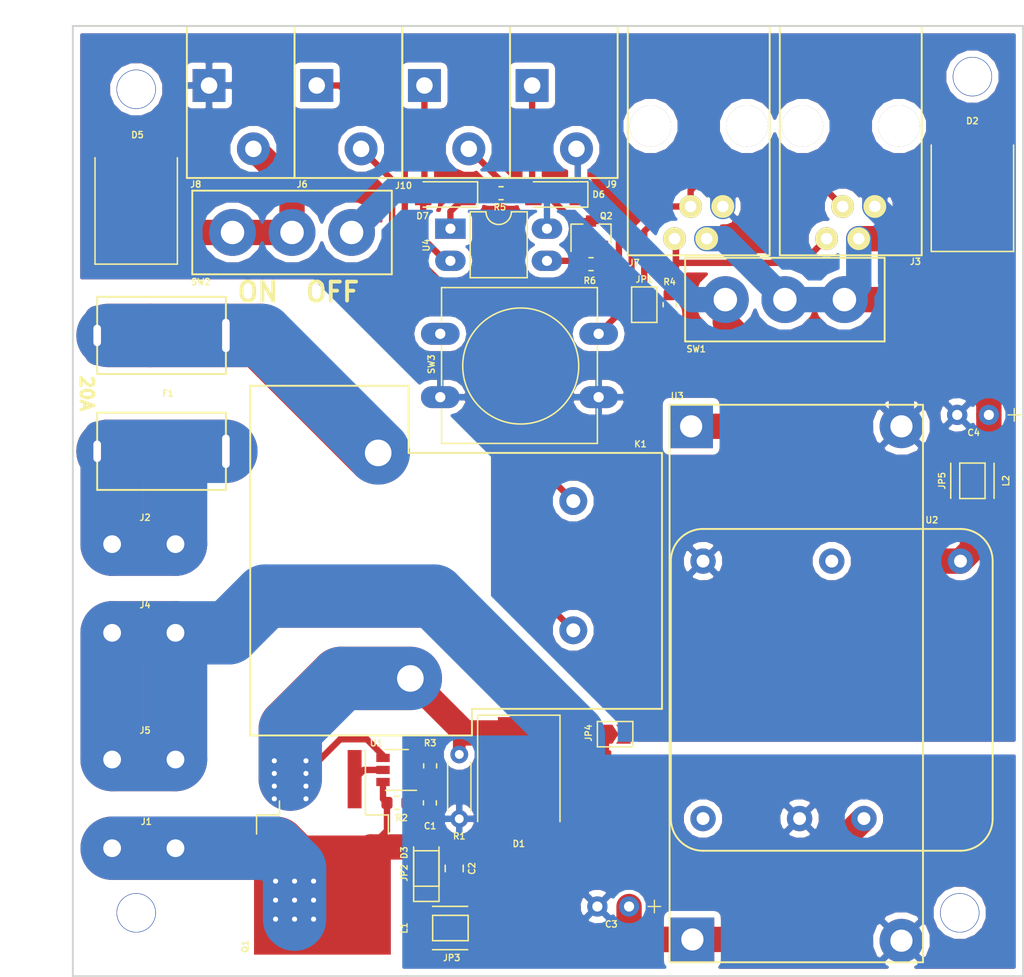
<source format=kicad_pcb>
(kicad_pcb (version 20171130) (host pcbnew 5.0.2-bee76a0~70~ubuntu18.04.1)

  (general
    (thickness 1.6)
    (drawings 7)
    (tracks 225)
    (zones 0)
    (modules 44)
    (nets 28)
  )

  (page A4)
  (layers
    (0 F.Cu signal)
    (31 B.Cu signal)
    (32 B.Adhes user)
    (33 F.Adhes user)
    (34 B.Paste user)
    (35 F.Paste user)
    (36 B.SilkS user)
    (37 F.SilkS user)
    (38 B.Mask user)
    (39 F.Mask user)
    (40 Dwgs.User user)
    (41 Cmts.User user)
    (42 Eco1.User user)
    (43 Eco2.User user)
    (44 Edge.Cuts user)
    (45 Margin user)
    (46 B.CrtYd user hide)
    (47 F.CrtYd user)
    (48 B.Fab user)
    (49 F.Fab user hide)
  )

  (setup
    (last_trace_width 0.5)
    (user_trace_width 0.3)
    (user_trace_width 0.5)
    (user_trace_width 1)
    (user_trace_width 2)
    (user_trace_width 5)
    (trace_clearance 0.2)
    (zone_clearance 0.508)
    (zone_45_only no)
    (trace_min 0.2)
    (segment_width 0.2)
    (edge_width 0.15)
    (via_size 0.8)
    (via_drill 0.4)
    (via_min_size 0.4)
    (via_min_drill 0.3)
    (uvia_size 0.3)
    (uvia_drill 0.1)
    (uvias_allowed no)
    (uvia_min_size 0.2)
    (uvia_min_drill 0.1)
    (pcb_text_width 0.3)
    (pcb_text_size 1.5 1.5)
    (mod_edge_width 0.15)
    (mod_text_size 0.5 0.5)
    (mod_text_width 0.1)
    (pad_size 1.6 1.6)
    (pad_drill 0.8)
    (pad_to_mask_clearance 0.051)
    (solder_mask_min_width 0.25)
    (aux_axis_origin 0 0)
    (visible_elements FFFFFF7F)
    (pcbplotparams
      (layerselection 0x010fc_ffffffff)
      (usegerberextensions false)
      (usegerberattributes false)
      (usegerberadvancedattributes false)
      (creategerberjobfile false)
      (excludeedgelayer true)
      (linewidth 0.100000)
      (plotframeref false)
      (viasonmask false)
      (mode 1)
      (useauxorigin false)
      (hpglpennumber 1)
      (hpglpenspeed 20)
      (hpglpendiameter 15.000000)
      (psnegative false)
      (psa4output false)
      (plotreference true)
      (plotvalue true)
      (plotinvisibletext false)
      (padsonsilk false)
      (subtractmaskfromsilk false)
      (outputformat 1)
      (mirror false)
      (drillshape 1)
      (scaleselection 1)
      (outputdirectory ""))
  )

  (net 0 "")
  (net 1 "Net-(D1-Pad1)")
  (net 2 GNDPWR)
  (net 3 "Net-(Q2-Pad1)")
  (net 4 GND)
  (net 5 "Net-(C1-Pad1)")
  (net 6 +24V)
  (net 7 "Net-(R3-Pad2)")
  (net 8 "Net-(J10-Pad2)")
  (net 9 "Net-(D7-Pad1)")
  (net 10 "Net-(J3-Pad4)")
  (net 11 "Net-(JP1-Pad2)")
  (net 12 "Net-(Q1-Pad1)")
  (net 13 "Net-(D6-Pad2)")
  (net 14 "Net-(D7-Pad2)")
  (net 15 +12V)
  (net 16 "Net-(C2-Pad1)")
  (net 17 /IN+)
  (net 18 "Net-(J3-Pad3)")
  (net 19 /OUT+)
  (net 20 "Net-(J6-Pad2)")
  (net 21 "Net-(J6-Pad1)")
  (net 22 "Net-(F1-Pad1)")
  (net 23 "Net-(F1-Pad2)")
  (net 24 "Net-(U3-Pad6)")
  (net 25 "Net-(U3-Pad4)")
  (net 26 "Net-(D5-Pad1)")
  (net 27 "Net-(D2-Pad1)")

  (net_class Default "This is the default net class."
    (clearance 0.2)
    (trace_width 0.25)
    (via_dia 0.8)
    (via_drill 0.4)
    (uvia_dia 0.3)
    (uvia_drill 0.1)
    (add_net +12V)
    (add_net +24V)
    (add_net /IN+)
    (add_net /OUT+)
    (add_net GND)
    (add_net GNDPWR)
    (add_net "Net-(C1-Pad1)")
    (add_net "Net-(C2-Pad1)")
    (add_net "Net-(D1-Pad1)")
    (add_net "Net-(D2-Pad1)")
    (add_net "Net-(D5-Pad1)")
    (add_net "Net-(D6-Pad2)")
    (add_net "Net-(D7-Pad1)")
    (add_net "Net-(D7-Pad2)")
    (add_net "Net-(F1-Pad1)")
    (add_net "Net-(F1-Pad2)")
    (add_net "Net-(J10-Pad2)")
    (add_net "Net-(J3-Pad3)")
    (add_net "Net-(J3-Pad4)")
    (add_net "Net-(J6-Pad1)")
    (add_net "Net-(J6-Pad2)")
    (add_net "Net-(JP1-Pad2)")
    (add_net "Net-(Q1-Pad1)")
    (add_net "Net-(Q2-Pad1)")
    (add_net "Net-(R3-Pad2)")
    (add_net "Net-(U3-Pad4)")
    (add_net "Net-(U3-Pad6)")
  )

  (module Footprints:C_Radial_D6.3mm_H11.0mm_P2.50mm (layer F.Cu) (tedit 5CAD120A) (tstamp 5CAE989B)
    (at 103.9 159.5 180)
    (descr "C, Radial series, Radial, pin pitch=2.50mm, diameter=6.3mm, height=11mm, Non-Polar Electrolytic Capacitor")
    (tags "C Radial series Radial pin pitch 2.50mm diameter 6.3mm height 11mm Non-Polar Electrolytic Capacitor")
    (path /5C76A3C8)
    (fp_text reference C3 (at 1.4 -1.4) (layer F.SilkS)
      (effects (font (size 0.5 0.5) (thickness 0.1)))
    )
    (fp_text value 470u (at -4 7 270) (layer F.Fab)
      (effects (font (size 1 1) (thickness 0.15)))
    )
    (fp_text user %R (at 1.25 0 180) (layer F.Fab)
      (effects (font (size 1 1) (thickness 0.15)))
    )
    (fp_line (start -1.9 1.1) (end 4.4 1.1) (layer F.CrtYd) (width 0.1))
    (fp_line (start 4.4 1.1) (end 4.4 12.1) (layer F.CrtYd) (width 0.1))
    (fp_line (start 4.4 12.1) (end -1.9 12.1) (layer F.CrtYd) (width 0.1))
    (fp_line (start -1.9 12.1) (end -1.9 1.1) (layer F.CrtYd) (width 0.1))
    (fp_line (start -1.5 0) (end -2.5 0) (layer F.SilkS) (width 0.1))
    (fp_line (start -2 0.5) (end -2 -0.5) (layer F.SilkS) (width 0.1))
    (pad 1 thru_hole circle (at 0 0 180) (size 1.6 1.6) (drill 0.8) (layers *.Cu *.Mask)
      (net 17 /IN+))
    (pad 2 thru_hole circle (at 2.5 0 180) (size 1.6 1.6) (drill 0.8) (layers *.Cu *.Mask)
      (net 2 GNDPWR))
    (model ${KISYS3DMOD}/Capacitor_THT.3dshapes/C_Radial_D6.3mm_H11.0mm_P2.50mm.wrl
      (at (xyz 0 0 0))
      (scale (xyz 1 1 1))
      (rotate (xyz 0 0 0))
    )
  )

  (module Footprints:R30N (layer F.Cu) (tedit 5CA25281) (tstamp 5CD476AA)
    (at 88.1 132.7 90)
    (tags "R30N, Relay")
    (path /5CA2E0FE)
    (fp_text reference K1 (at 9.7 16.7 180) (layer F.SilkS)
      (effects (font (size 0.5 0.5) (thickness 0.1)))
    )
    (fp_text value R30N (at -11 -15 90) (layer F.Fab)
      (effects (font (size 1 1) (thickness 0.15)))
    )
    (fp_line (start 14.3 -1.6) (end 9 -1.6) (layer F.CrtYd) (width 0.1))
    (fp_line (start -13.3 -14.1) (end 14.3 -14.1) (layer F.CrtYd) (width 0.1))
    (fp_line (start -11.2 3.4) (end -11.2 18.4) (layer F.CrtYd) (width 0.1))
    (fp_line (start 9 18.4) (end 9 -1.6) (layer F.CrtYd) (width 0.1))
    (fp_line (start 9 18.4) (end -11.2 18.4) (layer F.CrtYd) (width 0.1))
    (fp_line (start -13.3 3.4) (end -11.2 3.4) (layer F.CrtYd) (width 0.1))
    (fp_line (start 14.3 -1.6) (end 14.3 -14.1) (layer F.CrtYd) (width 0.1))
    (fp_line (start -13.3 -14.1) (end -13.3 3.4) (layer F.CrtYd) (width 0.1))
    (fp_line (start 9 18.4) (end 9 -1.6) (layer F.SilkS) (width 0.15))
    (fp_line (start 9 18.4) (end -11.2 18.4) (layer F.SilkS) (width 0.15))
    (fp_line (start 14.3 -1.6) (end 14.3 -14.1) (layer F.SilkS) (width 0.15))
    (fp_line (start 14.3 -1.6) (end 9 -1.6) (layer F.SilkS) (width 0.15))
    (fp_line (start -13.3 -14.1) (end 14.3 -14.1) (layer F.SilkS) (width 0.15))
    (fp_line (start -13.3 -14.1) (end -13.3 3.4) (layer F.SilkS) (width 0.15))
    (fp_line (start -13.3 3.4) (end -11.2 3.4) (layer F.SilkS) (width 0.15))
    (fp_line (start -11.2 3.4) (end -11.2 18.4) (layer F.SilkS) (width 0.15))
    (pad 14 thru_hole circle (at 9 -4 90) (size 4.2 4.2) (drill 2.1) (layers *.Cu *.Mask)
      (net 22 "Net-(F1-Pad1)"))
    (pad 11 thru_hole circle (at -8.8 -1.46 90) (size 4.2 4.2) (drill 2.1) (layers *.Cu *.Mask)
      (net 1 "Net-(D1-Pad1)"))
    (pad A1 thru_hole circle (at 5.2 11.4 90) (size 2.2 2.2) (drill 1.1) (layers *.Cu *.Mask)
      (net 21 "Net-(J6-Pad1)"))
    (pad A2 thru_hole circle (at -5 11.4 90) (size 2.2 2.2) (drill 1.1) (layers *.Cu *.Mask)
      (net 20 "Net-(J6-Pad2)"))
  )

  (module Jumper:SolderJumper-2_P1.3mm_Open_TrianglePad1.0x1.5mm (layer F.Cu) (tedit 5CAE44B5) (tstamp 5CAEB229)
    (at 131 125.9 90)
    (descr "SMD Solder Jumper, 1x1.5mm Triangular Pads, 0.3mm gap, open")
    (tags "solder jumper open")
    (path /5CAE5906)
    (attr virtual)
    (fp_text reference JP5 (at 0 -2.4 90) (layer F.SilkS)
      (effects (font (size 0.5 0.5) (thickness 0.1)))
    )
    (fp_text value Jumper_NO_Small (at 0 1.9 90) (layer F.Fab)
      (effects (font (size 1 1) (thickness 0.15)))
    )
    (fp_line (start -1.4 1) (end -1.4 -1) (layer F.SilkS) (width 0.12))
    (fp_line (start 1.4 1) (end -1.4 1) (layer F.SilkS) (width 0.12))
    (fp_line (start 1.4 -1) (end 1.4 1) (layer F.SilkS) (width 0.12))
    (fp_line (start -1.4 -1) (end 1.4 -1) (layer F.SilkS) (width 0.12))
    (fp_line (start -1.65 -1.25) (end 1.65 -1.25) (layer F.CrtYd) (width 0.05))
    (fp_line (start -1.65 -1.25) (end -1.65 1.25) (layer F.CrtYd) (width 0.05))
    (fp_line (start 1.65 1.25) (end 1.65 -1.25) (layer F.CrtYd) (width 0.05))
    (fp_line (start 1.65 1.25) (end -1.65 1.25) (layer F.CrtYd) (width 0.05))
    (pad 2 smd custom (at 0.725 0 90) (size 0.3 0.3) (layers F.Cu F.Mask)
      (net 15 +12V) (zone_connect 0)
      (options (clearance outline) (anchor rect))
      (primitives
        (gr_poly (pts
           (xy -0.65 -0.75) (xy 0.5 -0.75) (xy 0.5 0.75) (xy -0.65 0.75) (xy -0.15 0)
) (width 0))
      ))
    (pad 1 smd custom (at -0.725 0 90) (size 0.3 0.3) (layers F.Cu F.Mask)
      (net 19 /OUT+) (zone_connect 0)
      (options (clearance outline) (anchor rect))
      (primitives
        (gr_poly (pts
           (xy -0.5 -0.75) (xy 0.5 -0.75) (xy 1 0) (xy 0.5 0.75) (xy -0.5 0.75)
) (width 0))
      ))
  )

  (module Diode_SMD:D_SMC (layer F.Cu) (tedit 5864295D) (tstamp 5CD330CD)
    (at 95.2 149.2 270)
    (descr "Diode SMC (DO-214AB)")
    (tags "Diode SMC (DO-214AB)")
    (path /5C72C848)
    (attr smd)
    (fp_text reference D1 (at 5.35 0) (layer F.SilkS)
      (effects (font (size 0.5 0.5) (thickness 0.1)))
    )
    (fp_text value D_TVS_ALT (at 0 4.2 270) (layer F.Fab)
      (effects (font (size 1 1) (thickness 0.15)))
    )
    (fp_line (start -4.8 -3.25) (end 3.6 -3.25) (layer F.SilkS) (width 0.12))
    (fp_line (start -4.8 3.25) (end 3.6 3.25) (layer F.SilkS) (width 0.12))
    (fp_line (start -0.64944 0.00102) (end 0.50118 -0.79908) (layer F.Fab) (width 0.1))
    (fp_line (start -0.64944 0.00102) (end 0.50118 0.75032) (layer F.Fab) (width 0.1))
    (fp_line (start 0.50118 0.75032) (end 0.50118 -0.79908) (layer F.Fab) (width 0.1))
    (fp_line (start -0.64944 -0.79908) (end -0.64944 0.80112) (layer F.Fab) (width 0.1))
    (fp_line (start 0.50118 0.00102) (end 1.4994 0.00102) (layer F.Fab) (width 0.1))
    (fp_line (start -0.64944 0.00102) (end -1.55114 0.00102) (layer F.Fab) (width 0.1))
    (fp_line (start -4.9 3.35) (end -4.9 -3.35) (layer F.CrtYd) (width 0.05))
    (fp_line (start 4.9 3.35) (end -4.9 3.35) (layer F.CrtYd) (width 0.05))
    (fp_line (start 4.9 -3.35) (end 4.9 3.35) (layer F.CrtYd) (width 0.05))
    (fp_line (start -4.9 -3.35) (end 4.9 -3.35) (layer F.CrtYd) (width 0.05))
    (fp_line (start 3.55 -3.1) (end -3.55 -3.1) (layer F.Fab) (width 0.1))
    (fp_line (start 3.55 -3.1) (end 3.55 3.1) (layer F.Fab) (width 0.1))
    (fp_line (start -3.55 3.1) (end -3.55 -3.1) (layer F.Fab) (width 0.1))
    (fp_line (start 3.55 3.1) (end -3.55 3.1) (layer F.Fab) (width 0.1))
    (fp_line (start -4.8 3.25) (end -4.8 -3.25) (layer F.SilkS) (width 0.12))
    (fp_text user %R (at 0 -1.9 270) (layer F.Fab)
      (effects (font (size 1 1) (thickness 0.15)))
    )
    (pad 2 smd rect (at 3.4 0) (size 3.3 2.5) (layers F.Cu F.Paste F.Mask)
      (net 2 GNDPWR))
    (pad 1 smd rect (at -3.4 0) (size 3.3 2.5) (layers F.Cu F.Paste F.Mask)
      (net 1 "Net-(D1-Pad1)"))
    (model ${KISYS3DMOD}/Diode_SMD.3dshapes/D_SMC.wrl
      (at (xyz 0 0 0))
      (scale (xyz 1 1 1))
      (rotate (xyz 0 0 0))
    )
  )

  (module Inductor_SMD:L_1812_4532Metric (layer F.Cu) (tedit 5B301BBE) (tstamp 5CD32F8A)
    (at 131 125.9 270)
    (descr "Inductor SMD 1812 (4532 Metric), square (rectangular) end terminal, IPC_7351 nominal, (Body size source: https://www.nikhef.nl/pub/departments/mt/projects/detectorR_D/dtddice/ERJ2G.pdf), generated with kicad-footprint-generator")
    (tags inductor)
    (path /5C77DEF5)
    (attr smd)
    (fp_text reference L2 (at 0 -2.65 270) (layer F.SilkS)
      (effects (font (size 0.5 0.5) (thickness 0.1)))
    )
    (fp_text value 3u (at 0 2.65 270) (layer F.Fab)
      (effects (font (size 1 1) (thickness 0.15)))
    )
    (fp_text user %R (at 0 0 270) (layer F.Fab)
      (effects (font (size 1 1) (thickness 0.15)))
    )
    (fp_line (start 2.95 1.95) (end -2.95 1.95) (layer F.CrtYd) (width 0.05))
    (fp_line (start 2.95 -1.95) (end 2.95 1.95) (layer F.CrtYd) (width 0.05))
    (fp_line (start -2.95 -1.95) (end 2.95 -1.95) (layer F.CrtYd) (width 0.05))
    (fp_line (start -2.95 1.95) (end -2.95 -1.95) (layer F.CrtYd) (width 0.05))
    (fp_line (start -1.386252 1.71) (end 1.386252 1.71) (layer F.SilkS) (width 0.12))
    (fp_line (start -1.386252 -1.71) (end 1.386252 -1.71) (layer F.SilkS) (width 0.12))
    (fp_line (start 2.25 1.6) (end -2.25 1.6) (layer F.Fab) (width 0.1))
    (fp_line (start 2.25 -1.6) (end 2.25 1.6) (layer F.Fab) (width 0.1))
    (fp_line (start -2.25 -1.6) (end 2.25 -1.6) (layer F.Fab) (width 0.1))
    (fp_line (start -2.25 1.6) (end -2.25 -1.6) (layer F.Fab) (width 0.1))
    (pad 2 smd roundrect (at 2.1375 0 270) (size 1.125 3.4) (layers F.Cu F.Paste F.Mask) (roundrect_rratio 0.222222)
      (net 19 /OUT+))
    (pad 1 smd roundrect (at -2.1375 0 270) (size 1.125 3.4) (layers F.Cu F.Paste F.Mask) (roundrect_rratio 0.222222)
      (net 15 +12V))
    (model ${KISYS3DMOD}/Inductor_SMD.3dshapes/L_1812_4532Metric.wrl
      (at (xyz 0 0 0))
      (scale (xyz 1 1 1))
      (rotate (xyz 0 0 0))
    )
  )

  (module Footprints:C_Radial_D6.3mm_H11.0mm_P2.50mm (layer F.Cu) (tedit 5CAD120A) (tstamp 5CD4E815)
    (at 132.3 120.7 180)
    (descr "C, Radial series, Radial, pin pitch=2.50mm, diameter=6.3mm, height=11mm, Non-Polar Electrolytic Capacitor")
    (tags "C Radial series Radial pin pitch 2.50mm diameter 6.3mm height 11mm Non-Polar Electrolytic Capacitor")
    (path /5C792763)
    (fp_text reference C4 (at 1.2 -1.4) (layer F.SilkS)
      (effects (font (size 0.5 0.5) (thickness 0.1)))
    )
    (fp_text value 180u (at -4 7 270) (layer F.Fab)
      (effects (font (size 1 1) (thickness 0.15)))
    )
    (fp_text user %R (at 1.25 0 180) (layer F.Fab)
      (effects (font (size 1 1) (thickness 0.15)))
    )
    (fp_line (start -1.9 1.1) (end 4.4 1.1) (layer F.CrtYd) (width 0.1))
    (fp_line (start 4.4 1.1) (end 4.4 12.1) (layer F.CrtYd) (width 0.1))
    (fp_line (start 4.4 12.1) (end -1.9 12.1) (layer F.CrtYd) (width 0.1))
    (fp_line (start -1.9 12.1) (end -1.9 1.1) (layer F.CrtYd) (width 0.1))
    (fp_line (start -1.5 0) (end -2.5 0) (layer F.SilkS) (width 0.1))
    (fp_line (start -2 0.5) (end -2 -0.5) (layer F.SilkS) (width 0.1))
    (pad 1 thru_hole circle (at 0 0 180) (size 1.6 1.6) (drill 0.8) (layers *.Cu *.Mask)
      (net 15 +12V))
    (pad 2 thru_hole circle (at 2.5 0 180) (size 1.6 1.6) (drill 0.8) (layers *.Cu *.Mask)
      (net 4 GND))
    (model ${KISYS3DMOD}/Capacitor_THT.3dshapes/C_Radial_D6.3mm_H11.0mm_P2.50mm.wrl
      (at (xyz 0 0 0))
      (scale (xyz 1 1 1))
      (rotate (xyz 0 0 0))
    )
  )

  (module Resistor_SMD:R_0603_1608Metric (layer F.Cu) (tedit 5B301BBD) (tstamp 5CD46040)
    (at 93.8 103.2)
    (descr "Resistor SMD 0603 (1608 Metric), square (rectangular) end terminal, IPC_7351 nominal, (Body size source: http://www.tortai-tech.com/upload/download/2011102023233369053.pdf), generated with kicad-footprint-generator")
    (tags resistor)
    (path /5C72CDBB)
    (attr smd)
    (fp_text reference R5 (at -0.1 1.1) (layer F.SilkS)
      (effects (font (size 0.5 0.5) (thickness 0.1)))
    )
    (fp_text value 2k (at 0 1.43) (layer F.Fab)
      (effects (font (size 1 1) (thickness 0.15)))
    )
    (fp_text user %R (at 0 0) (layer F.Fab)
      (effects (font (size 0.4 0.4) (thickness 0.06)))
    )
    (fp_line (start 1.48 0.73) (end -1.48 0.73) (layer F.CrtYd) (width 0.05))
    (fp_line (start 1.48 -0.73) (end 1.48 0.73) (layer F.CrtYd) (width 0.05))
    (fp_line (start -1.48 -0.73) (end 1.48 -0.73) (layer F.CrtYd) (width 0.05))
    (fp_line (start -1.48 0.73) (end -1.48 -0.73) (layer F.CrtYd) (width 0.05))
    (fp_line (start -0.162779 0.51) (end 0.162779 0.51) (layer F.SilkS) (width 0.12))
    (fp_line (start -0.162779 -0.51) (end 0.162779 -0.51) (layer F.SilkS) (width 0.12))
    (fp_line (start 0.8 0.4) (end -0.8 0.4) (layer F.Fab) (width 0.1))
    (fp_line (start 0.8 -0.4) (end 0.8 0.4) (layer F.Fab) (width 0.1))
    (fp_line (start -0.8 -0.4) (end 0.8 -0.4) (layer F.Fab) (width 0.1))
    (fp_line (start -0.8 0.4) (end -0.8 -0.4) (layer F.Fab) (width 0.1))
    (pad 2 smd roundrect (at 0.7875 0) (size 0.875 0.95) (layers F.Cu F.Paste F.Mask) (roundrect_rratio 0.25)
      (net 8 "Net-(J10-Pad2)"))
    (pad 1 smd roundrect (at -0.7875 0) (size 0.875 0.95) (layers F.Cu F.Paste F.Mask) (roundrect_rratio 0.25)
      (net 9 "Net-(D7-Pad1)"))
    (model ${KISYS3DMOD}/Resistor_SMD.3dshapes/R_0603_1608Metric.wrl
      (at (xyz 0 0 0))
      (scale (xyz 1 1 1))
      (rotate (xyz 0 0 0))
    )
  )

  (module Footprints:5MS1S102AM2QE (layer F.Cu) (tedit 5CAD0987) (tstamp 5CD46014)
    (at 77.3 106.3 180)
    (path /5CA3EC1A)
    (fp_text reference SW2 (at 7.2 -3.9 180) (layer F.SilkS)
      (effects (font (size 0.5 0.5) (thickness 0.1)))
    )
    (fp_text value SW_SPDT (at 0.29 -4.26 180) (layer F.Fab)
      (effects (font (size 1 1) (thickness 0.15)))
    )
    (fp_line (start 7.875 3.3) (end 7.875 -3.3) (layer F.CrtYd) (width 0.1))
    (fp_line (start -7.875 3.3) (end 7.875 3.3) (layer F.CrtYd) (width 0.1))
    (fp_line (start -7.875 3.3) (end -7.875 -3.3) (layer F.CrtYd) (width 0.1))
    (fp_line (start -7.875 -3.3) (end 7.875 -3.3) (layer F.CrtYd) (width 0.1))
    (fp_line (start 7.875 3.3) (end 7.875 -3.3) (layer F.SilkS) (width 0.15))
    (fp_line (start -7.875 3.3) (end -7.875 -3.3) (layer F.SilkS) (width 0.15))
    (fp_line (start -7.875 3.3) (end 7.875 3.3) (layer F.SilkS) (width 0.15))
    (fp_line (start -7.875 -3.3) (end 7.875 -3.3) (layer F.SilkS) (width 0.15))
    (pad 3 thru_hole circle (at 4.7 0 180) (size 3.7 3.7) (drill 1.85) (layers *.Cu *.Mask)
      (net 26 "Net-(D5-Pad1)"))
    (pad 2 thru_hole circle (at 0 0 180) (size 3.7 3.7) (drill 1.85) (layers *.Cu *.Mask)
      (net 26 "Net-(D5-Pad1)"))
    (pad 1 thru_hole circle (at -4.7 0 180) (size 3.7 3.7) (drill 1.85) (layers *.Cu *.Mask)
      (net 15 +12V))
  )

  (module Footprints:5MS1S102AM2QE (layer F.Cu) (tedit 5CAD0987) (tstamp 5CAEDA4D)
    (at 116.2 111.6)
    (path /5CA35DAC)
    (fp_text reference SW1 (at -7 3.9) (layer F.SilkS)
      (effects (font (size 0.5 0.5) (thickness 0.1)))
    )
    (fp_text value SW_SPDT (at 0.29 -4.26) (layer F.Fab)
      (effects (font (size 1 1) (thickness 0.15)))
    )
    (fp_line (start 7.875 3.3) (end 7.875 -3.3) (layer F.CrtYd) (width 0.1))
    (fp_line (start -7.875 3.3) (end 7.875 3.3) (layer F.CrtYd) (width 0.1))
    (fp_line (start -7.875 3.3) (end -7.875 -3.3) (layer F.CrtYd) (width 0.1))
    (fp_line (start -7.875 -3.3) (end 7.875 -3.3) (layer F.CrtYd) (width 0.1))
    (fp_line (start 7.875 3.3) (end 7.875 -3.3) (layer F.SilkS) (width 0.15))
    (fp_line (start -7.875 3.3) (end -7.875 -3.3) (layer F.SilkS) (width 0.15))
    (fp_line (start -7.875 3.3) (end 7.875 3.3) (layer F.SilkS) (width 0.15))
    (fp_line (start -7.875 -3.3) (end 7.875 -3.3) (layer F.SilkS) (width 0.15))
    (pad 3 thru_hole circle (at 4.7 0) (size 3.7 3.7) (drill 1.85) (layers *.Cu *.Mask)
      (net 27 "Net-(D2-Pad1)"))
    (pad 2 thru_hole circle (at 0 0) (size 3.7 3.7) (drill 1.85) (layers *.Cu *.Mask)
      (net 27 "Net-(D2-Pad1)"))
    (pad 1 thru_hole circle (at -4.7 0) (size 3.7 3.7) (drill 1.85) (layers *.Cu *.Mask)
      (net 15 +12V))
  )

  (module Package_TO_SOT_SMD:TO-263-2 (layer F.Cu) (tedit 5A70FB7B) (tstamp 5CD32EED)
    (at 79.7 155.225 270)
    (descr "TO-263 / D2PAK / DDPAK SMD package, http://www.infineon.com/cms/en/product/packages/PG-TO263/PG-TO263-3-1/")
    (tags "D2PAK DDPAK TO-263 D2PAK-3 TO-263-3 SOT-404")
    (path /5C71DDC0)
    (attr smd)
    (fp_text reference Q1 (at 7.425 6.1 270) (layer F.SilkS)
      (effects (font (size 0.5 0.5) (thickness 0.1)))
    )
    (fp_text value Q_NMOS_GDS (at 0 6.65 270) (layer F.Fab)
      (effects (font (size 1 1) (thickness 0.15)))
    )
    (fp_text user %R (at 0 0 270) (layer F.Fab)
      (effects (font (size 1 1) (thickness 0.15)))
    )
    (fp_line (start 8.32 -5.65) (end -8.32 -5.65) (layer F.CrtYd) (width 0.05))
    (fp_line (start 8.32 5.65) (end 8.32 -5.65) (layer F.CrtYd) (width 0.05))
    (fp_line (start -8.32 5.65) (end 8.32 5.65) (layer F.CrtYd) (width 0.05))
    (fp_line (start -8.32 -5.65) (end -8.32 5.65) (layer F.CrtYd) (width 0.05))
    (fp_line (start -2.95 3.39) (end -4.05 3.39) (layer F.SilkS) (width 0.12))
    (fp_line (start -2.95 5.2) (end -2.95 3.39) (layer F.SilkS) (width 0.12))
    (fp_line (start -1.45 5.2) (end -2.95 5.2) (layer F.SilkS) (width 0.12))
    (fp_line (start -2.95 -3.39) (end -8.075 -3.39) (layer F.SilkS) (width 0.12))
    (fp_line (start -2.95 -5.2) (end -2.95 -3.39) (layer F.SilkS) (width 0.12))
    (fp_line (start -1.45 -5.2) (end -2.95 -5.2) (layer F.SilkS) (width 0.12))
    (fp_line (start -7.45 3.04) (end -2.75 3.04) (layer F.Fab) (width 0.1))
    (fp_line (start -7.45 2.04) (end -7.45 3.04) (layer F.Fab) (width 0.1))
    (fp_line (start -2.75 2.04) (end -7.45 2.04) (layer F.Fab) (width 0.1))
    (fp_line (start -7.45 -2.04) (end -2.75 -2.04) (layer F.Fab) (width 0.1))
    (fp_line (start -7.45 -3.04) (end -7.45 -2.04) (layer F.Fab) (width 0.1))
    (fp_line (start -2.75 -3.04) (end -7.45 -3.04) (layer F.Fab) (width 0.1))
    (fp_line (start -1.75 -5) (end 6.5 -5) (layer F.Fab) (width 0.1))
    (fp_line (start -2.75 -4) (end -1.75 -5) (layer F.Fab) (width 0.1))
    (fp_line (start -2.75 5) (end -2.75 -4) (layer F.Fab) (width 0.1))
    (fp_line (start 6.5 5) (end -2.75 5) (layer F.Fab) (width 0.1))
    (fp_line (start 6.5 -5) (end 6.5 5) (layer F.Fab) (width 0.1))
    (fp_line (start 7.5 5) (end 6.5 5) (layer F.Fab) (width 0.1))
    (fp_line (start 7.5 -5) (end 7.5 5) (layer F.Fab) (width 0.1))
    (fp_line (start 6.5 -5) (end 7.5 -5) (layer F.Fab) (width 0.1))
    (pad "" smd rect (at 0.95 2.775 270) (size 4.55 5.25) (layers F.Paste))
    (pad "" smd rect (at 5.8 -2.775 270) (size 4.55 5.25) (layers F.Paste))
    (pad "" smd rect (at 0.95 -2.775 270) (size 4.55 5.25) (layers F.Paste))
    (pad "" smd rect (at 5.8 2.775 270) (size 4.55 5.25) (layers F.Paste))
    (pad 2 smd rect (at 3.375 0 270) (size 9.4 10.8) (layers F.Cu F.Mask)
      (net 6 +24V))
    (pad 3 smd rect (at -5.775 2.54 270) (size 4.6 1.1) (layers F.Cu F.Paste F.Mask)
      (net 1 "Net-(D1-Pad1)"))
    (pad 1 smd rect (at -5.775 -2.54 270) (size 4.6 1.1) (layers F.Cu F.Paste F.Mask)
      (net 12 "Net-(Q1-Pad1)"))
    (model ${KISYS3DMOD}/Package_TO_SOT_SMD.3dshapes/TO-263-2.wrl
      (at (xyz 0 0 0))
      (scale (xyz 1 1 1))
      (rotate (xyz 0 0 0))
    )
  )

  (module Footprints:AXA01B18-L (layer F.Cu) (tedit 5CACF6B2) (tstamp 5CD42839)
    (at 119.9 142.4)
    (path /5C7A119E)
    (fp_text reference U3 (at -12.2 -23.2) (layer F.SilkS)
      (effects (font (size 0.5 0.5) (thickness 0.1)))
    )
    (fp_text value AXA01B18-L (at 0 17.78) (layer F.Fab)
      (effects (font (size 1 1) (thickness 0.15)))
    )
    (fp_line (start 10.16 -12.7) (end -10.16 -12.7) (layer F.CrtYd) (width 0.1))
    (fp_line (start 12.7 10.16) (end 12.7 -10.16) (layer F.CrtYd) (width 0.1))
    (fp_arc (start -10.16 10.16) (end -10.16 12.7) (angle 90) (layer F.CrtYd) (width 0.1))
    (fp_arc (start 10.16 -10.16) (end 10.16 -12.7) (angle 90) (layer F.CrtYd) (width 0.1))
    (fp_line (start -12.7 -10.16) (end -12.7 10.16) (layer F.CrtYd) (width 0.1))
    (fp_arc (start -10.16 -10.16) (end -10.16 -12.7) (angle -90) (layer F.CrtYd) (width 0.1))
    (fp_line (start -10.16 12.7) (end 10.16 12.7) (layer F.CrtYd) (width 0.1))
    (fp_arc (start 10.16 10.16) (end 12.7 10.16) (angle 90) (layer F.CrtYd) (width 0.1))
    (fp_line (start 12.7 10.16) (end 12.7 -10.16) (layer F.SilkS) (width 0.15))
    (fp_line (start 10.16 -12.7) (end -10.16 -12.7) (layer F.SilkS) (width 0.15))
    (fp_line (start -12.7 -10.16) (end -12.7 10.16) (layer F.SilkS) (width 0.15))
    (fp_line (start -10.16 12.7) (end 10.16 12.7) (layer F.SilkS) (width 0.15))
    (fp_text user REF** (at 5 -19.4) (layer F.Fab)
      (effects (font (size 2.54 2.54) (thickness 0.254)))
    )
    (fp_arc (start 10.16 -10.16) (end 10.16 -12.7) (angle 90) (layer F.SilkS) (width 0.15))
    (fp_arc (start 10.16 10.16) (end 12.7 10.16) (angle 90) (layer F.SilkS) (width 0.15))
    (fp_arc (start -10.16 10.16) (end -10.16 12.7) (angle 90) (layer F.SilkS) (width 0.15))
    (fp_arc (start -10.16 -10.16) (end -10.16 -12.7) (angle -90) (layer F.SilkS) (width 0.15))
    (pad 5 thru_hole circle (at -10.16 -10.16) (size 2 2) (drill 1.016) (layers *.Cu *.Mask)
      (net 4 GND))
    (pad 4 thru_hole circle (at 0 -10.16) (size 2 2) (drill 1.016) (layers *.Cu *.Mask)
      (net 25 "Net-(U3-Pad4)"))
    (pad 3 thru_hole circle (at 10.16 -10.16) (size 2 2) (drill 1.016) (layers *.Cu *.Mask)
      (net 19 /OUT+))
    (pad 6 thru_hole circle (at -10.16 10.16) (size 2 2) (drill 1.016) (layers *.Cu *.Mask)
      (net 24 "Net-(U3-Pad6)"))
    (pad 1 thru_hole circle (at 2.54 10.16) (size 2 2) (drill 1.016) (layers *.Cu *.Mask)
      (net 17 /IN+))
    (pad 2 thru_hole circle (at -2.54 10.16) (size 2 2) (drill 1.016) (layers *.Cu *.Mask)
      (net 2 GNDPWR))
  )

  (module Footprints:LM2596_Board (layer F.Cu) (tedit 5CACF2EC) (tstamp 5CAEDBF2)
    (at 117.1 141.9 90)
    (path /5C74EE81)
    (fp_text reference U2 (at 12.9 10.7 180) (layer F.SilkS)
      (effects (font (size 0.5 0.5) (thickness 0.1)))
    )
    (fp_text value DCDC_LM2596 (at 0 13 90) (layer F.Fab)
      (effects (font (size 1 1) (thickness 0.15)))
    )
    (fp_text user REF** (at 0 0.25 90) (layer F.Fab)
      (effects (font (size 1.5 1.5) (thickness 0.15)))
    )
    (fp_line (start 22 10) (end 22 -10) (layer F.SilkS) (width 0.15))
    (fp_line (start -22 10) (end 22 10) (layer F.SilkS) (width 0.15))
    (fp_line (start -22 -10) (end -22 10) (layer F.SilkS) (width 0.15))
    (fp_line (start 22 -10) (end -22 -10) (layer F.SilkS) (width 0.15))
    (fp_line (start -22 -10) (end 22 -10) (layer F.CrtYd) (width 0.1))
    (fp_line (start -22 10) (end -22 -10) (layer F.CrtYd) (width 0.1))
    (fp_line (start 22 10) (end -22 10) (layer F.CrtYd) (width 0.1))
    (fp_line (start 22 -10) (end 22 10) (layer F.CrtYd) (width 0.1))
    (pad 4 thru_hole circle (at 20.3 8.3 90) (size 3.45 3.45) (drill 1.75) (layers *.Cu *.Mask)
      (net 4 GND))
    (pad 3 thru_hole rect (at 20.3 -8.3 90) (size 3.45 3.45) (drill 1.75) (layers *.Cu *.Mask)
      (net 19 /OUT+))
    (pad 2 thru_hole circle (at -20.3 8.3 90) (size 3.45 3.45) (drill 1.75) (layers *.Cu *.Mask)
      (net 2 GNDPWR))
    (pad 1 thru_hole rect (at -20.2 -8.2 90) (size 3.45 3.45) (drill 1.75) (layers *.Cu *.Mask)
      (net 17 /IN+))
  )

  (module Button_Switch_THT:SW_PUSH-12mm (layer F.Cu) (tedit 5A02FE31) (tstamp 5CD45AE8)
    (at 89 114.3)
    (descr "SW PUSH 12mm https://www.e-switch.com/system/asset/product_line/data_sheet/143/TL1100.pdf")
    (tags "tact sw push 12mm")
    (path /5C73EE7B)
    (fp_text reference SW3 (at -0.7 2.4 90) (layer F.SilkS)
      (effects (font (size 0.5 0.5) (thickness 0.1)))
    )
    (fp_text value SW_Push (at 6.62 9.93) (layer F.Fab)
      (effects (font (size 1 1) (thickness 0.15)))
    )
    (fp_line (start 12.4 -3.65) (end 12.4 -0.93) (layer F.SilkS) (width 0.12))
    (fp_line (start 12.4 5.93) (end 12.4 8.65) (layer F.SilkS) (width 0.12))
    (fp_line (start 0.1 4.07) (end 0.1 0.93) (layer F.SilkS) (width 0.12))
    (fp_line (start 0.1 8.65) (end 0.1 5.93) (layer F.SilkS) (width 0.12))
    (fp_line (start 0.25 -3.5) (end 0.25 8.5) (layer F.Fab) (width 0.1))
    (fp_circle (center 6.35 2.54) (end 10.16 5.08) (layer F.SilkS) (width 0.12))
    (fp_line (start 14.25 8.75) (end -1.77 8.75) (layer F.CrtYd) (width 0.05))
    (fp_line (start 14.25 8.75) (end 14.25 -3.75) (layer F.CrtYd) (width 0.05))
    (fp_line (start -1.77 -3.75) (end -1.77 8.75) (layer F.CrtYd) (width 0.05))
    (fp_line (start -1.77 -3.75) (end 14.25 -3.75) (layer F.CrtYd) (width 0.05))
    (fp_line (start 0.1 -0.93) (end 0.1 -3.65) (layer F.SilkS) (width 0.12))
    (fp_line (start 12.4 8.65) (end 0.1 8.65) (layer F.SilkS) (width 0.12))
    (fp_line (start 12.4 0.93) (end 12.4 4.07) (layer F.SilkS) (width 0.12))
    (fp_line (start 0.1 -3.65) (end 12.4 -3.65) (layer F.SilkS) (width 0.12))
    (fp_text user %R (at 6.35 2.54) (layer F.Fab)
      (effects (font (size 1 1) (thickness 0.15)))
    )
    (fp_line (start 12.25 -3.5) (end 12.25 8.5) (layer F.Fab) (width 0.1))
    (fp_line (start 0.25 -3.5) (end 12.25 -3.5) (layer F.Fab) (width 0.1))
    (fp_line (start 0.25 8.5) (end 12.25 8.5) (layer F.Fab) (width 0.1))
    (pad 2 thru_hole oval (at 0 5) (size 3.048 1.7272) (drill 0.8128) (layers *.Cu *.Mask)
      (net 4 GND))
    (pad 1 thru_hole oval (at 0 0) (size 3.048 1.7272) (drill 0.8128) (layers *.Cu *.Mask)
      (net 13 "Net-(D6-Pad2)"))
    (pad 2 thru_hole oval (at 12.5 5) (size 3.048 1.7272) (drill 0.8128) (layers *.Cu *.Mask)
      (net 4 GND))
    (pad 1 thru_hole oval (at 12.5 0) (size 3.048 1.7272) (drill 0.8128) (layers *.Cu *.Mask)
      (net 13 "Net-(D6-Pad2)"))
    (model ${KISYS3DMOD}/Button_Switch_THT.3dshapes/SW_PUSH-12mm.wrl
      (at (xyz 0 0 0))
      (scale (xyz 1 1 1))
      (rotate (xyz 0 0 0))
    )
  )

  (module Capacitor_SMD:C_0603_1608Metric (layer F.Cu) (tedit 5B301BBE) (tstamp 5CD3317E)
    (at 88.179482 151.322876 90)
    (descr "Capacitor SMD 0603 (1608 Metric), square (rectangular) end terminal, IPC_7351 nominal, (Body size source: http://www.tortai-tech.com/upload/download/2011102023233369053.pdf), generated with kicad-footprint-generator")
    (tags capacitor)
    (path /5C72B398)
    (attr smd)
    (fp_text reference C1 (at -1.827124 0.020518 180) (layer F.SilkS)
      (effects (font (size 0.5 0.5) (thickness 0.1)))
    )
    (fp_text value 100n (at 0 1.43 90) (layer F.Fab)
      (effects (font (size 1 1) (thickness 0.15)))
    )
    (fp_text user %R (at 0 0 90) (layer F.Fab)
      (effects (font (size 0.4 0.4) (thickness 0.06)))
    )
    (fp_line (start 1.48 0.73) (end -1.48 0.73) (layer F.CrtYd) (width 0.05))
    (fp_line (start 1.48 -0.73) (end 1.48 0.73) (layer F.CrtYd) (width 0.05))
    (fp_line (start -1.48 -0.73) (end 1.48 -0.73) (layer F.CrtYd) (width 0.05))
    (fp_line (start -1.48 0.73) (end -1.48 -0.73) (layer F.CrtYd) (width 0.05))
    (fp_line (start -0.162779 0.51) (end 0.162779 0.51) (layer F.SilkS) (width 0.12))
    (fp_line (start -0.162779 -0.51) (end 0.162779 -0.51) (layer F.SilkS) (width 0.12))
    (fp_line (start 0.8 0.4) (end -0.8 0.4) (layer F.Fab) (width 0.1))
    (fp_line (start 0.8 -0.4) (end 0.8 0.4) (layer F.Fab) (width 0.1))
    (fp_line (start -0.8 -0.4) (end 0.8 -0.4) (layer F.Fab) (width 0.1))
    (fp_line (start -0.8 0.4) (end -0.8 -0.4) (layer F.Fab) (width 0.1))
    (pad 2 smd roundrect (at 0.7875 0 90) (size 0.875 0.95) (layers F.Cu F.Paste F.Mask) (roundrect_rratio 0.25)
      (net 2 GNDPWR))
    (pad 1 smd roundrect (at -0.7875 0 90) (size 0.875 0.95) (layers F.Cu F.Paste F.Mask) (roundrect_rratio 0.25)
      (net 5 "Net-(C1-Pad1)"))
    (model ${KISYS3DMOD}/Capacitor_SMD.3dshapes/C_0603_1608Metric.wrl
      (at (xyz 0 0 0))
      (scale (xyz 1 1 1))
      (rotate (xyz 0 0 0))
    )
  )

  (module Capacitor_SMD:C_0805_2012Metric (layer F.Cu) (tedit 5B36C52B) (tstamp 5CD3316D)
    (at 90.1 156.5 90)
    (descr "Capacitor SMD 0805 (2012 Metric), square (rectangular) end terminal, IPC_7351 nominal, (Body size source: https://docs.google.com/spreadsheets/d/1BsfQQcO9C6DZCsRaXUlFlo91Tg2WpOkGARC1WS5S8t0/edit?usp=sharing), generated with kicad-footprint-generator")
    (tags capacitor)
    (path /5C75C067)
    (attr smd)
    (fp_text reference C2 (at 0 1.4 90) (layer F.SilkS)
      (effects (font (size 0.5 0.5) (thickness 0.1)))
    )
    (fp_text value 10n (at 0 1.65 90) (layer F.Fab)
      (effects (font (size 1 1) (thickness 0.15)))
    )
    (fp_text user %R (at 0 0 90) (layer F.Fab)
      (effects (font (size 0.5 0.5) (thickness 0.08)))
    )
    (fp_line (start 1.68 0.95) (end -1.68 0.95) (layer F.CrtYd) (width 0.05))
    (fp_line (start 1.68 -0.95) (end 1.68 0.95) (layer F.CrtYd) (width 0.05))
    (fp_line (start -1.68 -0.95) (end 1.68 -0.95) (layer F.CrtYd) (width 0.05))
    (fp_line (start -1.68 0.95) (end -1.68 -0.95) (layer F.CrtYd) (width 0.05))
    (fp_line (start -0.258578 0.71) (end 0.258578 0.71) (layer F.SilkS) (width 0.12))
    (fp_line (start -0.258578 -0.71) (end 0.258578 -0.71) (layer F.SilkS) (width 0.12))
    (fp_line (start 1 0.6) (end -1 0.6) (layer F.Fab) (width 0.1))
    (fp_line (start 1 -0.6) (end 1 0.6) (layer F.Fab) (width 0.1))
    (fp_line (start -1 -0.6) (end 1 -0.6) (layer F.Fab) (width 0.1))
    (fp_line (start -1 0.6) (end -1 -0.6) (layer F.Fab) (width 0.1))
    (pad 2 smd roundrect (at 0.9375 0 90) (size 0.975 1.4) (layers F.Cu F.Paste F.Mask) (roundrect_rratio 0.25)
      (net 2 GNDPWR))
    (pad 1 smd roundrect (at -0.9375 0 90) (size 0.975 1.4) (layers F.Cu F.Paste F.Mask) (roundrect_rratio 0.25)
      (net 16 "Net-(C2-Pad1)"))
    (model ${KISYS3DMOD}/Capacitor_SMD.3dshapes/C_0805_2012Metric.wrl
      (at (xyz 0 0 0))
      (scale (xyz 1 1 1))
      (rotate (xyz 0 0 0))
    )
  )

  (module Diode_SMD:D_MiniMELF (layer F.Cu) (tedit 5905D8F5) (tstamp 5CD45E0B)
    (at 98.1 103.3 180)
    (descr "Diode Mini-MELF")
    (tags "Diode Mini-MELF")
    (path /5C73B28B)
    (attr smd)
    (fp_text reference D6 (at -3.4 0 180) (layer F.SilkS)
      (effects (font (size 0.5 0.5) (thickness 0.1)))
    )
    (fp_text value D_ALT (at 0 1.75 180) (layer F.Fab)
      (effects (font (size 1 1) (thickness 0.15)))
    )
    (fp_line (start -2.65 1.1) (end -2.65 -1.1) (layer F.CrtYd) (width 0.05))
    (fp_line (start 2.65 1.1) (end -2.65 1.1) (layer F.CrtYd) (width 0.05))
    (fp_line (start 2.65 -1.1) (end 2.65 1.1) (layer F.CrtYd) (width 0.05))
    (fp_line (start -2.65 -1.1) (end 2.65 -1.1) (layer F.CrtYd) (width 0.05))
    (fp_line (start -0.75 0) (end -0.35 0) (layer F.Fab) (width 0.1))
    (fp_line (start -0.35 0) (end -0.35 -0.55) (layer F.Fab) (width 0.1))
    (fp_line (start -0.35 0) (end -0.35 0.55) (layer F.Fab) (width 0.1))
    (fp_line (start -0.35 0) (end 0.25 -0.4) (layer F.Fab) (width 0.1))
    (fp_line (start 0.25 -0.4) (end 0.25 0.4) (layer F.Fab) (width 0.1))
    (fp_line (start 0.25 0.4) (end -0.35 0) (layer F.Fab) (width 0.1))
    (fp_line (start 0.25 0) (end 0.75 0) (layer F.Fab) (width 0.1))
    (fp_line (start -1.65 -0.8) (end 1.65 -0.8) (layer F.Fab) (width 0.1))
    (fp_line (start -1.65 0.8) (end -1.65 -0.8) (layer F.Fab) (width 0.1))
    (fp_line (start 1.65 0.8) (end -1.65 0.8) (layer F.Fab) (width 0.1))
    (fp_line (start 1.65 -0.8) (end 1.65 0.8) (layer F.Fab) (width 0.1))
    (fp_line (start -2.55 1) (end 1.75 1) (layer F.SilkS) (width 0.12))
    (fp_line (start -2.55 -1) (end -2.55 1) (layer F.SilkS) (width 0.12))
    (fp_line (start 1.75 -1) (end -2.55 -1) (layer F.SilkS) (width 0.12))
    (fp_text user %R (at 0 -2 180) (layer F.Fab)
      (effects (font (size 1 1) (thickness 0.15)))
    )
    (pad 2 smd rect (at 1.75 0 180) (size 1.3 1.7) (layers F.Cu F.Paste F.Mask)
      (net 13 "Net-(D6-Pad2)"))
    (pad 1 smd rect (at -1.75 0 180) (size 1.3 1.7) (layers F.Cu F.Paste F.Mask)
      (net 15 +12V))
    (model ${KISYS3DMOD}/Diode_SMD.3dshapes/D_MiniMELF.wrl
      (at (xyz 0 0 0))
      (scale (xyz 1 1 1))
      (rotate (xyz 0 0 0))
    )
  )

  (module Diode_SMD:D_MiniMELF (layer F.Cu) (tedit 5905D8F5) (tstamp 5CD3312F)
    (at 87.9 156.55 90)
    (descr "Diode Mini-MELF")
    (tags "Diode Mini-MELF")
    (path /5C7BFC62)
    (attr smd)
    (fp_text reference D3 (at 1.3 -1.75 90) (layer F.SilkS)
      (effects (font (size 0.5 0.5) (thickness 0.1)))
    )
    (fp_text value D_Schottky_ALT (at 0 1.75 90) (layer F.Fab)
      (effects (font (size 1 1) (thickness 0.15)))
    )
    (fp_line (start -2.65 1.1) (end -2.65 -1.1) (layer F.CrtYd) (width 0.05))
    (fp_line (start 2.65 1.1) (end -2.65 1.1) (layer F.CrtYd) (width 0.05))
    (fp_line (start 2.65 -1.1) (end 2.65 1.1) (layer F.CrtYd) (width 0.05))
    (fp_line (start -2.65 -1.1) (end 2.65 -1.1) (layer F.CrtYd) (width 0.05))
    (fp_line (start -0.75 0) (end -0.35 0) (layer F.Fab) (width 0.1))
    (fp_line (start -0.35 0) (end -0.35 -0.55) (layer F.Fab) (width 0.1))
    (fp_line (start -0.35 0) (end -0.35 0.55) (layer F.Fab) (width 0.1))
    (fp_line (start -0.35 0) (end 0.25 -0.4) (layer F.Fab) (width 0.1))
    (fp_line (start 0.25 -0.4) (end 0.25 0.4) (layer F.Fab) (width 0.1))
    (fp_line (start 0.25 0.4) (end -0.35 0) (layer F.Fab) (width 0.1))
    (fp_line (start 0.25 0) (end 0.75 0) (layer F.Fab) (width 0.1))
    (fp_line (start -1.65 -0.8) (end 1.65 -0.8) (layer F.Fab) (width 0.1))
    (fp_line (start -1.65 0.8) (end -1.65 -0.8) (layer F.Fab) (width 0.1))
    (fp_line (start 1.65 0.8) (end -1.65 0.8) (layer F.Fab) (width 0.1))
    (fp_line (start 1.65 -0.8) (end 1.65 0.8) (layer F.Fab) (width 0.1))
    (fp_line (start -2.55 1) (end 1.75 1) (layer F.SilkS) (width 0.12))
    (fp_line (start -2.55 -1) (end -2.55 1) (layer F.SilkS) (width 0.12))
    (fp_line (start 1.75 -1) (end -2.55 -1) (layer F.SilkS) (width 0.12))
    (fp_text user %R (at 0 -2 90) (layer F.Fab)
      (effects (font (size 1 1) (thickness 0.15)))
    )
    (pad 2 smd rect (at 1.75 0 90) (size 1.3 1.7) (layers F.Cu F.Paste F.Mask)
      (net 6 +24V))
    (pad 1 smd rect (at -1.75 0 90) (size 1.3 1.7) (layers F.Cu F.Paste F.Mask)
      (net 16 "Net-(C2-Pad1)"))
    (model ${KISYS3DMOD}/Diode_SMD.3dshapes/D_MiniMELF.wrl
      (at (xyz 0 0 0))
      (scale (xyz 1 1 1))
      (rotate (xyz 0 0 0))
    )
  )

  (module Diode_SMD:D_MiniMELF (layer F.Cu) (tedit 5905D8F5) (tstamp 5CD4611D)
    (at 89.4 103.3 180)
    (descr "Diode Mini-MELF")
    (tags "Diode Mini-MELF")
    (path /5C72D384)
    (attr smd)
    (fp_text reference D7 (at 1.8 -1.7 180) (layer F.SilkS)
      (effects (font (size 0.5 0.5) (thickness 0.1)))
    )
    (fp_text value D_ALT (at 0 1.75 180) (layer F.Fab)
      (effects (font (size 1 1) (thickness 0.15)))
    )
    (fp_line (start -2.65 1.1) (end -2.65 -1.1) (layer F.CrtYd) (width 0.05))
    (fp_line (start 2.65 1.1) (end -2.65 1.1) (layer F.CrtYd) (width 0.05))
    (fp_line (start 2.65 -1.1) (end 2.65 1.1) (layer F.CrtYd) (width 0.05))
    (fp_line (start -2.65 -1.1) (end 2.65 -1.1) (layer F.CrtYd) (width 0.05))
    (fp_line (start -0.75 0) (end -0.35 0) (layer F.Fab) (width 0.1))
    (fp_line (start -0.35 0) (end -0.35 -0.55) (layer F.Fab) (width 0.1))
    (fp_line (start -0.35 0) (end -0.35 0.55) (layer F.Fab) (width 0.1))
    (fp_line (start -0.35 0) (end 0.25 -0.4) (layer F.Fab) (width 0.1))
    (fp_line (start 0.25 -0.4) (end 0.25 0.4) (layer F.Fab) (width 0.1))
    (fp_line (start 0.25 0.4) (end -0.35 0) (layer F.Fab) (width 0.1))
    (fp_line (start 0.25 0) (end 0.75 0) (layer F.Fab) (width 0.1))
    (fp_line (start -1.65 -0.8) (end 1.65 -0.8) (layer F.Fab) (width 0.1))
    (fp_line (start -1.65 0.8) (end -1.65 -0.8) (layer F.Fab) (width 0.1))
    (fp_line (start 1.65 0.8) (end -1.65 0.8) (layer F.Fab) (width 0.1))
    (fp_line (start 1.65 -0.8) (end 1.65 0.8) (layer F.Fab) (width 0.1))
    (fp_line (start -2.55 1) (end 1.75 1) (layer F.SilkS) (width 0.12))
    (fp_line (start -2.55 -1) (end -2.55 1) (layer F.SilkS) (width 0.12))
    (fp_line (start 1.75 -1) (end -2.55 -1) (layer F.SilkS) (width 0.12))
    (fp_text user %R (at 0 -2 180) (layer F.Fab)
      (effects (font (size 1 1) (thickness 0.15)))
    )
    (pad 2 smd rect (at 1.75 0 180) (size 1.3 1.7) (layers F.Cu F.Paste F.Mask)
      (net 14 "Net-(D7-Pad2)"))
    (pad 1 smd rect (at -1.75 0 180) (size 1.3 1.7) (layers F.Cu F.Paste F.Mask)
      (net 9 "Net-(D7-Pad1)"))
    (model ${KISYS3DMOD}/Diode_SMD.3dshapes/D_MiniMELF.wrl
      (at (xyz 0 0 0))
      (scale (xyz 1 1 1))
      (rotate (xyz 0 0 0))
    )
  )

  (module Diode_SMD:D_SMC (layer F.Cu) (tedit 5864295D) (tstamp 5CD45F03)
    (at 65 104 90)
    (descr "Diode SMC (DO-214AB)")
    (tags "Diode SMC (DO-214AB)")
    (path /5CA494E3)
    (attr smd)
    (fp_text reference D5 (at 5.4 0.1 180) (layer F.SilkS)
      (effects (font (size 0.5 0.5) (thickness 0.1)))
    )
    (fp_text value D_TVS_ALT (at 0 4.2 90) (layer F.Fab)
      (effects (font (size 1 1) (thickness 0.15)))
    )
    (fp_line (start -4.8 -3.25) (end 3.6 -3.25) (layer F.SilkS) (width 0.12))
    (fp_line (start -4.8 3.25) (end 3.6 3.25) (layer F.SilkS) (width 0.12))
    (fp_line (start -0.64944 0.00102) (end 0.50118 -0.79908) (layer F.Fab) (width 0.1))
    (fp_line (start -0.64944 0.00102) (end 0.50118 0.75032) (layer F.Fab) (width 0.1))
    (fp_line (start 0.50118 0.75032) (end 0.50118 -0.79908) (layer F.Fab) (width 0.1))
    (fp_line (start -0.64944 -0.79908) (end -0.64944 0.80112) (layer F.Fab) (width 0.1))
    (fp_line (start 0.50118 0.00102) (end 1.4994 0.00102) (layer F.Fab) (width 0.1))
    (fp_line (start -0.64944 0.00102) (end -1.55114 0.00102) (layer F.Fab) (width 0.1))
    (fp_line (start -4.9 3.35) (end -4.9 -3.35) (layer F.CrtYd) (width 0.05))
    (fp_line (start 4.9 3.35) (end -4.9 3.35) (layer F.CrtYd) (width 0.05))
    (fp_line (start 4.9 -3.35) (end 4.9 3.35) (layer F.CrtYd) (width 0.05))
    (fp_line (start -4.9 -3.35) (end 4.9 -3.35) (layer F.CrtYd) (width 0.05))
    (fp_line (start 3.55 -3.1) (end -3.55 -3.1) (layer F.Fab) (width 0.1))
    (fp_line (start 3.55 -3.1) (end 3.55 3.1) (layer F.Fab) (width 0.1))
    (fp_line (start -3.55 3.1) (end -3.55 -3.1) (layer F.Fab) (width 0.1))
    (fp_line (start 3.55 3.1) (end -3.55 3.1) (layer F.Fab) (width 0.1))
    (fp_line (start -4.8 3.25) (end -4.8 -3.25) (layer F.SilkS) (width 0.12))
    (fp_text user %R (at 0 -1.9 90) (layer F.Fab)
      (effects (font (size 1 1) (thickness 0.15)))
    )
    (pad 2 smd rect (at 3.4 0 180) (size 3.3 2.5) (layers F.Cu F.Paste F.Mask)
      (net 4 GND))
    (pad 1 smd rect (at -3.4 0 180) (size 3.3 2.5) (layers F.Cu F.Paste F.Mask)
      (net 26 "Net-(D5-Pad1)"))
    (model ${KISYS3DMOD}/Diode_SMD.3dshapes/D_SMC.wrl
      (at (xyz 0 0 0))
      (scale (xyz 1 1 1))
      (rotate (xyz 0 0 0))
    )
  )

  (module Diode_SMD:D_SMC (layer F.Cu) (tedit 5864295D) (tstamp 5CD330E5)
    (at 131 103 90)
    (descr "Diode SMC (DO-214AB)")
    (tags "Diode SMC (DO-214AB)")
    (path /5CA50CD4)
    (attr smd)
    (fp_text reference D2 (at 5.5 0 180) (layer F.SilkS)
      (effects (font (size 0.5 0.5) (thickness 0.1)))
    )
    (fp_text value D_TVS_ALT (at 0 4.2 90) (layer F.Fab)
      (effects (font (size 1 1) (thickness 0.15)))
    )
    (fp_line (start -4.8 -3.25) (end 3.6 -3.25) (layer F.SilkS) (width 0.12))
    (fp_line (start -4.8 3.25) (end 3.6 3.25) (layer F.SilkS) (width 0.12))
    (fp_line (start -0.64944 0.00102) (end 0.50118 -0.79908) (layer F.Fab) (width 0.1))
    (fp_line (start -0.64944 0.00102) (end 0.50118 0.75032) (layer F.Fab) (width 0.1))
    (fp_line (start 0.50118 0.75032) (end 0.50118 -0.79908) (layer F.Fab) (width 0.1))
    (fp_line (start -0.64944 -0.79908) (end -0.64944 0.80112) (layer F.Fab) (width 0.1))
    (fp_line (start 0.50118 0.00102) (end 1.4994 0.00102) (layer F.Fab) (width 0.1))
    (fp_line (start -0.64944 0.00102) (end -1.55114 0.00102) (layer F.Fab) (width 0.1))
    (fp_line (start -4.9 3.35) (end -4.9 -3.35) (layer F.CrtYd) (width 0.05))
    (fp_line (start 4.9 3.35) (end -4.9 3.35) (layer F.CrtYd) (width 0.05))
    (fp_line (start 4.9 -3.35) (end 4.9 3.35) (layer F.CrtYd) (width 0.05))
    (fp_line (start -4.9 -3.35) (end 4.9 -3.35) (layer F.CrtYd) (width 0.05))
    (fp_line (start 3.55 -3.1) (end -3.55 -3.1) (layer F.Fab) (width 0.1))
    (fp_line (start 3.55 -3.1) (end 3.55 3.1) (layer F.Fab) (width 0.1))
    (fp_line (start -3.55 3.1) (end -3.55 -3.1) (layer F.Fab) (width 0.1))
    (fp_line (start 3.55 3.1) (end -3.55 3.1) (layer F.Fab) (width 0.1))
    (fp_line (start -4.8 3.25) (end -4.8 -3.25) (layer F.SilkS) (width 0.12))
    (fp_text user %R (at 0 -1.9 90) (layer F.Fab)
      (effects (font (size 1 1) (thickness 0.15)))
    )
    (pad 2 smd rect (at 3.4 0 180) (size 3.3 2.5) (layers F.Cu F.Paste F.Mask)
      (net 4 GND))
    (pad 1 smd rect (at -3.4 0 180) (size 3.3 2.5) (layers F.Cu F.Paste F.Mask)
      (net 27 "Net-(D2-Pad1)"))
    (model ${KISYS3DMOD}/Diode_SMD.3dshapes/D_SMC.wrl
      (at (xyz 0 0 0))
      (scale (xyz 1 1 1))
      (rotate (xyz 0 0 0))
    )
  )

  (module Footprints:4P4C (layer F.Cu) (tedit 5CA3C509) (tstamp 5CD45F74)
    (at 121.4 97.9 180)
    (descr http://www.assmann.us/specs/A-2004-3-4-LP-N-R_REV00.pdf)
    (tags "4P4C, RJ")
    (path /5C72739E)
    (fp_text reference J3 (at -5.1 -10.7 180) (layer F.SilkS)
      (effects (font (size 0.5 0.5) (thickness 0.1)))
    )
    (fp_text value 4P4C (at 0 9.7 180) (layer F.Fab)
      (effects (font (size 1.5 1.5) (thickness 0.15)))
    )
    (fp_line (start -5.6 -10.2) (end -5.6 7.8) (layer F.SilkS) (width 0.15))
    (fp_line (start 5.6 7.8) (end 5.6 -10.2) (layer F.SilkS) (width 0.15))
    (fp_line (start 5.6 -10.2) (end -5.6 -10.2) (layer F.SilkS) (width 0.15))
    (fp_text user REF** (at 0 5.5 180) (layer F.Fab)
      (effects (font (size 1 1) (thickness 0.15)))
    )
    (fp_line (start -5.59 7.85) (end 5.61 7.85) (layer F.CrtYd) (width 0.1))
    (fp_line (start 5.6 7.85) (end 5.6 -10.15) (layer F.CrtYd) (width 0.1))
    (fp_line (start 5.6 -10.15) (end -5.6 -10.15) (layer F.CrtYd) (width 0.1))
    (fp_line (start -5.6 -10.15) (end -5.6 7.85) (layer F.CrtYd) (width 0.1))
    (fp_line (start -5.6 7.9) (end 5.625 7.9) (layer F.SilkS) (width 0.15))
    (fp_line (start 0.025 -6.375) (end 0.125 -6.375) (layer F.SilkS) (width 0.15))
    (pad 5 thru_hole circle (at -3.81 0 180) (size 3.25 3.25) (drill 3.25) (layers *.Cu *.Mask F.SilkS))
    (pad 6 thru_hole circle (at 3.81 0 180) (size 3.25 3.25) (drill 3.25) (layers *.Cu *.Mask F.SilkS))
    (pad 1 thru_hole circle (at -1.9 -6.35 180) (size 1.8 1.8) (drill 0.9) (layers *.Cu *.Mask F.SilkS)
      (net 4 GND))
    (pad 2 thru_hole circle (at -0.63 -8.89 180) (size 1.8 1.8) (drill 0.9) (layers *.Cu *.Mask F.SilkS)
      (net 27 "Net-(D2-Pad1)"))
    (pad 4 thru_hole circle (at 1.91 -8.89 180) (size 1.8 1.8) (drill 0.9) (layers *.Cu *.Mask F.SilkS)
      (net 10 "Net-(J3-Pad4)"))
    (pad 3 thru_hole circle (at 0.64 -6.35 180) (size 1.8 1.8) (drill 0.9) (layers *.Cu *.Mask F.SilkS)
      (net 18 "Net-(J3-Pad3)"))
  )

  (module Footprints:4P4C (layer F.Cu) (tedit 5CA3C509) (tstamp 5CD46073)
    (at 109.4 97.9 180)
    (descr http://www.assmann.us/specs/A-2004-3-4-LP-N-R_REV00.pdf)
    (tags "4P4C, RJ")
    (path /5C72771C)
    (fp_text reference J7 (at 5.1 -10.8 180) (layer F.SilkS)
      (effects (font (size 0.5 0.5) (thickness 0.1)))
    )
    (fp_text value 4P4C (at 0 9.7 180) (layer F.Fab)
      (effects (font (size 1.5 1.5) (thickness 0.15)))
    )
    (fp_line (start -5.6 -10.2) (end -5.6 7.8) (layer F.SilkS) (width 0.15))
    (fp_line (start 5.6 7.8) (end 5.6 -10.2) (layer F.SilkS) (width 0.15))
    (fp_line (start 5.6 -10.2) (end -5.6 -10.2) (layer F.SilkS) (width 0.15))
    (fp_text user REF** (at 0 5.5 180) (layer F.Fab)
      (effects (font (size 1 1) (thickness 0.15)))
    )
    (fp_line (start -5.59 7.85) (end 5.61 7.85) (layer F.CrtYd) (width 0.1))
    (fp_line (start 5.6 7.85) (end 5.6 -10.15) (layer F.CrtYd) (width 0.1))
    (fp_line (start 5.6 -10.15) (end -5.6 -10.15) (layer F.CrtYd) (width 0.1))
    (fp_line (start -5.6 -10.15) (end -5.6 7.85) (layer F.CrtYd) (width 0.1))
    (fp_line (start -5.6 7.9) (end 5.625 7.9) (layer F.SilkS) (width 0.15))
    (fp_line (start 0.025 -6.375) (end 0.125 -6.375) (layer F.SilkS) (width 0.15))
    (pad 5 thru_hole circle (at -3.81 0 180) (size 3.25 3.25) (drill 3.25) (layers *.Cu *.Mask F.SilkS))
    (pad 6 thru_hole circle (at 3.81 0 180) (size 3.25 3.25) (drill 3.25) (layers *.Cu *.Mask F.SilkS))
    (pad 1 thru_hole circle (at -1.9 -6.35 180) (size 1.8 1.8) (drill 0.9) (layers *.Cu *.Mask F.SilkS)
      (net 4 GND))
    (pad 2 thru_hole circle (at -0.63 -8.89 180) (size 1.8 1.8) (drill 0.9) (layers *.Cu *.Mask F.SilkS)
      (net 27 "Net-(D2-Pad1)"))
    (pad 4 thru_hole circle (at 1.91 -8.89 180) (size 1.8 1.8) (drill 0.9) (layers *.Cu *.Mask F.SilkS)
      (net 10 "Net-(J3-Pad4)"))
    (pad 3 thru_hole circle (at 0.64 -6.35 180) (size 1.8 1.8) (drill 0.9) (layers *.Cu *.Mask F.SilkS)
      (net 18 "Net-(J3-Pad3)"))
  )

  (module Footprints:FlatConnector_63 (layer F.Cu) (tedit 5CA26B14) (tstamp 5CD3303B)
    (at 63.1 137.9 90)
    (path /5C72DD90)
    (fp_text reference J4 (at 2.2 2.6) (layer F.SilkS)
      (effects (font (size 0.5 0.5) (thickness 0.1)))
    )
    (fp_text value Conn_01x01 (at 2.8 -0.6 180) (layer F.Fab)
      (effects (font (size 1 1) (thickness 0.15)))
    )
    (fp_line (start -0.4 -8.8) (end -0.4 6.2) (layer F.CrtYd) (width 0.1))
    (fp_line (start 0.4 -8.8) (end -0.4 -8.8) (layer F.CrtYd) (width 0.1))
    (fp_line (start 0.4 6.2) (end 0.4 -8.8) (layer F.CrtYd) (width 0.1))
    (fp_line (start -0.4 6.2) (end 0.4 6.2) (layer F.CrtYd) (width 0.1))
    (pad 1 thru_hole oval (at 0 5 90) (size 2.4 4) (drill 1.4) (layers *.Cu *.Mask)
      (net 2 GNDPWR))
    (pad 1 thru_hole oval (at 0 0 90) (size 2.5 4) (drill 1.4) (layers *.Cu *.Mask)
      (net 2 GNDPWR))
  )

  (module Footprints:FlatConnector_63 (layer F.Cu) (tedit 5CA26B14) (tstamp 5CD35587)
    (at 63.1 147.9 90)
    (path /5C71DFB1)
    (fp_text reference J5 (at 2.3 2.6) (layer F.SilkS)
      (effects (font (size 0.5 0.5) (thickness 0.1)))
    )
    (fp_text value Conn_01x01 (at 2.8 -0.6 180) (layer F.Fab)
      (effects (font (size 1 1) (thickness 0.15)))
    )
    (fp_line (start -0.4 -8.8) (end -0.4 6.2) (layer F.CrtYd) (width 0.1))
    (fp_line (start 0.4 -8.8) (end -0.4 -8.8) (layer F.CrtYd) (width 0.1))
    (fp_line (start 0.4 6.2) (end 0.4 -8.8) (layer F.CrtYd) (width 0.1))
    (fp_line (start -0.4 6.2) (end 0.4 6.2) (layer F.CrtYd) (width 0.1))
    (pad 1 thru_hole oval (at 0 5 90) (size 2.4 4) (drill 1.4) (layers *.Cu *.Mask)
      (net 2 GNDPWR))
    (pad 1 thru_hole oval (at 0 0 90) (size 2.5 4) (drill 1.4) (layers *.Cu *.Mask)
      (net 2 GNDPWR))
  )

  (module Footprints:FlatConnector_63 (layer F.Cu) (tedit 5CA26B14) (tstamp 5CD33027)
    (at 63.1 130.9 90)
    (path /5C72DB75)
    (fp_text reference J2 (at 2.1 2.6) (layer F.SilkS)
      (effects (font (size 0.5 0.5) (thickness 0.1)))
    )
    (fp_text value Conn_01x01 (at 2.8 -0.6 180) (layer F.Fab)
      (effects (font (size 1 1) (thickness 0.15)))
    )
    (fp_line (start -0.4 -8.8) (end -0.4 6.2) (layer F.CrtYd) (width 0.1))
    (fp_line (start 0.4 -8.8) (end -0.4 -8.8) (layer F.CrtYd) (width 0.1))
    (fp_line (start 0.4 6.2) (end 0.4 -8.8) (layer F.CrtYd) (width 0.1))
    (fp_line (start -0.4 6.2) (end 0.4 6.2) (layer F.CrtYd) (width 0.1))
    (pad 1 thru_hole oval (at 0 5 90) (size 2.4 4) (drill 1.4) (layers *.Cu *.Mask)
      (net 23 "Net-(F1-Pad2)"))
    (pad 1 thru_hole oval (at 0 0 90) (size 2.5 4) (drill 1.4) (layers *.Cu *.Mask)
      (net 23 "Net-(F1-Pad2)"))
  )

  (module Footprints:FlatConnector_63 (layer F.Cu) (tedit 5CA26B14) (tstamp 5CD3301D)
    (at 63.1 154.9 90)
    (path /5C72DB1E)
    (fp_text reference J1 (at 2.1 2.7) (layer F.SilkS)
      (effects (font (size 0.5 0.5) (thickness 0.1)))
    )
    (fp_text value Conn_01x01 (at 2.8 -0.6 180) (layer F.Fab)
      (effects (font (size 1 1) (thickness 0.15)))
    )
    (fp_line (start -0.4 -8.8) (end -0.4 6.2) (layer F.CrtYd) (width 0.1))
    (fp_line (start 0.4 -8.8) (end -0.4 -8.8) (layer F.CrtYd) (width 0.1))
    (fp_line (start 0.4 6.2) (end 0.4 -8.8) (layer F.CrtYd) (width 0.1))
    (fp_line (start -0.4 6.2) (end 0.4 6.2) (layer F.CrtYd) (width 0.1))
    (pad 1 thru_hole oval (at 0 5 90) (size 2.4 4) (drill 1.4) (layers *.Cu *.Mask)
      (net 6 +24V))
    (pad 1 thru_hole oval (at 0 0 90) (size 2.5 4) (drill 1.4) (layers *.Cu *.Mask)
      (net 6 +24V))
  )

  (module Footprints:Fuse_Blade_90 (layer F.Cu) (tedit 5C9E8B85) (tstamp 5CD474D4)
    (at 67 119 270)
    (path /5C71CF25)
    (fp_text reference F1 (at 0 -0.508) (layer F.SilkS)
      (effects (font (size 0.5 0.5) (thickness 0.1)))
    )
    (fp_text value 20A (at 0 -7.112 270) (layer F.Fab)
      (effects (font (size 1 1) (thickness 0.15)))
    )
    (fp_line (start -7.6 5.1) (end -7.6 -5.1) (layer F.CrtYd) (width 0.1))
    (fp_line (start 7.6 5.1) (end -7.6 5.1) (layer F.CrtYd) (width 0.1))
    (fp_line (start 7.6 -5.1) (end 7.6 5.1) (layer F.CrtYd) (width 0.1))
    (fp_line (start -7.6 -5.1) (end 7.6 -5.1) (layer F.CrtYd) (width 0.1))
    (fp_line (start 1.522 -5.08) (end 7.622 -5.08) (layer F.SilkS) (width 0.15))
    (fp_line (start 1.524 5.08) (end 1.524 -5.08) (layer F.SilkS) (width 0.15))
    (fp_line (start 7.62 -5.08) (end 7.62 5.08) (layer F.SilkS) (width 0.15))
    (fp_line (start 1.522 5.08) (end 7.622 5.08) (layer F.SilkS) (width 0.15))
    (fp_line (start -7.62 5.08) (end -7.62 -5.08) (layer F.SilkS) (width 0.15))
    (fp_line (start -1.524 -5.08) (end -1.524 5.08) (layer F.SilkS) (width 0.15))
    (fp_line (start -7.622 5.08) (end -1.522 5.08) (layer F.SilkS) (width 0.15))
    (fp_line (start -7.622 -5.08) (end -1.522 -5.08) (layer F.SilkS) (width 0.15))
    (pad 2 thru_hole oval (at 4.572 5.08 270) (size 4.7 2) (drill oval 1.7 0.6) (layers *.Cu *.Mask)
      (net 23 "Net-(F1-Pad2)"))
    (pad 2 thru_hole oval (at 4.572 -5.08 270) (size 4.75 2) (drill oval 2.64 0.6) (layers *.Cu *.Mask)
      (net 23 "Net-(F1-Pad2)"))
    (pad 1 thru_hole oval (at -4.572 5.08 270) (size 4.7 2) (drill oval 1.7 0.6) (layers *.Cu *.Mask)
      (net 22 "Net-(F1-Pad1)"))
    (pad 1 thru_hole oval (at -4.572 -5.08 270) (size 4.75 2) (drill oval 2.64 0.6) (layers *.Cu *.Mask)
      (net 22 "Net-(F1-Pad1)"))
  )

  (module Footprints:TerminalBlock_DG250_02P (layer F.Cu) (tedit 5C9E8ADB) (tstamp 5CD460AB)
    (at 86 90)
    (descr "Terminal Block 4Ucon ItemNo. 10693, vertical (cable from top), 2 pins, pitch 3.5mm, size 8x8.3mm^2, drill diamater 1.3mm, pad diameter 2.6mm, see http://www.4uconnector.com/online/object/4udrawing/10693.pdf, script-generated with , script-generated using https://github.com/pointhi/kicad-footprint-generator/scripts/TerminalBlock_4Ucon")
    (tags "THT Terminal Block 4Ucon ItemNo. 10693 vertical pitch 3.5mm size 8x8.3mm^2 drill 1.3mm pad 2.6mm")
    (path /5C72C738)
    (fp_text reference J10 (at 0.1 12.6) (layer F.SilkS)
      (effects (font (size 0.5 0.5) (thickness 0.1)))
    )
    (fp_text value Screw_Terminal_01x02 (at 4.4 13) (layer F.Fab) hide
      (effects (font (size 1 1) (thickness 0.15)))
    )
    (fp_text user %R (at 6.4 -1.2) (layer F.Fab)
      (effects (font (size 1 1) (thickness 0.15)))
    )
    (fp_line (start 0 0) (end 0 12) (layer F.CrtYd) (width 0.1))
    (fp_line (start 0 12) (end 7 12) (layer F.CrtYd) (width 0.1))
    (fp_line (start 7 12) (end 7 0) (layer F.Fab) (width 0.1))
    (fp_line (start 7 0) (end 0 0) (layer F.CrtYd) (width 0.1))
    (fp_line (start 3.5 0) (end 3.5 12) (layer F.Fab) (width 0.1))
    (fp_line (start 7 12) (end 8.5 12) (layer F.CrtYd) (width 0.1))
    (fp_line (start 8.5 12) (end 8.5 0) (layer F.CrtYd) (width 0.1))
    (fp_line (start 8.5 0) (end 0 0) (layer F.CrtYd) (width 0.1))
    (fp_line (start 0 0) (end 8.5 0) (layer F.SilkS) (width 0.15))
    (fp_line (start 8.5 0) (end 8.5 12) (layer F.SilkS) (width 0.15))
    (fp_line (start 8.5 12) (end 0 12) (layer F.SilkS) (width 0.15))
    (fp_line (start 0 12) (end 0 0) (layer F.SilkS) (width 0.15))
    (pad 1 thru_hole rect (at 1.75 4.7) (size 2.6 2.6) (drill 1.3) (layers *.Cu *.Mask)
      (net 14 "Net-(D7-Pad2)"))
    (pad 2 thru_hole circle (at 5.25 9.7) (size 2.6 2.6) (drill 1.3) (layers *.Cu *.Mask)
      (net 8 "Net-(J10-Pad2)"))
    (model ${KISYS3DMOD}/TerminalBlock_4Ucon.3dshapes/TerminalBlock_4Ucon_1x02_P3.50mm_Vertical.wrl
      (at (xyz 0 0 0))
      (scale (xyz 1 1 1))
      (rotate (xyz 0 0 0))
    )
  )

  (module Footprints:TerminalBlock_DG250_02P (layer F.Cu) (tedit 5C9E8ADB) (tstamp 5CD45EC8)
    (at 94.5 90)
    (descr "Terminal Block 4Ucon ItemNo. 10693, vertical (cable from top), 2 pins, pitch 3.5mm, size 8x8.3mm^2, drill diamater 1.3mm, pad diameter 2.6mm, see http://www.4uconnector.com/online/object/4udrawing/10693.pdf, script-generated with , script-generated using https://github.com/pointhi/kicad-footprint-generator/scripts/TerminalBlock_4Ucon")
    (tags "THT Terminal Block 4Ucon ItemNo. 10693 vertical pitch 3.5mm size 8x8.3mm^2 drill 1.3mm pad 2.6mm")
    (path /5C73B305)
    (fp_text reference J9 (at 8 12.5) (layer F.SilkS)
      (effects (font (size 0.5 0.5) (thickness 0.1)))
    )
    (fp_text value Screw_Terminal_01x02 (at 4.4 13) (layer F.Fab) hide
      (effects (font (size 1 1) (thickness 0.15)))
    )
    (fp_text user %R (at 6.4 -1.2) (layer F.Fab)
      (effects (font (size 1 1) (thickness 0.15)))
    )
    (fp_line (start 0 0) (end 0 12) (layer F.CrtYd) (width 0.1))
    (fp_line (start 0 12) (end 7 12) (layer F.CrtYd) (width 0.1))
    (fp_line (start 7 12) (end 7 0) (layer F.Fab) (width 0.1))
    (fp_line (start 7 0) (end 0 0) (layer F.CrtYd) (width 0.1))
    (fp_line (start 3.5 0) (end 3.5 12) (layer F.Fab) (width 0.1))
    (fp_line (start 7 12) (end 8.5 12) (layer F.CrtYd) (width 0.1))
    (fp_line (start 8.5 12) (end 8.5 0) (layer F.CrtYd) (width 0.1))
    (fp_line (start 8.5 0) (end 0 0) (layer F.CrtYd) (width 0.1))
    (fp_line (start 0 0) (end 8.5 0) (layer F.SilkS) (width 0.15))
    (fp_line (start 8.5 0) (end 8.5 12) (layer F.SilkS) (width 0.15))
    (fp_line (start 8.5 12) (end 0 12) (layer F.SilkS) (width 0.15))
    (fp_line (start 0 12) (end 0 0) (layer F.SilkS) (width 0.15))
    (pad 1 thru_hole rect (at 1.75 4.7) (size 2.6 2.6) (drill 1.3) (layers *.Cu *.Mask)
      (net 13 "Net-(D6-Pad2)"))
    (pad 2 thru_hole circle (at 5.25 9.7) (size 2.6 2.6) (drill 1.3) (layers *.Cu *.Mask)
      (net 15 +12V))
    (model ${KISYS3DMOD}/TerminalBlock_4Ucon.3dshapes/TerminalBlock_4Ucon_1x02_P3.50mm_Vertical.wrl
      (at (xyz 0 0 0))
      (scale (xyz 1 1 1))
      (rotate (xyz 0 0 0))
    )
  )

  (module Footprints:TerminalBlock_DG250_02P (layer F.Cu) (tedit 5C9E8ADB) (tstamp 5CD45E92)
    (at 69 90)
    (descr "Terminal Block 4Ucon ItemNo. 10693, vertical (cable from top), 2 pins, pitch 3.5mm, size 8x8.3mm^2, drill diamater 1.3mm, pad diameter 2.6mm, see http://www.4uconnector.com/online/object/4udrawing/10693.pdf, script-generated with , script-generated using https://github.com/pointhi/kicad-footprint-generator/scripts/TerminalBlock_4Ucon")
    (tags "THT Terminal Block 4Ucon ItemNo. 10693 vertical pitch 3.5mm size 8x8.3mm^2 drill 1.3mm pad 2.6mm")
    (path /5C78DF54)
    (fp_text reference J8 (at 0.7 12.5) (layer F.SilkS)
      (effects (font (size 0.5 0.5) (thickness 0.1)))
    )
    (fp_text value Screw_Terminal_01x02 (at 4.4 13) (layer F.Fab) hide
      (effects (font (size 1 1) (thickness 0.15)))
    )
    (fp_text user %R (at 6.4 -1.2) (layer F.Fab)
      (effects (font (size 1 1) (thickness 0.15)))
    )
    (fp_line (start 0 0) (end 0 12) (layer F.CrtYd) (width 0.1))
    (fp_line (start 0 12) (end 7 12) (layer F.CrtYd) (width 0.1))
    (fp_line (start 7 12) (end 7 0) (layer F.Fab) (width 0.1))
    (fp_line (start 7 0) (end 0 0) (layer F.CrtYd) (width 0.1))
    (fp_line (start 3.5 0) (end 3.5 12) (layer F.Fab) (width 0.1))
    (fp_line (start 7 12) (end 8.5 12) (layer F.CrtYd) (width 0.1))
    (fp_line (start 8.5 12) (end 8.5 0) (layer F.CrtYd) (width 0.1))
    (fp_line (start 8.5 0) (end 0 0) (layer F.CrtYd) (width 0.1))
    (fp_line (start 0 0) (end 8.5 0) (layer F.SilkS) (width 0.15))
    (fp_line (start 8.5 0) (end 8.5 12) (layer F.SilkS) (width 0.15))
    (fp_line (start 8.5 12) (end 0 12) (layer F.SilkS) (width 0.15))
    (fp_line (start 0 12) (end 0 0) (layer F.SilkS) (width 0.15))
    (pad 1 thru_hole rect (at 1.75 4.7) (size 2.6 2.6) (drill 1.3) (layers *.Cu *.Mask)
      (net 4 GND))
    (pad 2 thru_hole circle (at 5.25 9.7) (size 2.6 2.6) (drill 1.3) (layers *.Cu *.Mask)
      (net 26 "Net-(D5-Pad1)"))
    (model ${KISYS3DMOD}/TerminalBlock_4Ucon.3dshapes/TerminalBlock_4Ucon_1x02_P3.50mm_Vertical.wrl
      (at (xyz 0 0 0))
      (scale (xyz 1 1 1))
      (rotate (xyz 0 0 0))
    )
  )

  (module Footprints:TerminalBlock_DG250_02P (layer F.Cu) (tedit 5C9E8ADB) (tstamp 5CD460E1)
    (at 77.5 90)
    (descr "Terminal Block 4Ucon ItemNo. 10693, vertical (cable from top), 2 pins, pitch 3.5mm, size 8x8.3mm^2, drill diamater 1.3mm, pad diameter 2.6mm, see http://www.4uconnector.com/online/object/4udrawing/10693.pdf, script-generated with , script-generated using https://github.com/pointhi/kicad-footprint-generator/scripts/TerminalBlock_4Ucon")
    (tags "THT Terminal Block 4Ucon ItemNo. 10693 vertical pitch 3.5mm size 8x8.3mm^2 drill 1.3mm pad 2.6mm")
    (path /5C71D446)
    (fp_text reference J6 (at 0.6 12.5) (layer F.SilkS)
      (effects (font (size 0.5 0.5) (thickness 0.1)))
    )
    (fp_text value Screw_Terminal_01x02 (at 4.4 13) (layer F.Fab) hide
      (effects (font (size 1 1) (thickness 0.15)))
    )
    (fp_text user %R (at 6.4 -1.2) (layer F.Fab)
      (effects (font (size 1 1) (thickness 0.15)))
    )
    (fp_line (start 0 0) (end 0 12) (layer F.CrtYd) (width 0.1))
    (fp_line (start 0 12) (end 7 12) (layer F.CrtYd) (width 0.1))
    (fp_line (start 7 12) (end 7 0) (layer F.Fab) (width 0.1))
    (fp_line (start 7 0) (end 0 0) (layer F.CrtYd) (width 0.1))
    (fp_line (start 3.5 0) (end 3.5 12) (layer F.Fab) (width 0.1))
    (fp_line (start 7 12) (end 8.5 12) (layer F.CrtYd) (width 0.1))
    (fp_line (start 8.5 12) (end 8.5 0) (layer F.CrtYd) (width 0.1))
    (fp_line (start 8.5 0) (end 0 0) (layer F.CrtYd) (width 0.1))
    (fp_line (start 0 0) (end 8.5 0) (layer F.SilkS) (width 0.15))
    (fp_line (start 8.5 0) (end 8.5 12) (layer F.SilkS) (width 0.15))
    (fp_line (start 8.5 12) (end 0 12) (layer F.SilkS) (width 0.15))
    (fp_line (start 0 12) (end 0 0) (layer F.SilkS) (width 0.15))
    (pad 1 thru_hole rect (at 1.75 4.7) (size 2.6 2.6) (drill 1.3) (layers *.Cu *.Mask)
      (net 21 "Net-(J6-Pad1)"))
    (pad 2 thru_hole circle (at 5.25 9.7) (size 2.6 2.6) (drill 1.3) (layers *.Cu *.Mask)
      (net 20 "Net-(J6-Pad2)"))
    (model ${KISYS3DMOD}/TerminalBlock_4Ucon.3dshapes/TerminalBlock_4Ucon_1x02_P3.50mm_Vertical.wrl
      (at (xyz 0 0 0))
      (scale (xyz 1 1 1))
      (rotate (xyz 0 0 0))
    )
  )

  (module Inductor_SMD:L_1812_4532Metric_Pad1.30x3.40mm_HandSolder (layer F.Cu) (tedit 5B301BBE) (tstamp 5CD32F79)
    (at 89.775 161.2)
    (descr "Capacitor SMD 1812 (4532 Metric), square (rectangular) end terminal, IPC_7351 nominal with elongated pad for handsoldering. (Body size source: https://www.nikhef.nl/pub/departments/mt/projects/detectorR_D/dtddice/ERJ2G.pdf), generated with kicad-footprint-generator")
    (tags "inductor handsolder")
    (path /5C76FF9D)
    (attr smd)
    (fp_text reference L1 (at -3.625 0 90) (layer F.SilkS)
      (effects (font (size 0.5 0.5) (thickness 0.1)))
    )
    (fp_text value 3u (at 0 2.65) (layer F.Fab)
      (effects (font (size 1 1) (thickness 0.15)))
    )
    (fp_text user %R (at 0 0) (layer F.Fab)
      (effects (font (size 1 1) (thickness 0.15)))
    )
    (fp_line (start 3.12 1.95) (end -3.12 1.95) (layer F.CrtYd) (width 0.05))
    (fp_line (start 3.12 -1.95) (end 3.12 1.95) (layer F.CrtYd) (width 0.05))
    (fp_line (start -3.12 -1.95) (end 3.12 -1.95) (layer F.CrtYd) (width 0.05))
    (fp_line (start -3.12 1.95) (end -3.12 -1.95) (layer F.CrtYd) (width 0.05))
    (fp_line (start -1.386252 1.71) (end 1.386252 1.71) (layer F.SilkS) (width 0.12))
    (fp_line (start -1.386252 -1.71) (end 1.386252 -1.71) (layer F.SilkS) (width 0.12))
    (fp_line (start 2.25 1.6) (end -2.25 1.6) (layer F.Fab) (width 0.1))
    (fp_line (start 2.25 -1.6) (end 2.25 1.6) (layer F.Fab) (width 0.1))
    (fp_line (start -2.25 -1.6) (end 2.25 -1.6) (layer F.Fab) (width 0.1))
    (fp_line (start -2.25 1.6) (end -2.25 -1.6) (layer F.Fab) (width 0.1))
    (pad 2 smd roundrect (at 2.225 0) (size 1.3 3.4) (layers F.Cu F.Paste F.Mask) (roundrect_rratio 0.192308)
      (net 17 /IN+))
    (pad 1 smd roundrect (at -2.225 0) (size 1.3 3.4) (layers F.Cu F.Paste F.Mask) (roundrect_rratio 0.192308)
      (net 16 "Net-(C2-Pad1)"))
    (model ${KISYS3DMOD}/Inductor_SMD.3dshapes/L_1812_4532Metric.wrl
      (at (xyz 0 0 0))
      (scale (xyz 1 1 1))
      (rotate (xyz 0 0 0))
    )
  )

  (module Jumper:SolderJumper-2_P1.3mm_Open_TrianglePad1.0x1.5mm (layer F.Cu) (tedit 5A64794F) (tstamp 5CD32F68)
    (at 105.1 112 270)
    (descr "SMD Solder Jumper, 1x1.5mm Triangular Pads, 0.3mm gap, open")
    (tags "solder jumper open")
    (path /5C7462D0)
    (attr virtual)
    (fp_text reference JP1 (at -2 0) (layer F.SilkS)
      (effects (font (size 0.5 0.5) (thickness 0.1)))
    )
    (fp_text value Jumper_NO_Small (at 0 1.9 270) (layer F.Fab)
      (effects (font (size 1 1) (thickness 0.15)))
    )
    (fp_line (start 1.65 1.25) (end -1.65 1.25) (layer F.CrtYd) (width 0.05))
    (fp_line (start 1.65 1.25) (end 1.65 -1.25) (layer F.CrtYd) (width 0.05))
    (fp_line (start -1.65 -1.25) (end -1.65 1.25) (layer F.CrtYd) (width 0.05))
    (fp_line (start -1.65 -1.25) (end 1.65 -1.25) (layer F.CrtYd) (width 0.05))
    (fp_line (start -1.4 -1) (end 1.4 -1) (layer F.SilkS) (width 0.12))
    (fp_line (start 1.4 -1) (end 1.4 1) (layer F.SilkS) (width 0.12))
    (fp_line (start 1.4 1) (end -1.4 1) (layer F.SilkS) (width 0.12))
    (fp_line (start -1.4 1) (end -1.4 -1) (layer F.SilkS) (width 0.12))
    (pad 1 smd custom (at -0.725 0 270) (size 0.3 0.3) (layers F.Cu F.Mask)
      (net 18 "Net-(J3-Pad3)") (zone_connect 0)
      (options (clearance outline) (anchor rect))
      (primitives
        (gr_poly (pts
           (xy -0.5 -0.75) (xy 0.5 -0.75) (xy 1 0) (xy 0.5 0.75) (xy -0.5 0.75)
) (width 0))
      ))
    (pad 2 smd custom (at 0.725 0 270) (size 0.3 0.3) (layers F.Cu F.Mask)
      (net 11 "Net-(JP1-Pad2)") (zone_connect 0)
      (options (clearance outline) (anchor rect))
      (primitives
        (gr_poly (pts
           (xy -0.65 -0.75) (xy 0.5 -0.75) (xy 0.5 0.75) (xy -0.65 0.75) (xy -0.15 0)
) (width 0))
      ))
  )

  (module Jumper:SolderJumper-2_P1.3mm_Open_TrianglePad1.0x1.5mm (layer F.Cu) (tedit 5A64794F) (tstamp 5CD32F5A)
    (at 102.8 145.9)
    (descr "SMD Solder Jumper, 1x1.5mm Triangular Pads, 0.3mm gap, open")
    (tags "solder jumper open")
    (path /5C761AC6)
    (attr virtual)
    (fp_text reference JP4 (at -2.1 -0.1 90) (layer F.SilkS)
      (effects (font (size 0.5 0.5) (thickness 0.1)))
    )
    (fp_text value Jumper_NO_Small (at 0 1.9) (layer F.Fab)
      (effects (font (size 1 1) (thickness 0.15)))
    )
    (fp_line (start 1.65 1.25) (end -1.65 1.25) (layer F.CrtYd) (width 0.05))
    (fp_line (start 1.65 1.25) (end 1.65 -1.25) (layer F.CrtYd) (width 0.05))
    (fp_line (start -1.65 -1.25) (end -1.65 1.25) (layer F.CrtYd) (width 0.05))
    (fp_line (start -1.65 -1.25) (end 1.65 -1.25) (layer F.CrtYd) (width 0.05))
    (fp_line (start -1.4 -1) (end 1.4 -1) (layer F.SilkS) (width 0.12))
    (fp_line (start 1.4 -1) (end 1.4 1) (layer F.SilkS) (width 0.12))
    (fp_line (start 1.4 1) (end -1.4 1) (layer F.SilkS) (width 0.12))
    (fp_line (start -1.4 1) (end -1.4 -1) (layer F.SilkS) (width 0.12))
    (pad 1 smd custom (at -0.725 0) (size 0.3 0.3) (layers F.Cu F.Mask)
      (net 2 GNDPWR) (zone_connect 0)
      (options (clearance outline) (anchor rect))
      (primitives
        (gr_poly (pts
           (xy -0.5 -0.75) (xy 0.5 -0.75) (xy 1 0) (xy 0.5 0.75) (xy -0.5 0.75)
) (width 0))
      ))
    (pad 2 smd custom (at 0.725 0) (size 0.3 0.3) (layers F.Cu F.Mask)
      (net 4 GND) (zone_connect 0)
      (options (clearance outline) (anchor rect))
      (primitives
        (gr_poly (pts
           (xy -0.65 -0.75) (xy 0.5 -0.75) (xy 0.5 0.75) (xy -0.65 0.75) (xy -0.15 0)
) (width 0))
      ))
  )

  (module Jumper:SolderJumper-2_P1.3mm_Open_TrianglePad1.0x1.5mm (layer F.Cu) (tedit 5A64794F) (tstamp 5CD32F4C)
    (at 89.8 161.2)
    (descr "SMD Solder Jumper, 1x1.5mm Triangular Pads, 0.3mm gap, open")
    (tags "solder jumper open")
    (path /5C7C4703)
    (attr virtual)
    (fp_text reference JP3 (at 0.1 2.35) (layer F.SilkS)
      (effects (font (size 0.5 0.5) (thickness 0.1)))
    )
    (fp_text value Jumper_NO_Small (at 0 1.9) (layer F.Fab)
      (effects (font (size 1 1) (thickness 0.15)))
    )
    (fp_line (start 1.65 1.25) (end -1.65 1.25) (layer F.CrtYd) (width 0.05))
    (fp_line (start 1.65 1.25) (end 1.65 -1.25) (layer F.CrtYd) (width 0.05))
    (fp_line (start -1.65 -1.25) (end -1.65 1.25) (layer F.CrtYd) (width 0.05))
    (fp_line (start -1.65 -1.25) (end 1.65 -1.25) (layer F.CrtYd) (width 0.05))
    (fp_line (start -1.4 -1) (end 1.4 -1) (layer F.SilkS) (width 0.12))
    (fp_line (start 1.4 -1) (end 1.4 1) (layer F.SilkS) (width 0.12))
    (fp_line (start 1.4 1) (end -1.4 1) (layer F.SilkS) (width 0.12))
    (fp_line (start -1.4 1) (end -1.4 -1) (layer F.SilkS) (width 0.12))
    (pad 1 smd custom (at -0.725 0) (size 0.3 0.3) (layers F.Cu F.Mask)
      (net 16 "Net-(C2-Pad1)") (zone_connect 0)
      (options (clearance outline) (anchor rect))
      (primitives
        (gr_poly (pts
           (xy -0.5 -0.75) (xy 0.5 -0.75) (xy 1 0) (xy 0.5 0.75) (xy -0.5 0.75)
) (width 0))
      ))
    (pad 2 smd custom (at 0.725 0) (size 0.3 0.3) (layers F.Cu F.Mask)
      (net 17 /IN+) (zone_connect 0)
      (options (clearance outline) (anchor rect))
      (primitives
        (gr_poly (pts
           (xy -0.65 -0.75) (xy 0.5 -0.75) (xy 0.5 0.75) (xy -0.65 0.75) (xy -0.15 0)
) (width 0))
      ))
  )

  (module Jumper:SolderJumper-2_P1.3mm_Open_TrianglePad1.0x1.5mm (layer F.Cu) (tedit 5A64794F) (tstamp 5CD32F3E)
    (at 87.9 156.5 270)
    (descr "SMD Solder Jumper, 1x1.5mm Triangular Pads, 0.3mm gap, open")
    (tags "solder jumper open")
    (path /5C7C08BF)
    (attr virtual)
    (fp_text reference JP2 (at 0.35 1.75 270) (layer F.SilkS)
      (effects (font (size 0.5 0.5) (thickness 0.1)))
    )
    (fp_text value Jumper_NO_Small (at 0 1.9 270) (layer F.Fab)
      (effects (font (size 1 1) (thickness 0.15)))
    )
    (fp_line (start 1.65 1.25) (end -1.65 1.25) (layer F.CrtYd) (width 0.05))
    (fp_line (start 1.65 1.25) (end 1.65 -1.25) (layer F.CrtYd) (width 0.05))
    (fp_line (start -1.65 -1.25) (end -1.65 1.25) (layer F.CrtYd) (width 0.05))
    (fp_line (start -1.65 -1.25) (end 1.65 -1.25) (layer F.CrtYd) (width 0.05))
    (fp_line (start -1.4 -1) (end 1.4 -1) (layer F.SilkS) (width 0.12))
    (fp_line (start 1.4 -1) (end 1.4 1) (layer F.SilkS) (width 0.12))
    (fp_line (start 1.4 1) (end -1.4 1) (layer F.SilkS) (width 0.12))
    (fp_line (start -1.4 1) (end -1.4 -1) (layer F.SilkS) (width 0.12))
    (pad 1 smd custom (at -0.725 0 270) (size 0.3 0.3) (layers F.Cu F.Mask)
      (net 6 +24V) (zone_connect 0)
      (options (clearance outline) (anchor rect))
      (primitives
        (gr_poly (pts
           (xy -0.5 -0.75) (xy 0.5 -0.75) (xy 1 0) (xy 0.5 0.75) (xy -0.5 0.75)
) (width 0))
      ))
    (pad 2 smd custom (at 0.725 0 270) (size 0.3 0.3) (layers F.Cu F.Mask)
      (net 16 "Net-(C2-Pad1)") (zone_connect 0)
      (options (clearance outline) (anchor rect))
      (primitives
        (gr_poly (pts
           (xy -0.65 -0.75) (xy 0.5 -0.75) (xy 0.5 0.75) (xy -0.65 0.75) (xy -0.15 0)
) (width 0))
      ))
  )

  (module Package_DIP:DIP-4_W7.62mm_LongPads (layer F.Cu) (tedit 5A02E8C5) (tstamp 5CD45E52)
    (at 89.8 106)
    (descr "4-lead though-hole mounted DIP package, row spacing 7.62 mm (300 mils), LongPads")
    (tags "THT DIP DIL PDIP 2.54mm 7.62mm 300mil LongPads")
    (path /5C736EDB)
    (fp_text reference U4 (at -1.9 1.3 90) (layer F.SilkS)
      (effects (font (size 0.5 0.5) (thickness 0.1)))
    )
    (fp_text value LTV-817S (at 3.81 4.87) (layer F.Fab)
      (effects (font (size 1 1) (thickness 0.15)))
    )
    (fp_text user %R (at 3.81 1.27) (layer F.Fab)
      (effects (font (size 1 1) (thickness 0.15)))
    )
    (fp_line (start 9.1 -1.55) (end -1.45 -1.55) (layer F.CrtYd) (width 0.05))
    (fp_line (start 9.1 4.1) (end 9.1 -1.55) (layer F.CrtYd) (width 0.05))
    (fp_line (start -1.45 4.1) (end 9.1 4.1) (layer F.CrtYd) (width 0.05))
    (fp_line (start -1.45 -1.55) (end -1.45 4.1) (layer F.CrtYd) (width 0.05))
    (fp_line (start 6.06 -1.33) (end 4.81 -1.33) (layer F.SilkS) (width 0.12))
    (fp_line (start 6.06 3.87) (end 6.06 -1.33) (layer F.SilkS) (width 0.12))
    (fp_line (start 1.56 3.87) (end 6.06 3.87) (layer F.SilkS) (width 0.12))
    (fp_line (start 1.56 -1.33) (end 1.56 3.87) (layer F.SilkS) (width 0.12))
    (fp_line (start 2.81 -1.33) (end 1.56 -1.33) (layer F.SilkS) (width 0.12))
    (fp_line (start 0.635 -0.27) (end 1.635 -1.27) (layer F.Fab) (width 0.1))
    (fp_line (start 0.635 3.81) (end 0.635 -0.27) (layer F.Fab) (width 0.1))
    (fp_line (start 6.985 3.81) (end 0.635 3.81) (layer F.Fab) (width 0.1))
    (fp_line (start 6.985 -1.27) (end 6.985 3.81) (layer F.Fab) (width 0.1))
    (fp_line (start 1.635 -1.27) (end 6.985 -1.27) (layer F.Fab) (width 0.1))
    (fp_arc (start 3.81 -1.33) (end 2.81 -1.33) (angle -180) (layer F.SilkS) (width 0.12))
    (pad 4 thru_hole oval (at 7.62 0) (size 2.4 1.6) (drill 0.8) (layers *.Cu *.Mask)
      (net 15 +12V))
    (pad 2 thru_hole oval (at 0 2.54) (size 2.4 1.6) (drill 0.8) (layers *.Cu *.Mask)
      (net 14 "Net-(D7-Pad2)"))
    (pad 3 thru_hole oval (at 7.62 2.54) (size 2.4 1.6) (drill 0.8) (layers *.Cu *.Mask)
      (net 3 "Net-(Q2-Pad1)"))
    (pad 1 thru_hole rect (at 0 0) (size 2.4 1.6) (drill 0.8) (layers *.Cu *.Mask)
      (net 9 "Net-(D7-Pad1)"))
    (model ${KISYS3DMOD}/Package_DIP.3dshapes/DIP-4_W7.62mm.wrl
      (at (xyz 0 0 0))
      (scale (xyz 1 1 1))
      (rotate (xyz 0 0 0))
    )
  )

  (module Package_TO_SOT_SMD:SOT-23 (layer F.Cu) (tedit 5A02FF57) (tstamp 5CD45FAE)
    (at 100.9 106.4 90)
    (descr "SOT-23, Standard")
    (tags SOT-23)
    (path /5C739E69)
    (attr smd)
    (fp_text reference Q2 (at 1.4 1.2 180) (layer F.SilkS)
      (effects (font (size 0.5 0.5) (thickness 0.1)))
    )
    (fp_text value Q_NMOS_GSD (at 0 2.5 90) (layer F.Fab)
      (effects (font (size 1 1) (thickness 0.15)))
    )
    (fp_line (start 0.76 1.58) (end -0.7 1.58) (layer F.SilkS) (width 0.12))
    (fp_line (start 0.76 -1.58) (end -1.4 -1.58) (layer F.SilkS) (width 0.12))
    (fp_line (start -1.7 1.75) (end -1.7 -1.75) (layer F.CrtYd) (width 0.05))
    (fp_line (start 1.7 1.75) (end -1.7 1.75) (layer F.CrtYd) (width 0.05))
    (fp_line (start 1.7 -1.75) (end 1.7 1.75) (layer F.CrtYd) (width 0.05))
    (fp_line (start -1.7 -1.75) (end 1.7 -1.75) (layer F.CrtYd) (width 0.05))
    (fp_line (start 0.76 -1.58) (end 0.76 -0.65) (layer F.SilkS) (width 0.12))
    (fp_line (start 0.76 1.58) (end 0.76 0.65) (layer F.SilkS) (width 0.12))
    (fp_line (start -0.7 1.52) (end 0.7 1.52) (layer F.Fab) (width 0.1))
    (fp_line (start 0.7 -1.52) (end 0.7 1.52) (layer F.Fab) (width 0.1))
    (fp_line (start -0.7 -0.95) (end -0.15 -1.52) (layer F.Fab) (width 0.1))
    (fp_line (start -0.15 -1.52) (end 0.7 -1.52) (layer F.Fab) (width 0.1))
    (fp_line (start -0.7 -0.95) (end -0.7 1.5) (layer F.Fab) (width 0.1))
    (fp_text user %R (at 0 0 180) (layer F.Fab)
      (effects (font (size 0.5 0.5) (thickness 0.075)))
    )
    (pad 3 smd rect (at 1 0 90) (size 0.9 0.8) (layers F.Cu F.Paste F.Mask)
      (net 13 "Net-(D6-Pad2)"))
    (pad 2 smd rect (at -1 0.95 90) (size 0.9 0.8) (layers F.Cu F.Paste F.Mask)
      (net 4 GND))
    (pad 1 smd rect (at -1 -0.95 90) (size 0.9 0.8) (layers F.Cu F.Paste F.Mask)
      (net 3 "Net-(Q2-Pad1)"))
    (model ${KISYS3DMOD}/Package_TO_SOT_SMD.3dshapes/SOT-23.wrl
      (at (xyz 0 0 0))
      (scale (xyz 1 1 1))
      (rotate (xyz 0 0 0))
    )
  )

  (module Package_TO_SOT_SMD:SOT-23-6 (layer F.Cu) (tedit 5A02FF57) (tstamp 5CD32F03)
    (at 85.579482 148.722876 180)
    (descr "6-pin SOT-23 package")
    (tags SOT-23-6)
    (path /5C72A92D)
    (attr smd)
    (fp_text reference U1 (at 1.629482 2.122876 180) (layer F.SilkS)
      (effects (font (size 0.5 0.5) (thickness 0.1)))
    )
    (fp_text value LM5050 (at 0 2.9 180) (layer F.Fab)
      (effects (font (size 1 1) (thickness 0.15)))
    )
    (fp_line (start 0.9 -1.55) (end 0.9 1.55) (layer F.Fab) (width 0.1))
    (fp_line (start 0.9 1.55) (end -0.9 1.55) (layer F.Fab) (width 0.1))
    (fp_line (start -0.9 -0.9) (end -0.9 1.55) (layer F.Fab) (width 0.1))
    (fp_line (start 0.9 -1.55) (end -0.25 -1.55) (layer F.Fab) (width 0.1))
    (fp_line (start -0.9 -0.9) (end -0.25 -1.55) (layer F.Fab) (width 0.1))
    (fp_line (start -1.9 -1.8) (end -1.9 1.8) (layer F.CrtYd) (width 0.05))
    (fp_line (start -1.9 1.8) (end 1.9 1.8) (layer F.CrtYd) (width 0.05))
    (fp_line (start 1.9 1.8) (end 1.9 -1.8) (layer F.CrtYd) (width 0.05))
    (fp_line (start 1.9 -1.8) (end -1.9 -1.8) (layer F.CrtYd) (width 0.05))
    (fp_line (start 0.9 -1.61) (end -1.55 -1.61) (layer F.SilkS) (width 0.12))
    (fp_line (start -0.9 1.61) (end 0.9 1.61) (layer F.SilkS) (width 0.12))
    (fp_text user %R (at 0 0 270) (layer F.Fab)
      (effects (font (size 0.5 0.5) (thickness 0.075)))
    )
    (pad 5 smd rect (at 1.1 0 180) (size 1.06 0.65) (layers F.Cu F.Paste F.Mask)
      (net 12 "Net-(Q1-Pad1)"))
    (pad 6 smd rect (at 1.1 -0.95 180) (size 1.06 0.65) (layers F.Cu F.Paste F.Mask)
      (net 6 +24V))
    (pad 4 smd rect (at 1.1 0.95 180) (size 1.06 0.65) (layers F.Cu F.Paste F.Mask)
      (net 1 "Net-(D1-Pad1)"))
    (pad 3 smd rect (at -1.1 0.95 180) (size 1.06 0.65) (layers F.Cu F.Paste F.Mask)
      (net 7 "Net-(R3-Pad2)"))
    (pad 2 smd rect (at -1.1 0 180) (size 1.06 0.65) (layers F.Cu F.Paste F.Mask)
      (net 2 GNDPWR))
    (pad 1 smd rect (at -1.1 -0.95 180) (size 1.06 0.65) (layers F.Cu F.Paste F.Mask)
      (net 5 "Net-(C1-Pad1)"))
    (model ${KISYS3DMOD}/Package_TO_SOT_SMD.3dshapes/SOT-23-6.wrl
      (at (xyz 0 0 0))
      (scale (xyz 1 1 1))
      (rotate (xyz 0 0 0))
    )
  )

  (module Resistor_SMD:R_0603_1608Metric (layer F.Cu) (tedit 5B301BBD) (tstamp 5CD32EC9)
    (at 107.1 112 270)
    (descr "Resistor SMD 0603 (1608 Metric), square (rectangular) end terminal, IPC_7351 nominal, (Body size source: http://www.tortai-tech.com/upload/download/2011102023233369053.pdf), generated with kicad-footprint-generator")
    (tags resistor)
    (path /5C7466DF)
    (attr smd)
    (fp_text reference R4 (at -1.8 0) (layer F.SilkS)
      (effects (font (size 0.5 0.5) (thickness 0.1)))
    )
    (fp_text value 120 (at 0 1.43 270) (layer F.Fab)
      (effects (font (size 1 1) (thickness 0.15)))
    )
    (fp_text user %R (at 0 0 270) (layer F.Fab)
      (effects (font (size 0.4 0.4) (thickness 0.06)))
    )
    (fp_line (start 1.48 0.73) (end -1.48 0.73) (layer F.CrtYd) (width 0.05))
    (fp_line (start 1.48 -0.73) (end 1.48 0.73) (layer F.CrtYd) (width 0.05))
    (fp_line (start -1.48 -0.73) (end 1.48 -0.73) (layer F.CrtYd) (width 0.05))
    (fp_line (start -1.48 0.73) (end -1.48 -0.73) (layer F.CrtYd) (width 0.05))
    (fp_line (start -0.162779 0.51) (end 0.162779 0.51) (layer F.SilkS) (width 0.12))
    (fp_line (start -0.162779 -0.51) (end 0.162779 -0.51) (layer F.SilkS) (width 0.12))
    (fp_line (start 0.8 0.4) (end -0.8 0.4) (layer F.Fab) (width 0.1))
    (fp_line (start 0.8 -0.4) (end 0.8 0.4) (layer F.Fab) (width 0.1))
    (fp_line (start -0.8 -0.4) (end 0.8 -0.4) (layer F.Fab) (width 0.1))
    (fp_line (start -0.8 0.4) (end -0.8 -0.4) (layer F.Fab) (width 0.1))
    (pad 2 smd roundrect (at 0.7875 0 270) (size 0.875 0.95) (layers F.Cu F.Paste F.Mask) (roundrect_rratio 0.25)
      (net 11 "Net-(JP1-Pad2)"))
    (pad 1 smd roundrect (at -0.7875 0 270) (size 0.875 0.95) (layers F.Cu F.Paste F.Mask) (roundrect_rratio 0.25)
      (net 10 "Net-(J3-Pad4)"))
    (model ${KISYS3DMOD}/Resistor_SMD.3dshapes/R_0603_1608Metric.wrl
      (at (xyz 0 0 0))
      (scale (xyz 1 1 1))
      (rotate (xyz 0 0 0))
    )
  )

  (module Resistor_SMD:R_0603_1608Metric (layer F.Cu) (tedit 5B301BBD) (tstamp 5CD32EA7)
    (at 88.2 148.4 90)
    (descr "Resistor SMD 0603 (1608 Metric), square (rectangular) end terminal, IPC_7351 nominal, (Body size source: http://www.tortai-tech.com/upload/download/2011102023233369053.pdf), generated with kicad-footprint-generator")
    (tags resistor)
    (path /5C72BA8A)
    (attr smd)
    (fp_text reference R3 (at 1.8 0 180) (layer F.SilkS)
      (effects (font (size 0.5 0.5) (thickness 0.1)))
    )
    (fp_text value 10k (at 0 1.43 90) (layer F.Fab)
      (effects (font (size 1 1) (thickness 0.15)))
    )
    (fp_text user %R (at 0 0 90) (layer F.Fab)
      (effects (font (size 0.4 0.4) (thickness 0.06)))
    )
    (fp_line (start 1.48 0.73) (end -1.48 0.73) (layer F.CrtYd) (width 0.05))
    (fp_line (start 1.48 -0.73) (end 1.48 0.73) (layer F.CrtYd) (width 0.05))
    (fp_line (start -1.48 -0.73) (end 1.48 -0.73) (layer F.CrtYd) (width 0.05))
    (fp_line (start -1.48 0.73) (end -1.48 -0.73) (layer F.CrtYd) (width 0.05))
    (fp_line (start -0.162779 0.51) (end 0.162779 0.51) (layer F.SilkS) (width 0.12))
    (fp_line (start -0.162779 -0.51) (end 0.162779 -0.51) (layer F.SilkS) (width 0.12))
    (fp_line (start 0.8 0.4) (end -0.8 0.4) (layer F.Fab) (width 0.1))
    (fp_line (start 0.8 -0.4) (end 0.8 0.4) (layer F.Fab) (width 0.1))
    (fp_line (start -0.8 -0.4) (end 0.8 -0.4) (layer F.Fab) (width 0.1))
    (fp_line (start -0.8 0.4) (end -0.8 -0.4) (layer F.Fab) (width 0.1))
    (pad 2 smd roundrect (at 0.7875 0 90) (size 0.875 0.95) (layers F.Cu F.Paste F.Mask) (roundrect_rratio 0.25)
      (net 7 "Net-(R3-Pad2)"))
    (pad 1 smd roundrect (at -0.7875 0 90) (size 0.875 0.95) (layers F.Cu F.Paste F.Mask) (roundrect_rratio 0.25)
      (net 2 GNDPWR))
    (model ${KISYS3DMOD}/Resistor_SMD.3dshapes/R_0603_1608Metric.wrl
      (at (xyz 0 0 0))
      (scale (xyz 1 1 1))
      (rotate (xyz 0 0 0))
    )
  )

  (module Resistor_SMD:R_0603_1608Metric (layer F.Cu) (tedit 5B301BBD) (tstamp 5CAEDDBB)
    (at 85.579482 151.322876)
    (descr "Resistor SMD 0603 (1608 Metric), square (rectangular) end terminal, IPC_7351 nominal, (Body size source: http://www.tortai-tech.com/upload/download/2011102023233369053.pdf), generated with kicad-footprint-generator")
    (tags resistor)
    (path /5C72B0BF)
    (attr smd)
    (fp_text reference R2 (at 0.370518 1.177124) (layer F.SilkS)
      (effects (font (size 0.5 0.5) (thickness 0.1)))
    )
    (fp_text value 100 (at 0 1.43) (layer F.Fab)
      (effects (font (size 1 1) (thickness 0.15)))
    )
    (fp_text user %R (at 0 0) (layer F.Fab)
      (effects (font (size 0.4 0.4) (thickness 0.06)))
    )
    (fp_line (start 1.48 0.73) (end -1.48 0.73) (layer F.CrtYd) (width 0.05))
    (fp_line (start 1.48 -0.73) (end 1.48 0.73) (layer F.CrtYd) (width 0.05))
    (fp_line (start -1.48 -0.73) (end 1.48 -0.73) (layer F.CrtYd) (width 0.05))
    (fp_line (start -1.48 0.73) (end -1.48 -0.73) (layer F.CrtYd) (width 0.05))
    (fp_line (start -0.162779 0.51) (end 0.162779 0.51) (layer F.SilkS) (width 0.12))
    (fp_line (start -0.162779 -0.51) (end 0.162779 -0.51) (layer F.SilkS) (width 0.12))
    (fp_line (start 0.8 0.4) (end -0.8 0.4) (layer F.Fab) (width 0.1))
    (fp_line (start 0.8 -0.4) (end 0.8 0.4) (layer F.Fab) (width 0.1))
    (fp_line (start -0.8 -0.4) (end 0.8 -0.4) (layer F.Fab) (width 0.1))
    (fp_line (start -0.8 0.4) (end -0.8 -0.4) (layer F.Fab) (width 0.1))
    (pad 2 smd roundrect (at 0.7875 0) (size 0.875 0.95) (layers F.Cu F.Paste F.Mask) (roundrect_rratio 0.25)
      (net 5 "Net-(C1-Pad1)"))
    (pad 1 smd roundrect (at -0.7875 0) (size 0.875 0.95) (layers F.Cu F.Paste F.Mask) (roundrect_rratio 0.25)
      (net 6 +24V))
    (model ${KISYS3DMOD}/Resistor_SMD.3dshapes/R_0603_1608Metric.wrl
      (at (xyz 0 0 0))
      (scale (xyz 1 1 1))
      (rotate (xyz 0 0 0))
    )
  )

  (module Resistor_SMD:R_0603_1608Metric (layer F.Cu) (tedit 5B301BBD) (tstamp 5CD45FE6)
    (at 100.9 108.8)
    (descr "Resistor SMD 0603 (1608 Metric), square (rectangular) end terminal, IPC_7351 nominal, (Body size source: http://www.tortai-tech.com/upload/download/2011102023233369053.pdf), generated with kicad-footprint-generator")
    (tags resistor)
    (path /5C7391FB)
    (attr smd)
    (fp_text reference R6 (at -0.1 1.3) (layer F.SilkS)
      (effects (font (size 0.5 0.5) (thickness 0.1)))
    )
    (fp_text value 10k (at 0 1.43) (layer F.Fab)
      (effects (font (size 1 1) (thickness 0.15)))
    )
    (fp_text user %R (at 0 0) (layer F.Fab)
      (effects (font (size 0.4 0.4) (thickness 0.06)))
    )
    (fp_line (start 1.48 0.73) (end -1.48 0.73) (layer F.CrtYd) (width 0.05))
    (fp_line (start 1.48 -0.73) (end 1.48 0.73) (layer F.CrtYd) (width 0.05))
    (fp_line (start -1.48 -0.73) (end 1.48 -0.73) (layer F.CrtYd) (width 0.05))
    (fp_line (start -1.48 0.73) (end -1.48 -0.73) (layer F.CrtYd) (width 0.05))
    (fp_line (start -0.162779 0.51) (end 0.162779 0.51) (layer F.SilkS) (width 0.12))
    (fp_line (start -0.162779 -0.51) (end 0.162779 -0.51) (layer F.SilkS) (width 0.12))
    (fp_line (start 0.8 0.4) (end -0.8 0.4) (layer F.Fab) (width 0.1))
    (fp_line (start 0.8 -0.4) (end 0.8 0.4) (layer F.Fab) (width 0.1))
    (fp_line (start -0.8 -0.4) (end 0.8 -0.4) (layer F.Fab) (width 0.1))
    (fp_line (start -0.8 0.4) (end -0.8 -0.4) (layer F.Fab) (width 0.1))
    (pad 2 smd roundrect (at 0.7875 0) (size 0.875 0.95) (layers F.Cu F.Paste F.Mask) (roundrect_rratio 0.25)
      (net 4 GND))
    (pad 1 smd roundrect (at -0.7875 0) (size 0.875 0.95) (layers F.Cu F.Paste F.Mask) (roundrect_rratio 0.25)
      (net 3 "Net-(Q2-Pad1)"))
    (model ${KISYS3DMOD}/Resistor_SMD.3dshapes/R_0603_1608Metric.wrl
      (at (xyz 0 0 0))
      (scale (xyz 1 1 1))
      (rotate (xyz 0 0 0))
    )
  )

  (module Resistor_THT:R_Axial_DIN0204_L3.6mm_D1.6mm_P5.08mm_Horizontal (layer F.Cu) (tedit 5AE5139B) (tstamp 5CD32E74)
    (at 90.5 147.5 270)
    (descr "Resistor, Axial_DIN0204 series, Axial, Horizontal, pin pitch=5.08mm, 0.167W, length*diameter=3.6*1.6mm^2, http://cdn-reichelt.de/documents/datenblatt/B400/1_4W%23YAG.pdf")
    (tags "Resistor Axial_DIN0204 series Axial Horizontal pin pitch 5.08mm 0.167W length 3.6mm diameter 1.6mm")
    (path /5C72A92E)
    (fp_text reference R1 (at 6.45 0) (layer F.SilkS)
      (effects (font (size 0.5 0.5) (thickness 0.1)))
    )
    (fp_text value 1Meg (at 2.54 1.92 270) (layer F.Fab)
      (effects (font (size 1 1) (thickness 0.15)))
    )
    (fp_text user %R (at 2.54 0 270) (layer F.Fab)
      (effects (font (size 0.72 0.72) (thickness 0.108)))
    )
    (fp_line (start 6.03 -1.05) (end -0.95 -1.05) (layer F.CrtYd) (width 0.05))
    (fp_line (start 6.03 1.05) (end 6.03 -1.05) (layer F.CrtYd) (width 0.05))
    (fp_line (start -0.95 1.05) (end 6.03 1.05) (layer F.CrtYd) (width 0.05))
    (fp_line (start -0.95 -1.05) (end -0.95 1.05) (layer F.CrtYd) (width 0.05))
    (fp_line (start 0.62 0.92) (end 4.46 0.92) (layer F.SilkS) (width 0.12))
    (fp_line (start 0.62 -0.92) (end 4.46 -0.92) (layer F.SilkS) (width 0.12))
    (fp_line (start 5.08 0) (end 4.34 0) (layer F.Fab) (width 0.1))
    (fp_line (start 0 0) (end 0.74 0) (layer F.Fab) (width 0.1))
    (fp_line (start 4.34 -0.8) (end 0.74 -0.8) (layer F.Fab) (width 0.1))
    (fp_line (start 4.34 0.8) (end 4.34 -0.8) (layer F.Fab) (width 0.1))
    (fp_line (start 0.74 0.8) (end 4.34 0.8) (layer F.Fab) (width 0.1))
    (fp_line (start 0.74 -0.8) (end 0.74 0.8) (layer F.Fab) (width 0.1))
    (pad 2 thru_hole oval (at 5.08 0 270) (size 1.4 1.4) (drill 0.7) (layers *.Cu *.Mask)
      (net 2 GNDPWR))
    (pad 1 thru_hole circle (at 0 0 270) (size 1.4 1.4) (drill 0.7) (layers *.Cu *.Mask)
      (net 1 "Net-(D1-Pad1)"))
    (model ${KISYS3DMOD}/Resistor_THT.3dshapes/R_Axial_DIN0204_L3.6mm_D1.6mm_P5.08mm_Horizontal.wrl
      (at (xyz 0 0 0))
      (scale (xyz 1 1 1))
      (rotate (xyz 0 0 0))
    )
  )

  (gr_text OFF (at 80.5 111) (layer F.SilkS) (tstamp 5CAED6BB)
    (effects (font (size 1.5 1.5) (thickness 0.3)))
  )
  (gr_text ON (at 74.6 111) (layer F.SilkS)
    (effects (font (size 1.5 1.5) (thickness 0.3)))
  )
  (gr_text 20A (at 61.1 119 270) (layer F.SilkS)
    (effects (font (size 1 1) (thickness 0.25)))
  )
  (gr_line (start 135 90) (end 60 90) (layer Edge.Cuts) (width 0.15))
  (gr_line (start 135 90) (end 135 165) (layer Edge.Cuts) (width 0.15) (tstamp 5CD45755))
  (gr_line (start 60 165) (end 135 165) (layer Edge.Cuts) (width 0.15))
  (gr_line (start 60 90) (end 60 165) (layer Edge.Cuts) (width 0.15))

  (via (at 65 160) (size 3.1) (drill 3) (layers F.Cu B.Cu) (net 0))
  (via (at 130 160) (size 3.1) (drill 3) (layers F.Cu B.Cu) (net 0) (tstamp 5CD3C61D))
  (via (at 131 94) (size 3.1) (drill 3) (layers F.Cu B.Cu) (net 0) (tstamp 5CD46500))
  (via (at 65 95) (size 3.1) (drill 3) (layers F.Cu B.Cu) (net 0) (tstamp 5CD46500))
  (via (at 76 157.5) (size 0.8) (drill 0.4) (layers F.Cu B.Cu) (net 6) (tstamp 5CAE249A))
  (via (at 76 159) (size 0.8) (drill 0.4) (layers F.Cu B.Cu) (net 6) (tstamp 5CAE249A))
  (via (at 77.5 157.5) (size 0.8) (drill 0.4) (layers F.Cu B.Cu) (net 6) (tstamp 5CAE249A))
  (via (at 79 157.5) (size 0.8) (drill 0.4) (layers F.Cu B.Cu) (net 6) (tstamp 5CAE249A))
  (via (at 79 159) (size 0.8) (drill 0.4) (layers F.Cu B.Cu) (net 6) (tstamp 5CAE249A))
  (via (at 77.5 159) (size 0.8) (drill 0.4) (layers F.Cu B.Cu) (net 6) (tstamp 5CAE249A))
  (via (at 79 160.5) (size 0.8) (drill 0.4) (layers F.Cu B.Cu) (net 6) (tstamp 5CAE249A))
  (via (at 76 160.5) (size 0.8) (drill 0.4) (layers F.Cu B.Cu) (net 6) (tstamp 5CAE249A))
  (via (at 75.9 148) (size 0.8) (drill 0.4) (layers F.Cu B.Cu) (net 1) (tstamp 5CD3830E))
  (via (at 75.9 151) (size 0.8) (drill 0.4) (layers F.Cu B.Cu) (net 1) (tstamp 5CD38310))
  (via (at 75.9 149) (size 0.8) (drill 0.4) (layers F.Cu B.Cu) (net 1) (tstamp 5CD38311))
  (via (at 78.4 148) (size 0.8) (drill 0.4) (layers F.Cu B.Cu) (net 1) (tstamp 5CD381BD))
  (via (at 78.4 149) (size 0.8) (drill 0.4) (layers F.Cu B.Cu) (net 1) (tstamp 5CD381BE))
  (via (at 78.4 150) (size 0.8) (drill 0.4) (layers F.Cu B.Cu) (net 1) (tstamp 5CD381BF))
  (via (at 78.4 151) (size 0.8) (drill 0.4) (layers F.Cu B.Cu) (net 1) (tstamp 5CD381C0))
  (segment (start 77.16 149.45) (end 77.16 147.7) (width 0.25) (layer F.Cu) (net 1))
  (via (at 75.9 150) (size 0.8) (drill 0.4) (layers F.Cu B.Cu) (net 1) (tstamp 5CD3830F))
  (segment (start 77.16 147.74) (end 77.16 149.45) (width 0.3) (layer F.Cu) (net 1))
  (segment (start 78.6 146.3) (end 77.16 147.74) (width 0.3) (layer F.Cu) (net 1))
  (segment (start 86.64 141.5) (end 81.2 141.5) (width 5) (layer B.Cu) (net 1))
  (segment (start 77.16 145.54) (end 77.16 149.45) (width 5) (layer B.Cu) (net 1))
  (segment (start 81.2 141.5) (end 77.16 145.54) (width 5) (layer B.Cu) (net 1))
  (segment (start 86.64 141.5) (end 81.16 141.5) (width 5) (layer F.Cu) (net 1))
  (segment (start 77.16 145.5) (end 77.16 149.45) (width 5) (layer F.Cu) (net 1))
  (segment (start 81.16 141.5) (end 77.16 145.5) (width 5) (layer F.Cu) (net 1))
  (segment (start 86.64 141.5) (end 87.5 141.5) (width 1) (layer F.Cu) (net 1))
  (segment (start 77.95 149.45) (end 77.16 149.45) (width 0.5) (layer F.Cu) (net 1))
  (segment (start 81.1 146.3) (end 77.95 149.45) (width 0.5) (layer F.Cu) (net 1))
  (segment (start 83.2 146.3) (end 81.1 146.3) (width 0.5) (layer F.Cu) (net 1))
  (segment (start 84.479482 147.772876) (end 84.479482 147.579482) (width 0.5) (layer F.Cu) (net 1))
  (segment (start 84.479482 147.579482) (end 83.2 146.3) (width 0.5) (layer F.Cu) (net 1))
  (segment (start 90.94 145.8) (end 95.2 145.8) (width 2) (layer F.Cu) (net 1))
  (segment (start 86.64 141.5) (end 90.94 145.8) (width 2) (layer F.Cu) (net 1))
  (segment (start 90.5 146.24) (end 90.94 145.8) (width 1) (layer F.Cu) (net 1))
  (segment (start 90.5 147.5) (end 90.5 146.24) (width 1) (layer F.Cu) (net 1))
  (segment (start 63.1 147.9) (end 63.1 137.9) (width 5) (layer F.Cu) (net 2))
  (segment (start 68.1 137.9) (end 68.1 147.9) (width 5) (layer F.Cu) (net 2))
  (segment (start 63.1 137.9) (end 68.1 137.9) (width 5) (layer F.Cu) (net 2))
  (segment (start 87.735376 148.722876) (end 88.2 149.1875) (width 0.5) (layer F.Cu) (net 2))
  (segment (start 86.679482 148.722876) (end 87.735376 148.722876) (width 0.5) (layer F.Cu) (net 2))
  (segment (start 88.179482 149.208018) (end 88.2 149.1875) (width 0.5) (layer F.Cu) (net 2))
  (segment (start 88.179482 150.535376) (end 88.179482 149.208018) (width 0.5) (layer F.Cu) (net 2))
  (segment (start 95.2 152.6) (end 95.6 152.6) (width 2) (layer F.Cu) (net 2))
  (segment (start 68.1 137.9) (end 68.6 137.9) (width 2) (layer F.Cu) (net 2))
  (segment (start 100.1 145.9) (end 100 146) (width 0.5) (layer F.Cu) (net 2))
  (segment (start 102.075 145.9) (end 100.1 145.9) (width 0.5) (layer F.Cu) (net 2))
  (segment (start 102.075 145.9) (end 102.075 147.875) (width 0.5) (layer F.Cu) (net 2))
  (segment (start 100 144.7) (end 100 146) (width 2) (layer F.Cu) (net 2))
  (segment (start 91.8 136.5) (end 100 144.7) (width 2) (layer F.Cu) (net 2))
  (segment (start 63.1 137.9) (end 64.5 136.5) (width 2) (layer F.Cu) (net 2))
  (segment (start 64.5 136.5) (end 91.8 136.5) (width 2) (layer F.Cu) (net 2))
  (segment (start 68.1 147.9) (end 63.1 147.9) (width 5) (layer F.Cu) (net 2))
  (segment (start 63.1 147.9) (end 68.1 147.9) (width 5) (layer B.Cu) (net 2))
  (segment (start 68.1 147.9) (end 68.1 137.9) (width 5) (layer B.Cu) (net 2))
  (segment (start 63.1 137.9) (end 68.1 137.9) (width 5) (layer B.Cu) (net 2))
  (segment (start 63.1 137.9) (end 63.1 147.9) (width 5) (layer B.Cu) (net 2))
  (segment (start 99.5 146) (end 99.5 147.8) (width 5) (layer B.Cu) (net 2))
  (segment (start 88.5 135) (end 99.5 146) (width 5) (layer B.Cu) (net 2))
  (segment (start 68.1 137.9) (end 72.285045 137.9) (width 5) (layer B.Cu) (net 2))
  (segment (start 75.185045 135) (end 88.5 135) (width 5) (layer B.Cu) (net 2))
  (segment (start 72.285045 137.9) (end 75.185045 135) (width 5) (layer B.Cu) (net 2))
  (segment (start 99.8525 108.54) (end 100.1125 108.8) (width 0.5) (layer F.Cu) (net 3))
  (segment (start 97.42 108.54) (end 99.8525 108.54) (width 0.5) (layer F.Cu) (net 3))
  (segment (start 100.1125 107.5625) (end 99.95 107.4) (width 0.5) (layer F.Cu) (net 3))
  (segment (start 100.1125 108.8) (end 100.1125 107.5625) (width 0.5) (layer F.Cu) (net 3))
  (segment (start 125.4 106.35) (end 123.3 104.25) (width 2) (layer B.Cu) (net 4))
  (segment (start 125.4 121.6) (end 125.4 106.35) (width 2) (layer B.Cu) (net 4))
  (segment (start 111.3 102.8) (end 111.3 104.25) (width 2) (layer B.Cu) (net 4))
  (segment (start 121.6 101.2) (end 112.9 101.2) (width 2) (layer B.Cu) (net 4))
  (segment (start 112.9 101.2) (end 111.3 102.8) (width 2) (layer B.Cu) (net 4))
  (segment (start 123.3 104.25) (end 123.3 102.9) (width 2) (layer B.Cu) (net 4))
  (segment (start 123.3 102.9) (end 121.6 101.2) (width 2) (layer B.Cu) (net 4))
  (segment (start 101.85 108.6375) (end 101.6875 108.8) (width 0.5) (layer F.Cu) (net 4))
  (segment (start 101.85 107.4) (end 101.85 108.6375) (width 0.5) (layer F.Cu) (net 4))
  (segment (start 104.9 145.9) (end 105 146) (width 0.5) (layer F.Cu) (net 4))
  (segment (start 103.625 145.9) (end 105 145.9) (width 0.5) (layer F.Cu) (net 4))
  (segment (start 103.6 145.925) (end 103.6 144) (width 0.5) (layer F.Cu) (net 4))
  (segment (start 86.679482 151.010376) (end 86.366982 151.322876) (width 0.25) (layer F.Cu) (net 5))
  (segment (start 87.310376 152.110376) (end 88.179482 152.110376) (width 0.5) (layer F.Cu) (net 5))
  (segment (start 86.679482 149.672876) (end 86.679482 151.479482) (width 0.5) (layer F.Cu) (net 5))
  (segment (start 86.679482 151.479482) (end 87.310376 152.110376) (width 0.5) (layer F.Cu) (net 5))
  (segment (start 78.6 157.5) (end 77.5 160.5) (width 5) (layer F.Cu) (net 6))
  (segment (start 83.5 154.8) (end 79.7 158.6) (width 2) (layer F.Cu) (net 6))
  (segment (start 87.9 154.8) (end 83.5 154.8) (width 2) (layer F.Cu) (net 6))
  (segment (start 76 154.9) (end 79.7 158.6) (width 5) (layer F.Cu) (net 6))
  (segment (start 63.1 154.9) (end 76 154.9) (width 5) (layer F.Cu) (net 6))
  (segment (start 63.1 154.9) (end 75.9 154.9) (width 5) (layer B.Cu) (net 6))
  (segment (start 75.9 154.9) (end 77.5 156.5) (width 5) (layer B.Cu) (net 6))
  (segment (start 77.5 156.5) (end 77.5 160.5) (width 5) (layer B.Cu) (net 6))
  (segment (start 77.5 160.5) (end 79.7 158.6) (width 5) (layer F.Cu) (net 6) (tstamp 5CAE2498))
  (via (at 77.5 160.5) (size 0.8) (drill 0.4) (layers F.Cu B.Cu) (net 6))
  (segment (start 84.479482 151.010376) (end 84.791982 151.322876) (width 0.5) (layer F.Cu) (net 6))
  (segment (start 84.479482 149.672876) (end 84.479482 151.010376) (width 0.5) (layer F.Cu) (net 6))
  (segment (start 84.791982 153.508018) (end 79.7 158.6) (width 0.5) (layer F.Cu) (net 6))
  (segment (start 84.791982 151.322876) (end 84.791982 153.508018) (width 0.5) (layer F.Cu) (net 6))
  (segment (start 86.679482 147.772876) (end 86.679482 147.666982) (width 0.3) (layer F.Cu) (net 7))
  (segment (start 88.039624 147.772876) (end 88.2 147.6125) (width 0.5) (layer F.Cu) (net 7))
  (segment (start 86.679482 147.772876) (end 88.039624 147.772876) (width 0.5) (layer F.Cu) (net 7))
  (segment (start 94.5875 103.0375) (end 91.25 99.7) (width 0.5) (layer F.Cu) (net 8))
  (segment (start 94.5875 103.2) (end 94.5875 103.0375) (width 0.5) (layer F.Cu) (net 8))
  (segment (start 89.8 104.65) (end 91.15 103.3) (width 0.5) (layer F.Cu) (net 9))
  (segment (start 89.8 106) (end 89.8 104.65) (width 0.5) (layer F.Cu) (net 9))
  (segment (start 91.25 103.2) (end 91.15 103.3) (width 0.5) (layer F.Cu) (net 9))
  (segment (start 93.0125 103.2) (end 91.25 103.2) (width 0.5) (layer F.Cu) (net 9))
  (segment (start 107.1 111.2125) (end 107.6 110.7125) (width 0.5) (layer F.Cu) (net 10))
  (segment (start 107.6 106.9) (end 107.49 106.79) (width 0.5) (layer F.Cu) (net 10))
  (segment (start 107.6 110.7125) (end 107.6 106.9) (width 0.5) (layer F.Cu) (net 10))
  (segment (start 117.58 108.7) (end 119.49 106.79) (width 0.5) (layer F.Cu) (net 10))
  (segment (start 107.6 107.7) (end 107.6 108.7) (width 0.5) (layer F.Cu) (net 10))
  (segment (start 107.6 108.7) (end 117.58 108.7) (width 0.5) (layer F.Cu) (net 10))
  (segment (start 107.1 112.7875) (end 105.1625 112.7875) (width 0.5) (layer F.Cu) (net 11))
  (segment (start 82.222876 149.432876) (end 82.24 149.45) (width 0.3) (layer F.Cu) (net 12))
  (segment (start 82.267124 149.422876) (end 82.24 149.45) (width 0.3) (layer F.Cu) (net 12))
  (segment (start 82.967124 148.722876) (end 82.24 149.45) (width 0.5) (layer F.Cu) (net 12))
  (segment (start 84.479482 148.722876) (end 82.967124 148.722876) (width 0.5) (layer F.Cu) (net 12))
  (segment (start 96.25 103.2) (end 96.35 103.3) (width 0.5) (layer F.Cu) (net 13))
  (segment (start 96.25 94.7) (end 96.25 103.2) (width 0.5) (layer F.Cu) (net 13))
  (segment (start 101.8 105.4) (end 100.9 105.4) (width 0.5) (layer F.Cu) (net 13))
  (segment (start 103.1 106.7) (end 101.8 105.4) (width 0.5) (layer F.Cu) (net 13))
  (segment (start 101.5 114.3) (end 103.1 112.7) (width 0.5) (layer F.Cu) (net 13))
  (segment (start 103.1 112.7) (end 103.1 106.7) (width 0.5) (layer F.Cu) (net 13))
  (segment (start 100 105.4) (end 100.9 105.4) (width 0.5) (layer F.Cu) (net 13))
  (segment (start 99.5 105.4) (end 100 105.4) (width 0.5) (layer F.Cu) (net 13))
  (segment (start 96.35 103.3) (end 97.4 103.3) (width 0.5) (layer F.Cu) (net 13))
  (segment (start 97.4 103.3) (end 99.5 105.4) (width 0.5) (layer F.Cu) (net 13))
  (segment (start 87.75 103.2) (end 87.65 103.3) (width 0.5) (layer F.Cu) (net 14))
  (segment (start 87.75 94.7) (end 87.75 103.2) (width 0.5) (layer F.Cu) (net 14))
  (segment (start 87.65 106.79) (end 89.4 108.54) (width 0.5) (layer F.Cu) (net 14))
  (segment (start 89.4 108.54) (end 89.8 108.54) (width 0.5) (layer F.Cu) (net 14))
  (segment (start 87.65 103.3) (end 87.65 106.79) (width 0.5) (layer F.Cu) (net 14))
  (segment (start 99.85 99.8) (end 99.75 99.7) (width 0.5) (layer F.Cu) (net 15))
  (segment (start 99.85 103.3) (end 99.85 99.8) (width 0.5) (layer F.Cu) (net 15))
  (segment (start 99.85 103.3) (end 99.85 103.57) (width 0.5) (layer F.Cu) (net 15))
  (segment (start 131 124.3) (end 131 124.42499) (width 2) (layer F.Cu) (net 15))
  (segment (start 131 123.7625) (end 131 124.3) (width 2) (layer F.Cu) (net 15))
  (segment (start 132.3 122.4625) (end 132.3 120.7) (width 2) (layer F.Cu) (net 15))
  (segment (start 131 123.7625) (end 132.3 122.4625) (width 2) (layer F.Cu) (net 15))
  (segment (start 111.5 113.4) (end 111.5 111.6) (width 2) (layer F.Cu) (net 15))
  (segment (start 114.8 116.7) (end 111.5 113.4) (width 2) (layer F.Cu) (net 15))
  (segment (start 129.43137 116.7) (end 114.8 116.7) (width 2) (layer F.Cu) (net 15))
  (segment (start 132.3 120.7) (end 132.3 119.56863) (width 2) (layer F.Cu) (net 15))
  (segment (start 132.3 119.56863) (end 129.43137 116.7) (width 2) (layer F.Cu) (net 15))
  (segment (start 85.3 103) (end 83.849999 104.450001) (width 2) (layer B.Cu) (net 15))
  (segment (start 100.283705 103) (end 85.3 103) (width 2) (layer B.Cu) (net 15))
  (segment (start 111.5 111.6) (end 108.883705 111.6) (width 2) (layer B.Cu) (net 15))
  (segment (start 83.849999 104.450001) (end 82 106.3) (width 2) (layer B.Cu) (net 15))
  (segment (start 108.883705 111.6) (end 100.283705 103) (width 2) (layer B.Cu) (net 15))
  (segment (start 99.75 99.7) (end 99.85 99.8) (width 0.5) (layer B.Cu) (net 15))
  (segment (start 99.85 99.8) (end 99.85 102.566295) (width 0.5) (layer B.Cu) (net 15))
  (segment (start 97.42 106) (end 97.42 103.38) (width 0.5) (layer B.Cu) (net 15))
  (segment (start 88.15 161.2) (end 88.67499 161.2) (width 2) (layer F.Cu) (net 16))
  (segment (start 87.9 160.95) (end 88.15 161.2) (width 2) (layer F.Cu) (net 16))
  (segment (start 87.9 158.3) (end 87.9 160.95) (width 2) (layer F.Cu) (net 16))
  (segment (start 90.1 157.4375) (end 88.1125 157.4375) (width 0.5) (layer F.Cu) (net 16))
  (segment (start 92 161.2) (end 91.3 161.2) (width 2) (layer F.Cu) (net 17))
  (segment (start 91.3 161.2) (end 91.27501 161.2) (width 2) (layer F.Cu) (net 17))
  (segment (start 112.9 162.1) (end 122.44 152.56) (width 2) (layer F.Cu) (net 17))
  (segment (start 108.9 162.1) (end 112.9 162.1) (width 2) (layer F.Cu) (net 17))
  (segment (start 100 162.1) (end 108.9 162.1) (width 2) (layer F.Cu) (net 17))
  (segment (start 92 161.2) (end 92.9 162.1) (width 2) (layer F.Cu) (net 17))
  (segment (start 92.9 162.1) (end 100 162.1) (width 2) (layer F.Cu) (net 17))
  (segment (start 103.9 159.5) (end 103.9 161.2) (width 2) (layer F.Cu) (net 17))
  (segment (start 104.8 162.1) (end 108.9 162.1) (width 2) (layer F.Cu) (net 17))
  (segment (start 103.9 161.2) (end 104.8 162.1) (width 2) (layer F.Cu) (net 17))
  (segment (start 108.76 102.977208) (end 109.637208 102.1) (width 0.5) (layer F.Cu) (net 18))
  (segment (start 108.76 104.25) (end 108.76 102.977208) (width 0.5) (layer F.Cu) (net 18))
  (segment (start 118.61 102.1) (end 120.76 104.25) (width 0.5) (layer F.Cu) (net 18))
  (segment (start 109.637208 102.1) (end 118.61 102.1) (width 0.5) (layer F.Cu) (net 18))
  (segment (start 108.76 104.25) (end 107.05 104.25) (width 0.5) (layer F.Cu) (net 18))
  (segment (start 105.1 106.2) (end 105.1 111.275) (width 0.5) (layer F.Cu) (net 18))
  (segment (start 107.05 104.25) (end 105.1 106.2) (width 0.5) (layer F.Cu) (net 18))
  (segment (start 131 127.375) (end 131 127.02501) (width 2) (layer F.Cu) (net 19))
  (segment (start 131 128.0375) (end 131 127.375) (width 2) (layer F.Cu) (net 19))
  (segment (start 131 131.3) (end 130.06 132.24) (width 2) (layer F.Cu) (net 19))
  (segment (start 131 128.0375) (end 131 131.3) (width 2) (layer F.Cu) (net 19))
  (segment (start 126.94 132.24) (end 130.06 132.24) (width 2) (layer F.Cu) (net 19))
  (segment (start 108.8 121.6) (end 116.3 121.6) (width 2) (layer F.Cu) (net 19))
  (segment (start 116.3 121.6) (end 126.94 132.24) (width 2) (layer F.Cu) (net 19))
  (segment (start 97.099989 119.299989) (end 97.099989 135.299989) (width 0.5) (layer F.Cu) (net 20))
  (segment (start 98.400001 136.600001) (end 99.5 137.7) (width 0.5) (layer F.Cu) (net 20))
  (segment (start 85.2 107.4) (end 97.099989 119.299989) (width 0.5) (layer F.Cu) (net 20))
  (segment (start 97.099989 135.299989) (end 98.400001 136.600001) (width 0.5) (layer F.Cu) (net 20))
  (segment (start 85.2 102.15) (end 85.2 107.4) (width 0.5) (layer F.Cu) (net 20))
  (segment (start 82.75 99.7) (end 85.2 102.15) (width 0.5) (layer F.Cu) (net 20))
  (segment (start 97.8 125.8) (end 99.5 127.5) (width 0.5) (layer F.Cu) (net 21))
  (segment (start 86.2 107.410036) (end 97.8 119.010036) (width 0.5) (layer F.Cu) (net 21))
  (segment (start 79.25 94.7) (end 81.05 94.7) (width 0.5) (layer F.Cu) (net 21))
  (segment (start 81.05 94.7) (end 86.2 99.85) (width 0.5) (layer F.Cu) (net 21))
  (segment (start 86.2 99.85) (end 86.2 107.410036) (width 0.5) (layer F.Cu) (net 21))
  (segment (start 97.8 119.010036) (end 97.8 125.8) (width 0.5) (layer F.Cu) (net 21))
  (segment (start 66.08 114.428) (end 62.77501 114.428) (width 5) (layer F.Cu) (net 22))
  (segment (start 72.08 114.428) (end 66.08 114.428) (width 5) (layer F.Cu) (net 22))
  (segment (start 72.08 114.428) (end 62.77501 114.428) (width 5) (layer B.Cu) (net 22))
  (segment (start 74.928 114.428) (end 72.08 114.428) (width 5) (layer B.Cu) (net 22))
  (segment (start 84.1 123.7) (end 84.1 123.6) (width 5) (layer B.Cu) (net 22))
  (segment (start 84.1 123.6) (end 74.928 114.428) (width 5) (layer B.Cu) (net 22))
  (segment (start 74.828 114.428) (end 84.1 123.7) (width 5) (layer F.Cu) (net 22))
  (segment (start 72.08 114.428) (end 74.828 114.428) (width 5) (layer F.Cu) (net 22))
  (segment (start 72.08 123.572) (end 62.77501 123.572) (width 5) (layer B.Cu) (net 23))
  (segment (start 68.1 130.9) (end 68.1 123.572) (width 5) (layer B.Cu) (net 23))
  (segment (start 68.1 130.9) (end 63.1 130.9) (width 5) (layer F.Cu) (net 23))
  (segment (start 68.1 130.9) (end 68.1 124.7) (width 5) (layer F.Cu) (net 23))
  (segment (start 72.08 123.572) (end 62.77501 123.572) (width 5) (layer F.Cu) (net 23))
  (segment (start 63.1 123.89699) (end 62.77501 123.572) (width 5) (layer F.Cu) (net 23))
  (segment (start 63.1 130.9) (end 63.1 123.89699) (width 5) (layer F.Cu) (net 23))
  (segment (start 63.1 130.9) (end 68.1 130.9) (width 5) (layer B.Cu) (net 23))
  (segment (start 63.1 130.9) (end 63.1 123.89699) (width 5) (layer B.Cu) (net 23))
  (segment (start 66.1 106.3) (end 65 107.4) (width 2) (layer F.Cu) (net 26))
  (segment (start 77.3 106.3) (end 66.1 106.3) (width 2) (layer F.Cu) (net 26))
  (segment (start 74.25 99.7) (end 74.3 99.7) (width 2) (layer F.Cu) (net 26))
  (segment (start 77.3 102.7) (end 77.3 106.3) (width 2) (layer F.Cu) (net 26))
  (segment (start 74.3 99.7) (end 77.3 102.7) (width 2) (layer F.Cu) (net 26))
  (segment (start 111.39 106.79) (end 110.03 106.79) (width 2) (layer B.Cu) (net 27))
  (segment (start 116.2 111.6) (end 111.39 106.79) (width 2) (layer B.Cu) (net 27))
  (segment (start 122.03 110.47) (end 122.03 106.79) (width 2) (layer B.Cu) (net 27))
  (segment (start 120.9 111.6) (end 122.03 110.47) (width 2) (layer B.Cu) (net 27))
  (segment (start 130.61 106.79) (end 122.03 106.79) (width 2) (layer F.Cu) (net 27))
  (segment (start 131 106.4) (end 130.61 106.79) (width 2) (layer F.Cu) (net 27))
  (segment (start 125.8 111.6) (end 131 106.4) (width 2) (layer F.Cu) (net 27))
  (segment (start 120.9 111.6) (end 125.8 111.6) (width 2) (layer F.Cu) (net 27))
  (segment (start 116.2 111.6) (end 120.9 111.6) (width 2) (layer B.Cu) (net 27))

  (zone (net 4) (net_name GND) (layer F.Cu) (tstamp 5CAED573) (hatch edge 0.508)
    (connect_pads (clearance 0.508))
    (min_thickness 0.254)
    (fill yes (arc_segments 16) (thermal_gap 0.508) (thermal_bridge_width 0.508))
    (polygon
      (pts
        (xy 135 146.5) (xy 135 90) (xy 60 90) (xy 60 110) (xy 79 110)
        (xy 94 124) (xy 94 135) (xy 104 145) (xy 104 146.5)
      )
    )
    (filled_polygon
      (pts
        (xy 134.290001 146.373) (xy 104.67244 146.373) (xy 104.67244 145.15) (xy 104.623157 144.902235) (xy 104.482809 144.692191)
        (xy 104.272765 144.551843) (xy 104.025 144.50256) (xy 103.682166 144.50256) (xy 94.127 134.947394) (xy 94.127 124)
        (xy 94.117333 123.951399) (xy 94.086654 123.907156) (xy 90.475495 120.536741) (xy 90.809873 120.269868) (xy 91.093527 119.756157)
        (xy 91.115358 119.659026) (xy 90.994217 119.427) (xy 89.286487 119.427) (xy 88.873 119.041079) (xy 88.873 117.8014)
        (xy 89.127 117.8014) (xy 89.127 119.173) (xy 90.994217 119.173) (xy 91.115358 118.940974) (xy 91.093527 118.843843)
        (xy 90.809873 118.330132) (xy 90.351222 117.964075) (xy 89.7874 117.8014) (xy 89.127 117.8014) (xy 88.873 117.8014)
        (xy 88.2126 117.8014) (xy 87.70247 117.948584) (xy 79.086654 109.907156) (xy 79.044528 109.881062) (xy 79 109.873)
        (xy 60.71 109.873) (xy 60.71 106.15) (xy 62.70256 106.15) (xy 62.70256 108.65) (xy 62.751843 108.897765)
        (xy 62.892191 109.107809) (xy 63.102235 109.248157) (xy 63.35 109.29744) (xy 66.65 109.29744) (xy 66.897765 109.248157)
        (xy 67.107809 109.107809) (xy 67.248157 108.897765) (xy 67.29744 108.65) (xy 67.29744 107.935) (xy 70.72068 107.935)
        (xy 71.192361 108.406681) (xy 72.105703 108.785) (xy 73.094297 108.785) (xy 74.007639 108.406681) (xy 74.47932 107.935)
        (xy 75.42068 107.935) (xy 75.892361 108.406681) (xy 76.805703 108.785) (xy 77.794297 108.785) (xy 78.707639 108.406681)
        (xy 79.406681 107.707639) (xy 79.65 107.120216) (xy 79.893319 107.707639) (xy 80.592361 108.406681) (xy 81.505703 108.785)
        (xy 82.494297 108.785) (xy 83.407639 108.406681) (xy 84.106681 107.707639) (xy 84.315001 107.204711) (xy 84.315001 107.312835)
        (xy 84.297663 107.4) (xy 84.366348 107.745309) (xy 84.512576 107.964154) (xy 84.512578 107.964156) (xy 84.561952 108.038049)
        (xy 84.635845 108.087423) (xy 89.349822 112.8014) (xy 88.192002 112.8014) (xy 87.754875 112.88835) (xy 87.25917 113.21957)
        (xy 86.92795 113.715275) (xy 86.811641 114.3) (xy 86.92795 114.884725) (xy 87.25917 115.38043) (xy 87.754875 115.71165)
        (xy 88.192002 115.7986) (xy 89.807998 115.7986) (xy 90.245125 115.71165) (xy 90.74083 115.38043) (xy 91.07205 114.884725)
        (xy 91.13196 114.583538) (xy 96.214989 119.666568) (xy 96.21499 135.212823) (xy 96.197652 135.299989) (xy 96.266337 135.645298)
        (xy 96.412565 135.864143) (xy 96.412567 135.864145) (xy 96.461941 135.938038) (xy 96.535834 135.987412) (xy 97.805509 137.257088)
        (xy 97.765 137.354887) (xy 97.765 138.045113) (xy 98.029138 138.682799) (xy 98.517201 139.170862) (xy 99.154887 139.435)
        (xy 99.845113 139.435) (xy 100.482799 139.170862) (xy 100.970862 138.682799) (xy 101.235 138.045113) (xy 101.235 137.354887)
        (xy 100.970862 136.717201) (xy 100.482799 136.229138) (xy 99.845113 135.965) (xy 99.154887 135.965) (xy 99.057088 136.005509)
        (xy 97.984989 134.933411) (xy 97.984989 133.392532) (xy 108.767073 133.392532) (xy 108.865736 133.659387) (xy 109.475461 133.885908)
        (xy 110.12546 133.861856) (xy 110.614264 133.659387) (xy 110.712927 133.392532) (xy 109.74 132.419605) (xy 108.767073 133.392532)
        (xy 97.984989 133.392532) (xy 97.984989 131.975461) (xy 108.094092 131.975461) (xy 108.118144 132.62546) (xy 108.320613 133.114264)
        (xy 108.587468 133.212927) (xy 109.560395 132.24) (xy 109.919605 132.24) (xy 110.892532 133.212927) (xy 111.159387 133.114264)
        (xy 111.385908 132.504539) (xy 111.364085 131.914778) (xy 118.265 131.914778) (xy 118.265 132.565222) (xy 118.513914 133.166153)
        (xy 118.973847 133.626086) (xy 119.574778 133.875) (xy 120.225222 133.875) (xy 120.826153 133.626086) (xy 121.286086 133.166153)
        (xy 121.535 132.565222) (xy 121.535 131.914778) (xy 121.286086 131.313847) (xy 120.826153 130.853914) (xy 120.225222 130.605)
        (xy 119.574778 130.605) (xy 118.973847 130.853914) (xy 118.513914 131.313847) (xy 118.265 131.914778) (xy 111.364085 131.914778)
        (xy 111.361856 131.85454) (xy 111.159387 131.365736) (xy 110.892532 131.267073) (xy 109.919605 132.24) (xy 109.560395 132.24)
        (xy 108.587468 131.267073) (xy 108.320613 131.365736) (xy 108.094092 131.975461) (xy 97.984989 131.975461) (xy 97.984989 131.087468)
        (xy 108.767073 131.087468) (xy 109.74 132.060395) (xy 110.712927 131.087468) (xy 110.614264 130.820613) (xy 110.004539 130.594092)
        (xy 109.35454 130.618144) (xy 108.865736 130.820613) (xy 108.767073 131.087468) (xy 97.984989 131.087468) (xy 97.984989 128.376214)
        (xy 98.029138 128.482799) (xy 98.517201 128.970862) (xy 99.154887 129.235) (xy 99.845113 129.235) (xy 100.482799 128.970862)
        (xy 100.970862 128.482799) (xy 101.235 127.845113) (xy 101.235 127.154887) (xy 100.970862 126.517201) (xy 100.482799 126.029138)
        (xy 99.845113 125.765) (xy 99.154887 125.765) (xy 99.057088 125.80551) (xy 98.685 125.433422) (xy 98.685 119.659026)
        (xy 99.384642 119.659026) (xy 99.406473 119.756157) (xy 99.690127 120.269868) (xy 100.148778 120.635925) (xy 100.7126 120.7986)
        (xy 101.373 120.7986) (xy 101.373 119.427) (xy 101.627 119.427) (xy 101.627 120.7986) (xy 102.2874 120.7986)
        (xy 102.851222 120.635925) (xy 103.309873 120.269868) (xy 103.593527 119.756157) (xy 103.615358 119.659026) (xy 103.494217 119.427)
        (xy 101.627 119.427) (xy 101.373 119.427) (xy 99.505783 119.427) (xy 99.384642 119.659026) (xy 98.685 119.659026)
        (xy 98.685 119.097195) (xy 98.702337 119.010035) (xy 98.688601 118.940974) (xy 99.384642 118.940974) (xy 99.505783 119.173)
        (xy 101.373 119.173) (xy 101.373 117.8014) (xy 101.627 117.8014) (xy 101.627 119.173) (xy 103.494217 119.173)
        (xy 103.615358 118.940974) (xy 103.593527 118.843843) (xy 103.309873 118.330132) (xy 102.851222 117.964075) (xy 102.2874 117.8014)
        (xy 101.627 117.8014) (xy 101.373 117.8014) (xy 100.7126 117.8014) (xy 100.148778 117.964075) (xy 99.690127 118.330132)
        (xy 99.406473 118.843843) (xy 99.384642 118.940974) (xy 98.688601 118.940974) (xy 98.685 118.922875) (xy 98.685 118.922871)
        (xy 98.633652 118.664726) (xy 98.438049 118.371987) (xy 98.364157 118.322614) (xy 90.016542 109.975) (xy 90.341333 109.975)
        (xy 90.759909 109.89174) (xy 91.234577 109.574577) (xy 91.55174 109.099909) (xy 91.663113 108.54) (xy 91.55174 107.980091)
        (xy 91.234577 107.505423) (xy 91.113894 107.424785) (xy 91.247765 107.398157) (xy 91.457809 107.257809) (xy 91.598157 107.047765)
        (xy 91.64744 106.8) (xy 91.64744 105.2) (xy 91.598157 104.952235) (xy 91.494725 104.79744) (xy 91.8 104.79744)
        (xy 92.047765 104.748157) (xy 92.257809 104.607809) (xy 92.398157 104.397765) (xy 92.430481 104.235262) (xy 92.462273 104.256505)
        (xy 92.79375 104.32244) (xy 93.23125 104.32244) (xy 93.562727 104.256505) (xy 93.8 104.097964) (xy 94.037273 104.256505)
        (xy 94.36875 104.32244) (xy 94.80625 104.32244) (xy 95.07618 104.268747) (xy 95.101843 104.397765) (xy 95.242191 104.607809)
        (xy 95.452235 104.748157) (xy 95.7 104.79744) (xy 96.236827 104.79744) (xy 95.985423 104.965423) (xy 95.66826 105.440091)
        (xy 95.556887 106) (xy 95.66826 106.559909) (xy 95.985423 107.034577) (xy 96.337758 107.27) (xy 95.985423 107.505423)
        (xy 95.66826 107.980091) (xy 95.556887 108.54) (xy 95.66826 109.099909) (xy 95.985423 109.574577) (xy 96.460091 109.89174)
        (xy 96.878667 109.975) (xy 97.961333 109.975) (xy 98.379909 109.89174) (xy 98.854577 109.574577) (xy 98.954521 109.425)
        (xy 99.1184 109.425) (xy 99.281261 109.668739) (xy 99.562273 109.856505) (xy 99.89375 109.92244) (xy 100.33125 109.92244)
        (xy 100.662727 109.856505) (xy 100.825031 109.748057) (xy 100.890302 109.813327) (xy 101.123691 109.91) (xy 101.40175 109.91)
        (xy 101.5605 109.75125) (xy 101.5605 108.927) (xy 101.5405 108.927) (xy 101.5405 108.673) (xy 101.5605 108.673)
        (xy 101.5605 108.653) (xy 101.8145 108.653) (xy 101.8145 108.673) (xy 101.8345 108.673) (xy 101.8345 108.927)
        (xy 101.8145 108.927) (xy 101.8145 109.75125) (xy 101.97325 109.91) (xy 102.215 109.91) (xy 102.215 112.333421)
        (xy 101.747021 112.8014) (xy 100.692002 112.8014) (xy 100.254875 112.88835) (xy 99.75917 113.21957) (xy 99.42795 113.715275)
        (xy 99.311641 114.3) (xy 99.42795 114.884725) (xy 99.75917 115.38043) (xy 100.254875 115.71165) (xy 100.692002 115.7986)
        (xy 102.307998 115.7986) (xy 102.745125 115.71165) (xy 103.24083 115.38043) (xy 103.57205 114.884725) (xy 103.688359 114.3)
        (xy 103.57205 113.715275) (xy 103.477623 113.573956) (xy 103.664156 113.387423) (xy 103.726572 113.345718) (xy 103.751843 113.472765)
        (xy 103.892191 113.682809) (xy 104.102235 113.823157) (xy 104.35 113.87244) (xy 105.85 113.87244) (xy 106.097765 113.823157)
        (xy 106.307809 113.682809) (xy 106.313778 113.673875) (xy 106.512273 113.806505) (xy 106.84375 113.87244) (xy 107.35625 113.87244)
        (xy 107.687727 113.806505) (xy 107.968739 113.618739) (xy 108.156505 113.337727) (xy 108.22244 113.00625) (xy 108.22244 112.56875)
        (xy 108.156505 112.237273) (xy 107.997964 112) (xy 108.156505 111.762727) (xy 108.22244 111.43125) (xy 108.22244 111.360979)
        (xy 108.238049 111.350549) (xy 108.433652 111.05781) (xy 108.485 110.799665) (xy 108.485 110.799661) (xy 108.502337 110.7125)
        (xy 108.485 110.625339) (xy 108.485 109.585) (xy 110.00068 109.585) (xy 109.393319 110.192361) (xy 109.015 111.105703)
        (xy 109.015 112.094297) (xy 109.393319 113.007639) (xy 109.844711 113.459031) (xy 109.865 113.56103) (xy 109.959864 114.037944)
        (xy 110.321231 114.578769) (xy 110.45775 114.669988) (xy 113.530014 117.742253) (xy 113.621231 117.878769) (xy 113.908132 118.07047)
        (xy 114.162054 118.240136) (xy 114.8 118.367031) (xy 114.961031 118.335) (xy 128.754132 118.335) (xy 129.687849 119.268717)
        (xy 129.446546 119.280222) (xy 129.045995 119.446136) (xy 128.971861 119.692255) (xy 129.8 120.520395) (xy 129.814143 120.506253)
        (xy 129.993748 120.685858) (xy 129.979605 120.7) (xy 129.993748 120.714142) (xy 129.814142 120.893748) (xy 129.8 120.879605)
        (xy 128.971861 121.707745) (xy 129.045995 121.953864) (xy 129.583223 122.146965) (xy 130.153454 122.119778) (xy 130.455663 121.994599)
        (xy 129.95775 122.492512) (xy 129.867882 122.55256) (xy 129.549999 122.55256) (xy 129.206564 122.620873) (xy 128.915414 122.815414)
        (xy 128.720873 123.106564) (xy 128.65256 123.449999) (xy 128.65256 124.075001) (xy 128.720873 124.418436) (xy 128.915414 124.709586)
        (xy 129.206564 124.904127) (xy 129.437409 124.950045) (xy 129.459864 125.062935) (xy 129.60256 125.276495) (xy 129.60256 125.825)
        (xy 129.638574 125.943945) (xy 129.60256 126.125) (xy 129.60256 126.173505) (xy 129.459864 126.387065) (xy 129.365 126.863979)
        (xy 129.365 126.864358) (xy 129.206564 126.895873) (xy 128.915414 127.090414) (xy 128.720873 127.381564) (xy 128.65256 127.724999)
        (xy 128.65256 128.350001) (xy 128.720873 128.693436) (xy 128.915414 128.984586) (xy 129.206564 129.179127) (xy 129.365 129.210642)
        (xy 129.365001 130.605) (xy 127.617239 130.605) (xy 120.288714 123.276475) (xy 123.90313 123.276475) (xy 124.090368 123.61862)
        (xy 124.96255 123.966136) (xy 125.90133 123.95343) (xy 126.709632 123.61862) (xy 126.89687 123.276475) (xy 125.4 121.779605)
        (xy 123.90313 123.276475) (xy 120.288714 123.276475) (xy 118.174789 121.16255) (xy 123.033864 121.16255) (xy 123.04657 122.10133)
        (xy 123.38138 122.909632) (xy 123.723525 123.09687) (xy 125.220395 121.6) (xy 125.579605 121.6) (xy 127.076475 123.09687)
        (xy 127.41862 122.909632) (xy 127.766136 122.03745) (xy 127.75343 121.09867) (xy 127.498504 120.483223) (xy 128.353035 120.483223)
        (xy 128.380222 121.053454) (xy 128.546136 121.454005) (xy 128.792255 121.528139) (xy 129.620395 120.7) (xy 128.792255 119.871861)
        (xy 128.546136 119.945995) (xy 128.353035 120.483223) (xy 127.498504 120.483223) (xy 127.41862 120.290368) (xy 127.076475 120.10313)
        (xy 125.579605 121.6) (xy 125.220395 121.6) (xy 123.723525 120.10313) (xy 123.38138 120.290368) (xy 123.033864 121.16255)
        (xy 118.174789 121.16255) (xy 117.569988 120.55775) (xy 117.478769 120.421231) (xy 116.937945 120.059864) (xy 116.461031 119.965)
        (xy 116.46103 119.965) (xy 116.3 119.932969) (xy 116.13897 119.965) (xy 111.17244 119.965) (xy 111.17244 119.923525)
        (xy 123.90313 119.923525) (xy 125.4 121.420395) (xy 126.89687 119.923525) (xy 126.709632 119.58138) (xy 125.83745 119.233864)
        (xy 124.89867 119.24657) (xy 124.090368 119.58138) (xy 123.90313 119.923525) (xy 111.17244 119.923525) (xy 111.17244 119.875)
        (xy 111.123157 119.627235) (xy 110.982809 119.417191) (xy 110.772765 119.276843) (xy 110.525 119.22756) (xy 107.075 119.22756)
        (xy 106.827235 119.276843) (xy 106.617191 119.417191) (xy 106.476843 119.627235) (xy 106.42756 119.875) (xy 106.42756 123.325)
        (xy 106.476843 123.572765) (xy 106.617191 123.782809) (xy 106.827235 123.923157) (xy 107.075 123.97244) (xy 110.525 123.97244)
        (xy 110.772765 123.923157) (xy 110.982809 123.782809) (xy 111.123157 123.572765) (xy 111.17244 123.325) (xy 111.17244 123.235)
        (xy 115.622762 123.235) (xy 125.670014 133.282253) (xy 125.761231 133.418769) (xy 126.302055 133.780136) (xy 126.778969 133.875)
        (xy 126.778973 133.875) (xy 126.939999 133.90703) (xy 127.101025 133.875) (xy 129.89897 133.875) (xy 130.06 133.907031)
        (xy 130.22103 133.875) (xy 130.385222 133.875) (xy 130.536914 133.812167) (xy 130.697945 133.780136) (xy 130.834461 133.688919)
        (xy 130.986153 133.626086) (xy 131.102253 133.509986) (xy 131.238769 133.418769) (xy 131.329986 133.282253) (xy 131.446086 133.166153)
        (xy 131.446087 133.166151) (xy 132.04225 132.569988) (xy 132.178769 132.478769) (xy 132.515069 131.975461) (xy 132.540136 131.937946)
        (xy 132.667031 131.3) (xy 132.635 131.138969) (xy 132.635 129.210642) (xy 132.793436 129.179127) (xy 133.084586 128.984586)
        (xy 133.279127 128.693436) (xy 133.34744 128.350001) (xy 133.34744 127.724999) (xy 133.279127 127.381564) (xy 133.084586 127.090414)
        (xy 132.793436 126.895873) (xy 132.635 126.864358) (xy 132.635 126.86398) (xy 132.540136 126.387066) (xy 132.39744 126.173506)
        (xy 132.39744 126.125) (xy 132.384867 125.998027) (xy 132.370096 125.962471) (xy 132.39744 125.825) (xy 132.39744 125.276494)
        (xy 132.540136 125.062934) (xy 132.562591 124.950045) (xy 132.793436 124.904127) (xy 133.084586 124.709586) (xy 133.279127 124.418436)
        (xy 133.34744 124.075001) (xy 133.34744 123.72902) (xy 133.478769 123.641269) (xy 133.722517 123.276475) (xy 133.840136 123.100446)
        (xy 133.967031 122.4625) (xy 133.935 122.301469) (xy 133.935 119.729655) (xy 133.96703 119.568629) (xy 133.935 119.407603)
        (xy 133.935 119.407599) (xy 133.840136 118.930685) (xy 133.478769 118.389861) (xy 133.342253 118.298644) (xy 130.701358 115.65775)
        (xy 130.610139 115.521231) (xy 130.069315 115.159864) (xy 129.592401 115.065) (xy 129.5924 115.065) (xy 129.43137 115.032969)
        (xy 129.27034 115.065) (xy 115.477239 115.065) (xy 113.513279 113.101041) (xy 113.606681 113.007639) (xy 113.85 112.420216)
        (xy 114.093319 113.007639) (xy 114.792361 113.706681) (xy 115.705703 114.085) (xy 116.694297 114.085) (xy 117.607639 113.706681)
        (xy 118.306681 113.007639) (xy 118.55 112.420216) (xy 118.793319 113.007639) (xy 119.492361 113.706681) (xy 120.405703 114.085)
        (xy 121.394297 114.085) (xy 122.307639 113.706681) (xy 122.77932 113.235) (xy 125.63897 113.235) (xy 125.8 113.267031)
        (xy 125.96103 113.235) (xy 125.961031 113.235) (xy 126.437945 113.140136) (xy 126.978769 112.778769) (xy 127.069988 112.64225)
        (xy 131.4148 108.29744) (xy 132.65 108.29744) (xy 132.897765 108.248157) (xy 133.107809 108.107809) (xy 133.248157 107.897765)
        (xy 133.29744 107.65) (xy 133.29744 105.15) (xy 133.248157 104.902235) (xy 133.107809 104.692191) (xy 132.897765 104.551843)
        (xy 132.65 104.50256) (xy 129.35 104.50256) (xy 129.102235 104.551843) (xy 128.892191 104.692191) (xy 128.751843 104.902235)
        (xy 128.70256 105.15) (xy 128.70256 105.155) (xy 124.384608 105.155) (xy 124.380161 105.150553) (xy 124.636643 105.064148)
        (xy 124.846458 104.490664) (xy 124.820839 103.88054) (xy 124.636643 103.435852) (xy 124.380159 103.349446) (xy 123.479605 104.25)
        (xy 123.493748 104.264143) (xy 123.314143 104.443748) (xy 123.3 104.429605) (xy 123.285858 104.443748) (xy 123.106253 104.264143)
        (xy 123.120395 104.25) (xy 122.219841 103.349446) (xy 122.069438 103.400115) (xy 122.06131 103.380493) (xy 121.850658 103.169841)
        (xy 122.399446 103.169841) (xy 123.3 104.070395) (xy 124.200554 103.169841) (xy 124.114148 102.913357) (xy 123.540664 102.703542)
        (xy 122.93054 102.729161) (xy 122.485852 102.913357) (xy 122.399446 103.169841) (xy 121.850658 103.169841) (xy 121.629507 102.94869)
        (xy 121.06533 102.715) (xy 120.476579 102.715) (xy 119.297425 101.535847) (xy 119.248049 101.461951) (xy 118.95531 101.266348)
        (xy 118.697165 101.215) (xy 118.697161 101.215) (xy 118.61 101.197663) (xy 118.522839 101.215) (xy 109.724367 101.215)
        (xy 109.637207 101.197663) (xy 109.550047 101.215) (xy 109.550043 101.215) (xy 109.291898 101.266348) (xy 109.291896 101.266349)
        (xy 109.291897 101.266349) (xy 109.073053 101.412576) (xy 109.073052 101.412577) (xy 108.999159 101.461951) (xy 108.949785 101.535844)
        (xy 108.195845 102.289785) (xy 108.121952 102.339159) (xy 108.072578 102.413052) (xy 108.072576 102.413054) (xy 107.926348 102.631899)
        (xy 107.857663 102.977208) (xy 107.858378 102.980805) (xy 107.474183 103.365) (xy 107.137159 103.365) (xy 107.049999 103.347663)
        (xy 106.962839 103.365) (xy 106.962835 103.365) (xy 106.70469 103.416348) (xy 106.644973 103.45625) (xy 106.485845 103.562576)
        (xy 106.485844 103.562577) (xy 106.411951 103.611951) (xy 106.362577 103.685844) (xy 104.535847 105.512575) (xy 104.461951 105.561951)
        (xy 104.266348 105.854691) (xy 104.215 106.112836) (xy 104.215 106.112839) (xy 104.197663 106.2) (xy 104.215 106.287161)
        (xy 104.215001 110.154413) (xy 104.102235 110.176843) (xy 103.985 110.255178) (xy 103.985 106.787161) (xy 104.002337 106.7)
        (xy 103.985 106.612839) (xy 103.985 106.612835) (xy 103.933652 106.35469) (xy 103.887086 106.285) (xy 103.787424 106.135845)
        (xy 103.787423 106.135844) (xy 103.738049 106.061951) (xy 103.664156 106.012577) (xy 102.487425 104.835847) (xy 102.438049 104.761951)
        (xy 102.14531 104.566348) (xy 101.887165 104.515) (xy 101.887161 104.515) (xy 101.8 104.497663) (xy 101.765986 104.504429)
        (xy 101.757809 104.492191) (xy 101.547765 104.351843) (xy 101.3 104.30256) (xy 101.117094 104.30256) (xy 101.14744 104.15)
        (xy 101.14744 102.45) (xy 101.098157 102.202235) (xy 100.957809 101.992191) (xy 100.747765 101.851843) (xy 100.735 101.849304)
        (xy 100.735 101.386429) (xy 100.84609 101.340414) (xy 101.390414 100.79609) (xy 101.685 100.084895) (xy 101.685 99.315105)
        (xy 101.390414 98.60391) (xy 100.84609 98.059586) (xy 100.134895 97.765) (xy 99.365105 97.765) (xy 98.65391 98.059586)
        (xy 98.109586 98.60391) (xy 97.815 99.315105) (xy 97.815 100.084895) (xy 98.109586 100.79609) (xy 98.65391 101.340414)
        (xy 98.965001 101.469272) (xy 98.965 101.849304) (xy 98.952235 101.851843) (xy 98.742191 101.992191) (xy 98.601843 102.202235)
        (xy 98.55256 102.45) (xy 98.55256 103.200982) (xy 98.087424 102.735846) (xy 98.038049 102.661951) (xy 97.74531 102.466348)
        (xy 97.646794 102.446752) (xy 97.598157 102.202235) (xy 97.457809 101.992191) (xy 97.247765 101.851843) (xy 97.135 101.829413)
        (xy 97.135 97.450458) (xy 103.33 97.450458) (xy 103.33 98.349542) (xy 103.674065 99.180187) (xy 104.309813 99.815935)
        (xy 105.140458 100.16) (xy 106.039542 100.16) (xy 106.870187 99.815935) (xy 107.505935 99.180187) (xy 107.85 98.349542)
        (xy 107.85 97.450458) (xy 110.95 97.450458) (xy 110.95 98.349542) (xy 111.294065 99.180187) (xy 111.929813 99.815935)
        (xy 112.760458 100.16) (xy 113.659542 100.16) (xy 114.490187 99.815935) (xy 115.125935 99.180187) (xy 115.4 98.518537)
        (xy 115.674065 99.180187) (xy 116.309813 99.815935) (xy 117.140458 100.16) (xy 118.039542 100.16) (xy 118.870187 99.815935)
        (xy 119.505935 99.180187) (xy 119.85 98.349542) (xy 119.85 97.450458) (xy 122.95 97.450458) (xy 122.95 98.349542)
        (xy 123.294065 99.180187) (xy 123.929813 99.815935) (xy 124.760458 100.16) (xy 125.659542 100.16) (xy 126.321638 99.88575)
        (xy 128.715 99.88575) (xy 128.715 100.97631) (xy 128.811673 101.209699) (xy 128.990302 101.388327) (xy 129.223691 101.485)
        (xy 130.71425 101.485) (xy 130.873 101.32625) (xy 130.873 99.727) (xy 131.127 99.727) (xy 131.127 101.32625)
        (xy 131.28575 101.485) (xy 132.776309 101.485) (xy 133.009698 101.388327) (xy 133.188327 101.209699) (xy 133.285 100.97631)
        (xy 133.285 99.88575) (xy 133.12625 99.727) (xy 131.127 99.727) (xy 130.873 99.727) (xy 128.87375 99.727)
        (xy 128.715 99.88575) (xy 126.321638 99.88575) (xy 126.490187 99.815935) (xy 127.125935 99.180187) (xy 127.47 98.349542)
        (xy 127.47 98.22369) (xy 128.715 98.22369) (xy 128.715 99.31425) (xy 128.87375 99.473) (xy 130.873 99.473)
        (xy 130.873 97.87375) (xy 131.127 97.87375) (xy 131.127 99.473) (xy 133.12625 99.473) (xy 133.285 99.31425)
        (xy 133.285 98.22369) (xy 133.188327 97.990301) (xy 133.009698 97.811673) (xy 132.776309 97.715) (xy 131.28575 97.715)
        (xy 131.127 97.87375) (xy 130.873 97.87375) (xy 130.71425 97.715) (xy 129.223691 97.715) (xy 128.990302 97.811673)
        (xy 128.811673 97.990301) (xy 128.715 98.22369) (xy 127.47 98.22369) (xy 127.47 97.450458) (xy 127.125935 96.619813)
        (xy 126.490187 95.984065) (xy 125.659542 95.64) (xy 124.760458 95.64) (xy 123.929813 95.984065) (xy 123.294065 96.619813)
        (xy 122.95 97.450458) (xy 119.85 97.450458) (xy 119.505935 96.619813) (xy 118.870187 95.984065) (xy 118.039542 95.64)
        (xy 117.140458 95.64) (xy 116.309813 95.984065) (xy 115.674065 96.619813) (xy 115.4 97.281463) (xy 115.125935 96.619813)
        (xy 114.490187 95.984065) (xy 113.659542 95.64) (xy 112.760458 95.64) (xy 111.929813 95.984065) (xy 111.294065 96.619813)
        (xy 110.95 97.450458) (xy 107.85 97.450458) (xy 107.505935 96.619813) (xy 106.870187 95.984065) (xy 106.039542 95.64)
        (xy 105.140458 95.64) (xy 104.309813 95.984065) (xy 103.674065 96.619813) (xy 103.33 97.450458) (xy 97.135 97.450458)
        (xy 97.135 96.64744) (xy 97.55 96.64744) (xy 97.797765 96.598157) (xy 98.007809 96.457809) (xy 98.148157 96.247765)
        (xy 98.19744 96) (xy 98.19744 93.565376) (xy 128.815 93.565376) (xy 128.815 94.434624) (xy 129.147646 95.237703)
        (xy 129.762297 95.852354) (xy 130.565376 96.185) (xy 131.434624 96.185) (xy 132.237703 95.852354) (xy 132.852354 95.237703)
        (xy 133.185 94.434624) (xy 133.185 93.565376) (xy 132.852354 92.762297) (xy 132.237703 92.147646) (xy 131.434624 91.815)
        (xy 130.565376 91.815) (xy 129.762297 92.147646) (xy 129.147646 92.762297) (xy 128.815 93.565376) (xy 98.19744 93.565376)
        (xy 98.19744 93.4) (xy 98.148157 93.152235) (xy 98.007809 92.942191) (xy 97.797765 92.801843) (xy 97.55 92.75256)
        (xy 94.95 92.75256) (xy 94.702235 92.801843) (xy 94.492191 92.942191) (xy 94.351843 93.152235) (xy 94.30256 93.4)
        (xy 94.30256 96) (xy 94.351843 96.247765) (xy 94.492191 96.457809) (xy 94.702235 96.598157) (xy 94.95 96.64744)
        (xy 95.365 96.64744) (xy 95.365001 101.910131) (xy 95.242191 101.992191) (xy 95.140053 102.145049) (xy 95.137727 102.143495)
        (xy 94.897237 102.095659) (xy 93.097564 100.295985) (xy 93.185 100.084895) (xy 93.185 99.315105) (xy 92.890414 98.60391)
        (xy 92.34609 98.059586) (xy 91.634895 97.765) (xy 90.865105 97.765) (xy 90.15391 98.059586) (xy 89.609586 98.60391)
        (xy 89.315 99.315105) (xy 89.315 100.084895) (xy 89.609586 100.79609) (xy 90.15391 101.340414) (xy 90.865105 101.635)
        (xy 91.634895 101.635) (xy 91.845985 101.547564) (xy 92.45007 102.151649) (xy 92.390813 102.191243) (xy 92.257809 101.992191)
        (xy 92.047765 101.851843) (xy 91.8 101.80256) (xy 90.5 101.80256) (xy 90.252235 101.851843) (xy 90.042191 101.992191)
        (xy 89.901843 102.202235) (xy 89.85256 102.45) (xy 89.85256 103.345861) (xy 89.235845 103.962577) (xy 89.161952 104.011951)
        (xy 89.112578 104.085844) (xy 89.112576 104.085846) (xy 88.966348 104.304691) (xy 88.917045 104.55256) (xy 88.794725 104.55256)
        (xy 88.898157 104.397765) (xy 88.94744 104.15) (xy 88.94744 102.45) (xy 88.898157 102.202235) (xy 88.757809 101.992191)
        (xy 88.635 101.910132) (xy 88.635 96.64744) (xy 89.05 96.64744) (xy 89.297765 96.598157) (xy 89.507809 96.457809)
        (xy 89.648157 96.247765) (xy 89.69744 96) (xy 89.69744 93.4) (xy 89.648157 93.152235) (xy 89.507809 92.942191)
        (xy 89.297765 92.801843) (xy 89.05 92.75256) (xy 86.45 92.75256) (xy 86.202235 92.801843) (xy 85.992191 92.942191)
        (xy 85.851843 93.152235) (xy 85.80256 93.4) (xy 85.80256 96) (xy 85.851843 96.247765) (xy 85.992191 96.457809)
        (xy 86.202235 96.598157) (xy 86.45 96.64744) (xy 86.865 96.64744) (xy 86.865001 99.252287) (xy 86.838049 99.211951)
        (xy 86.764156 99.162577) (xy 81.737425 94.135847) (xy 81.688049 94.061951) (xy 81.39531 93.866348) (xy 81.19744 93.826989)
        (xy 81.19744 93.4) (xy 81.148157 93.152235) (xy 81.007809 92.942191) (xy 80.797765 92.801843) (xy 80.55 92.75256)
        (xy 77.95 92.75256) (xy 77.702235 92.801843) (xy 77.492191 92.942191) (xy 77.351843 93.152235) (xy 77.30256 93.4)
        (xy 77.30256 96) (xy 77.351843 96.247765) (xy 77.492191 96.457809) (xy 77.702235 96.598157) (xy 77.95 96.64744)
        (xy 80.55 96.64744) (xy 80.797765 96.598157) (xy 81.007809 96.457809) (xy 81.148157 96.247765) (xy 81.181012 96.08259)
        (xy 82.863422 97.765) (xy 82.365105 97.765) (xy 81.65391 98.059586) (xy 81.109586 98.60391) (xy 80.815 99.315105)
        (xy 80.815 100.084895) (xy 81.109586 100.79609) (xy 81.65391 101.340414) (xy 82.365105 101.635) (xy 83.134895 101.635)
        (xy 83.345985 101.547564) (xy 84.315 102.516579) (xy 84.315001 105.395289) (xy 84.106681 104.892361) (xy 83.407639 104.193319)
        (xy 82.494297 103.815) (xy 81.505703 103.815) (xy 80.592361 104.193319) (xy 79.893319 104.892361) (xy 79.65 105.479784)
        (xy 79.406681 104.892361) (xy 78.935 104.42068) (xy 78.935 102.861031) (xy 78.967031 102.7) (xy 78.840136 102.062054)
        (xy 78.569985 101.657746) (xy 78.478769 101.521231) (xy 78.342253 101.430014) (xy 76.155059 99.242821) (xy 75.890414 98.60391)
        (xy 75.34609 98.059586) (xy 74.634895 97.765) (xy 73.865105 97.765) (xy 73.15391 98.059586) (xy 72.609586 98.60391)
        (xy 72.315 99.315105) (xy 72.315 100.084895) (xy 72.609586 100.79609) (xy 73.15391 101.340414) (xy 73.865105 101.635)
        (xy 73.922762 101.635) (xy 75.665 103.377239) (xy 75.665 104.42068) (xy 75.42068 104.665) (xy 74.47932 104.665)
        (xy 74.007639 104.193319) (xy 73.094297 103.815) (xy 72.105703 103.815) (xy 71.192361 104.193319) (xy 70.72068 104.665)
        (xy 66.26103 104.665) (xy 66.1 104.632969) (xy 65.93897 104.665) (xy 65.938969 104.665) (xy 65.462055 104.759864)
        (xy 64.921231 105.121231) (xy 64.830013 105.257748) (xy 64.585201 105.50256) (xy 63.35 105.50256) (xy 63.102235 105.551843)
        (xy 62.892191 105.692191) (xy 62.751843 105.902235) (xy 62.70256 106.15) (xy 60.71 106.15) (xy 60.71 100.88575)
        (xy 62.715 100.88575) (xy 62.715 101.97631) (xy 62.811673 102.209699) (xy 62.990302 102.388327) (xy 63.223691 102.485)
        (xy 64.71425 102.485) (xy 64.873 102.32625) (xy 64.873 100.727) (xy 65.127 100.727) (xy 65.127 102.32625)
        (xy 65.28575 102.485) (xy 66.776309 102.485) (xy 67.009698 102.388327) (xy 67.188327 102.209699) (xy 67.285 101.97631)
        (xy 67.285 100.88575) (xy 67.12625 100.727) (xy 65.127 100.727) (xy 64.873 100.727) (xy 62.87375 100.727)
        (xy 62.715 100.88575) (xy 60.71 100.88575) (xy 60.71 99.22369) (xy 62.715 99.22369) (xy 62.715 100.31425)
        (xy 62.87375 100.473) (xy 64.873 100.473) (xy 64.873 98.87375) (xy 65.127 98.87375) (xy 65.127 100.473)
        (xy 67.12625 100.473) (xy 67.285 100.31425) (xy 67.285 99.22369) (xy 67.188327 98.990301) (xy 67.009698 98.811673)
        (xy 66.776309 98.715) (xy 65.28575 98.715) (xy 65.127 98.87375) (xy 64.873 98.87375) (xy 64.71425 98.715)
        (xy 63.223691 98.715) (xy 62.990302 98.811673) (xy 62.811673 98.990301) (xy 62.715 99.22369) (xy 60.71 99.22369)
        (xy 60.71 94.565376) (xy 62.815 94.565376) (xy 62.815 95.434624) (xy 63.147646 96.237703) (xy 63.762297 96.852354)
        (xy 64.565376 97.185) (xy 65.434624 97.185) (xy 66.237703 96.852354) (xy 66.852354 96.237703) (xy 67.185 95.434624)
        (xy 67.185 94.98575) (xy 68.815 94.98575) (xy 68.815 96.12631) (xy 68.911673 96.359699) (xy 69.090302 96.538327)
        (xy 69.323691 96.635) (xy 70.46425 96.635) (xy 70.623 96.47625) (xy 70.623 94.827) (xy 70.877 94.827)
        (xy 70.877 96.47625) (xy 71.03575 96.635) (xy 72.176309 96.635) (xy 72.409698 96.538327) (xy 72.588327 96.359699)
        (xy 72.685 96.12631) (xy 72.685 94.98575) (xy 72.52625 94.827) (xy 70.877 94.827) (xy 70.623 94.827)
        (xy 68.97375 94.827) (xy 68.815 94.98575) (xy 67.185 94.98575) (xy 67.185 94.565376) (xy 66.852354 93.762297)
        (xy 66.363747 93.27369) (xy 68.815 93.27369) (xy 68.815 94.41425) (xy 68.97375 94.573) (xy 70.623 94.573)
        (xy 70.623 92.92375) (xy 70.877 92.92375) (xy 70.877 94.573) (xy 72.52625 94.573) (xy 72.685 94.41425)
        (xy 72.685 93.27369) (xy 72.588327 93.040301) (xy 72.409698 92.861673) (xy 72.176309 92.765) (xy 71.03575 92.765)
        (xy 70.877 92.92375) (xy 70.623 92.92375) (xy 70.46425 92.765) (xy 69.323691 92.765) (xy 69.090302 92.861673)
        (xy 68.911673 93.040301) (xy 68.815 93.27369) (xy 66.363747 93.27369) (xy 66.237703 93.147646) (xy 65.434624 92.815)
        (xy 64.565376 92.815) (xy 63.762297 93.147646) (xy 63.147646 93.762297) (xy 62.815 94.565376) (xy 60.71 94.565376)
        (xy 60.71 90.71) (xy 134.29 90.71)
      )
    )
    (filled_polygon
      (pts
        (xy 110.399446 103.169841) (xy 111.3 104.070395) (xy 112.200554 103.169841) (xy 112.138284 102.985) (xy 118.243422 102.985)
        (xy 119.225 103.966579) (xy 119.225 104.55533) (xy 119.45869 105.119507) (xy 119.594183 105.255) (xy 119.18467 105.255)
        (xy 118.620493 105.48869) (xy 118.18869 105.920493) (xy 117.955 106.48467) (xy 117.955 107.073421) (xy 117.213422 107.815)
        (xy 111.175817 107.815) (xy 111.33131 107.659507) (xy 111.565 107.09533) (xy 111.565 106.48467) (xy 111.33131 105.920493)
        (xy 111.201313 105.790496) (xy 111.66946 105.770839) (xy 112.114148 105.586643) (xy 112.200554 105.330159) (xy 111.3 104.429605)
        (xy 111.285858 104.443748) (xy 111.106253 104.264143) (xy 111.120395 104.25) (xy 111.479605 104.25) (xy 112.380159 105.150554)
        (xy 112.636643 105.064148) (xy 112.846458 104.490664) (xy 112.820839 103.88054) (xy 112.636643 103.435852) (xy 112.380159 103.349446)
        (xy 111.479605 104.25) (xy 111.120395 104.25) (xy 110.219841 103.349446) (xy 110.069438 103.400115) (xy 110.06131 103.380493)
        (xy 109.834802 103.153985) (xy 110.003787 102.985) (xy 110.461716 102.985)
      )
    )
    (filled_polygon
      (pts
        (xy 101.977 107.273) (xy 101.997 107.273) (xy 101.997 107.527) (xy 101.977 107.527) (xy 101.977 107.547)
        (xy 101.723 107.547) (xy 101.723 107.527) (xy 101.703 107.527) (xy 101.703 107.273) (xy 101.723 107.273)
        (xy 101.723 107.253) (xy 101.977 107.253)
      )
    )
  )
  (zone (net 4) (net_name GND) (layer B.Cu) (tstamp 5CAED570) (hatch edge 0.508)
    (connect_pads (clearance 0.508))
    (min_thickness 0.254)
    (fill yes (arc_segments 16) (thermal_gap 0.508) (thermal_bridge_width 0.508))
    (polygon
      (pts
        (xy 135 146.5) (xy 135 90) (xy 60 90) (xy 60 110) (xy 79 110)
        (xy 93 124) (xy 93 135) (xy 103 145) (xy 103 146.5)
      )
    )
    (filled_polygon
      (pts
        (xy 134.290001 146.373) (xy 103.127 146.373) (xy 103.127 145) (xy 103.117333 144.951399) (xy 103.089803 144.910197)
        (xy 95.534493 137.354887) (xy 97.765 137.354887) (xy 97.765 138.045113) (xy 98.029138 138.682799) (xy 98.517201 139.170862)
        (xy 99.154887 139.435) (xy 99.845113 139.435) (xy 100.482799 139.170862) (xy 100.970862 138.682799) (xy 101.235 138.045113)
        (xy 101.235 137.354887) (xy 100.970862 136.717201) (xy 100.482799 136.229138) (xy 99.845113 135.965) (xy 99.154887 135.965)
        (xy 98.517201 136.229138) (xy 98.029138 136.717201) (xy 97.765 137.354887) (xy 95.534493 137.354887) (xy 93.127 134.947394)
        (xy 93.127 133.392532) (xy 108.767073 133.392532) (xy 108.865736 133.659387) (xy 109.475461 133.885908) (xy 110.12546 133.861856)
        (xy 110.614264 133.659387) (xy 110.712927 133.392532) (xy 109.74 132.419605) (xy 108.767073 133.392532) (xy 93.127 133.392532)
        (xy 93.127 131.975461) (xy 108.094092 131.975461) (xy 108.118144 132.62546) (xy 108.320613 133.114264) (xy 108.587468 133.212927)
        (xy 109.560395 132.24) (xy 109.919605 132.24) (xy 110.892532 133.212927) (xy 111.159387 133.114264) (xy 111.385908 132.504539)
        (xy 111.364085 131.914778) (xy 118.265 131.914778) (xy 118.265 132.565222) (xy 118.513914 133.166153) (xy 118.973847 133.626086)
        (xy 119.574778 133.875) (xy 120.225222 133.875) (xy 120.826153 133.626086) (xy 121.286086 133.166153) (xy 121.535 132.565222)
        (xy 121.535 131.914778) (xy 128.425 131.914778) (xy 128.425 132.565222) (xy 128.673914 133.166153) (xy 129.133847 133.626086)
        (xy 129.734778 133.875) (xy 130.385222 133.875) (xy 130.986153 133.626086) (xy 131.446086 133.166153) (xy 131.695 132.565222)
        (xy 131.695 131.914778) (xy 131.446086 131.313847) (xy 130.986153 130.853914) (xy 130.385222 130.605) (xy 129.734778 130.605)
        (xy 129.133847 130.853914) (xy 128.673914 131.313847) (xy 128.425 131.914778) (xy 121.535 131.914778) (xy 121.286086 131.313847)
        (xy 120.826153 130.853914) (xy 120.225222 130.605) (xy 119.574778 130.605) (xy 118.973847 130.853914) (xy 118.513914 131.313847)
        (xy 118.265 131.914778) (xy 111.364085 131.914778) (xy 111.361856 131.85454) (xy 111.159387 131.365736) (xy 110.892532 131.267073)
        (xy 109.919605 132.24) (xy 109.560395 132.24) (xy 108.587468 131.267073) (xy 108.320613 131.365736) (xy 108.094092 131.975461)
        (xy 93.127 131.975461) (xy 93.127 131.087468) (xy 108.767073 131.087468) (xy 109.74 132.060395) (xy 110.712927 131.087468)
        (xy 110.614264 130.820613) (xy 110.004539 130.594092) (xy 109.35454 130.618144) (xy 108.865736 130.820613) (xy 108.767073 131.087468)
        (xy 93.127 131.087468) (xy 93.127 127.154887) (xy 97.765 127.154887) (xy 97.765 127.845113) (xy 98.029138 128.482799)
        (xy 98.517201 128.970862) (xy 99.154887 129.235) (xy 99.845113 129.235) (xy 100.482799 128.970862) (xy 100.970862 128.482799)
        (xy 101.235 127.845113) (xy 101.235 127.154887) (xy 100.970862 126.517201) (xy 100.482799 126.029138) (xy 99.845113 125.765)
        (xy 99.154887 125.765) (xy 98.517201 126.029138) (xy 98.029138 126.517201) (xy 97.765 127.154887) (xy 93.127 127.154887)
        (xy 93.127 124) (xy 93.117333 123.951399) (xy 93.089803 123.910197) (xy 89.935481 120.755875) (xy 90.351222 120.635925)
        (xy 90.809873 120.269868) (xy 91.093527 119.756157) (xy 91.115358 119.659026) (xy 99.384642 119.659026) (xy 99.406473 119.756157)
        (xy 99.690127 120.269868) (xy 100.148778 120.635925) (xy 100.7126 120.7986) (xy 101.373 120.7986) (xy 101.373 119.427)
        (xy 101.627 119.427) (xy 101.627 120.7986) (xy 102.2874 120.7986) (xy 102.851222 120.635925) (xy 103.309873 120.269868)
        (xy 103.527905 119.875) (xy 106.42756 119.875) (xy 106.42756 123.325) (xy 106.476843 123.572765) (xy 106.617191 123.782809)
        (xy 106.827235 123.923157) (xy 107.075 123.97244) (xy 110.525 123.97244) (xy 110.772765 123.923157) (xy 110.982809 123.782809)
        (xy 111.123157 123.572765) (xy 111.17244 123.325) (xy 111.17244 123.276475) (xy 123.90313 123.276475) (xy 124.090368 123.61862)
        (xy 124.96255 123.966136) (xy 125.90133 123.95343) (xy 126.709632 123.61862) (xy 126.89687 123.276475) (xy 125.4 121.779605)
        (xy 123.90313 123.276475) (xy 111.17244 123.276475) (xy 111.17244 121.16255) (xy 123.033864 121.16255) (xy 123.04657 122.10133)
        (xy 123.38138 122.909632) (xy 123.723525 123.09687) (xy 125.220395 121.6) (xy 125.579605 121.6) (xy 127.076475 123.09687)
        (xy 127.41862 122.909632) (xy 127.766136 122.03745) (xy 127.761674 121.707745) (xy 128.971861 121.707745) (xy 129.045995 121.953864)
        (xy 129.583223 122.146965) (xy 130.153454 122.119778) (xy 130.554005 121.953864) (xy 130.628139 121.707745) (xy 129.8 120.879605)
        (xy 128.971861 121.707745) (xy 127.761674 121.707745) (xy 127.75343 121.09867) (xy 127.498504 120.483223) (xy 128.353035 120.483223)
        (xy 128.380222 121.053454) (xy 128.546136 121.454005) (xy 128.792255 121.528139) (xy 129.620395 120.7) (xy 129.979605 120.7)
        (xy 130.807745 121.528139) (xy 131.053864 121.454005) (xy 131.05629 121.447254) (xy 131.083466 121.512862) (xy 131.487138 121.916534)
        (xy 132.014561 122.135) (xy 132.585439 122.135) (xy 133.112862 121.916534) (xy 133.516534 121.512862) (xy 133.735 120.985439)
        (xy 133.735 120.414561) (xy 133.516534 119.887138) (xy 133.112862 119.483466) (xy 132.585439 119.265) (xy 132.014561 119.265)
        (xy 131.487138 119.483466) (xy 131.083466 119.887138) (xy 131.056475 119.952299) (xy 131.053864 119.945995) (xy 130.807745 119.871861)
        (xy 129.979605 120.7) (xy 129.620395 120.7) (xy 128.792255 119.871861) (xy 128.546136 119.945995) (xy 128.353035 120.483223)
        (xy 127.498504 120.483223) (xy 127.41862 120.290368) (xy 127.076475 120.10313) (xy 125.579605 121.6) (xy 125.220395 121.6)
        (xy 123.723525 120.10313) (xy 123.38138 120.290368) (xy 123.033864 121.16255) (xy 111.17244 121.16255) (xy 111.17244 119.923525)
        (xy 123.90313 119.923525) (xy 125.4 121.420395) (xy 126.89687 119.923525) (xy 126.770309 119.692255) (xy 128.971861 119.692255)
        (xy 129.8 120.520395) (xy 130.628139 119.692255) (xy 130.554005 119.446136) (xy 130.016777 119.253035) (xy 129.446546 119.280222)
        (xy 129.045995 119.446136) (xy 128.971861 119.692255) (xy 126.770309 119.692255) (xy 126.709632 119.58138) (xy 125.83745 119.233864)
        (xy 124.89867 119.24657) (xy 124.090368 119.58138) (xy 123.90313 119.923525) (xy 111.17244 119.923525) (xy 111.17244 119.875)
        (xy 111.123157 119.627235) (xy 110.982809 119.417191) (xy 110.772765 119.276843) (xy 110.525 119.22756) (xy 107.075 119.22756)
        (xy 106.827235 119.276843) (xy 106.617191 119.417191) (xy 106.476843 119.627235) (xy 106.42756 119.875) (xy 103.527905 119.875)
        (xy 103.593527 119.756157) (xy 103.615358 119.659026) (xy 103.494217 119.427) (xy 101.627 119.427) (xy 101.373 119.427)
        (xy 99.505783 119.427) (xy 99.384642 119.659026) (xy 91.115358 119.659026) (xy 90.994217 119.427) (xy 89.127 119.427)
        (xy 89.127 119.447) (xy 88.873 119.447) (xy 88.873 119.427) (xy 88.853 119.427) (xy 88.853 119.173)
        (xy 88.873 119.173) (xy 88.873 117.8014) (xy 89.127 117.8014) (xy 89.127 119.173) (xy 90.994217 119.173)
        (xy 91.115358 118.940974) (xy 99.384642 118.940974) (xy 99.505783 119.173) (xy 101.373 119.173) (xy 101.373 117.8014)
        (xy 101.627 117.8014) (xy 101.627 119.173) (xy 103.494217 119.173) (xy 103.615358 118.940974) (xy 103.593527 118.843843)
        (xy 103.309873 118.330132) (xy 102.851222 117.964075) (xy 102.2874 117.8014) (xy 101.627 117.8014) (xy 101.373 117.8014)
        (xy 100.7126 117.8014) (xy 100.148778 117.964075) (xy 99.690127 118.330132) (xy 99.406473 118.843843) (xy 99.384642 118.940974)
        (xy 91.115358 118.940974) (xy 91.093527 118.843843) (xy 90.809873 118.330132) (xy 90.351222 117.964075) (xy 89.7874 117.8014)
        (xy 89.127 117.8014) (xy 88.873 117.8014) (xy 88.2126 117.8014) (xy 87.648778 117.964075) (xy 87.367875 118.188269)
        (xy 83.479606 114.3) (xy 86.811641 114.3) (xy 86.92795 114.884725) (xy 87.25917 115.38043) (xy 87.754875 115.71165)
        (xy 88.192002 115.7986) (xy 89.807998 115.7986) (xy 90.245125 115.71165) (xy 90.74083 115.38043) (xy 91.07205 114.884725)
        (xy 91.188359 114.3) (xy 99.311641 114.3) (xy 99.42795 114.884725) (xy 99.75917 115.38043) (xy 100.254875 115.71165)
        (xy 100.692002 115.7986) (xy 102.307998 115.7986) (xy 102.745125 115.71165) (xy 103.24083 115.38043) (xy 103.57205 114.884725)
        (xy 103.688359 114.3) (xy 103.57205 113.715275) (xy 103.24083 113.21957) (xy 102.745125 112.88835) (xy 102.307998 112.8014)
        (xy 100.692002 112.8014) (xy 100.254875 112.88835) (xy 99.75917 113.21957) (xy 99.42795 113.715275) (xy 99.311641 114.3)
        (xy 91.188359 114.3) (xy 91.07205 113.715275) (xy 90.74083 113.21957) (xy 90.245125 112.88835) (xy 89.807998 112.8014)
        (xy 88.192002 112.8014) (xy 87.754875 112.88835) (xy 87.25917 113.21957) (xy 86.92795 113.715275) (xy 86.811641 114.3)
        (xy 83.479606 114.3) (xy 79.089803 109.910197) (xy 79.048601 109.882667) (xy 79 109.873) (xy 60.71 109.873)
        (xy 60.71 105.805703) (xy 70.115 105.805703) (xy 70.115 106.794297) (xy 70.493319 107.707639) (xy 71.192361 108.406681)
        (xy 72.105703 108.785) (xy 73.094297 108.785) (xy 74.007639 108.406681) (xy 74.706681 107.707639) (xy 74.95 107.120216)
        (xy 75.193319 107.707639) (xy 75.892361 108.406681) (xy 76.805703 108.785) (xy 77.794297 108.785) (xy 78.707639 108.406681)
        (xy 79.406681 107.707639) (xy 79.65 107.120216) (xy 79.893319 107.707639) (xy 80.592361 108.406681) (xy 81.505703 108.785)
        (xy 82.494297 108.785) (xy 83.407639 108.406681) (xy 84.106681 107.707639) (xy 84.485 106.794297) (xy 84.485 106.127239)
        (xy 85.119984 105.492255) (xy 85.119986 105.492252) (xy 85.977239 104.635) (xy 88.302612 104.635) (xy 88.142191 104.742191)
        (xy 88.001843 104.952235) (xy 87.95256 105.2) (xy 87.95256 106.8) (xy 88.001843 107.047765) (xy 88.142191 107.257809)
        (xy 88.352235 107.398157) (xy 88.486106 107.424785) (xy 88.365423 107.505423) (xy 88.04826 107.980091) (xy 87.936887 108.54)
        (xy 88.04826 109.099909) (xy 88.365423 109.574577) (xy 88.840091 109.89174) (xy 89.258667 109.975) (xy 90.341333 109.975)
        (xy 90.759909 109.89174) (xy 91.234577 109.574577) (xy 91.55174 109.099909) (xy 91.663113 108.54) (xy 91.55174 107.980091)
        (xy 91.234577 107.505423) (xy 91.113894 107.424785) (xy 91.247765 107.398157) (xy 91.457809 107.257809) (xy 91.598157 107.047765)
        (xy 91.64744 106.8) (xy 91.64744 105.2) (xy 91.598157 104.952235) (xy 91.457809 104.742191) (xy 91.297388 104.635)
        (xy 96.526753 104.635) (xy 96.460091 104.64826) (xy 95.985423 104.965423) (xy 95.66826 105.440091) (xy 95.556887 106)
        (xy 95.66826 106.559909) (xy 95.985423 107.034577) (xy 96.337758 107.27) (xy 95.985423 107.505423) (xy 95.66826 107.980091)
        (xy 95.556887 108.54) (xy 95.66826 109.099909) (xy 95.985423 109.574577) (xy 96.460091 109.89174) (xy 96.878667 109.975)
        (xy 97.961333 109.975) (xy 98.379909 109.89174) (xy 98.854577 109.574577) (xy 99.17174 109.099909) (xy 99.283113 108.54)
        (xy 99.17174 107.980091) (xy 98.854577 107.505423) (xy 98.502242 107.27) (xy 98.854577 107.034577) (xy 99.17174 106.559909)
        (xy 99.283113 106) (xy 99.17174 105.440091) (xy 98.854577 104.965423) (xy 98.379909 104.64826) (xy 98.313247 104.635)
        (xy 99.606467 104.635) (xy 107.613719 112.642253) (xy 107.704936 112.778769) (xy 107.868936 112.88835) (xy 108.245759 113.140136)
        (xy 108.883705 113.267031) (xy 109.044736 113.235) (xy 109.62068 113.235) (xy 110.092361 113.706681) (xy 111.005703 114.085)
        (xy 111.994297 114.085) (xy 112.907639 113.706681) (xy 113.606681 113.007639) (xy 113.85 112.420216) (xy 114.093319 113.007639)
        (xy 114.792361 113.706681) (xy 115.705703 114.085) (xy 116.694297 114.085) (xy 117.607639 113.706681) (xy 118.07932 113.235)
        (xy 119.02068 113.235) (xy 119.492361 113.706681) (xy 120.405703 114.085) (xy 121.394297 114.085) (xy 122.307639 113.706681)
        (xy 123.006681 113.007639) (xy 123.385 112.094297) (xy 123.385 111.385021) (xy 123.570136 111.107945) (xy 123.665 110.631031)
        (xy 123.665 110.631027) (xy 123.69703 110.470001) (xy 123.665 110.308975) (xy 123.665 106.628969) (xy 123.570136 106.152055)
        (xy 123.325078 105.7853) (xy 123.66946 105.770839) (xy 124.114148 105.586643) (xy 124.200554 105.330159) (xy 123.3 104.429605)
        (xy 123.285858 104.443748) (xy 123.106253 104.264143) (xy 123.120395 104.25) (xy 123.479605 104.25) (xy 124.380159 105.150554)
        (xy 124.636643 105.064148) (xy 124.846458 104.490664) (xy 124.820839 103.88054) (xy 124.636643 103.435852) (xy 124.380159 103.349446)
        (xy 123.479605 104.25) (xy 123.120395 104.25) (xy 122.219841 103.349446) (xy 122.069438 103.400115) (xy 122.06131 103.380493)
        (xy 121.850658 103.169841) (xy 122.399446 103.169841) (xy 123.3 104.070395) (xy 124.200554 103.169841) (xy 124.114148 102.913357)
        (xy 123.540664 102.703542) (xy 122.93054 102.729161) (xy 122.485852 102.913357) (xy 122.399446 103.169841) (xy 121.850658 103.169841)
        (xy 121.629507 102.94869) (xy 121.06533 102.715) (xy 120.45467 102.715) (xy 119.890493 102.94869) (xy 119.45869 103.380493)
        (xy 119.225 103.94467) (xy 119.225 104.55533) (xy 119.45869 105.119507) (xy 119.594183 105.255) (xy 119.18467 105.255)
        (xy 118.620493 105.48869) (xy 118.18869 105.920493) (xy 117.955 106.48467) (xy 117.955 107.09533) (xy 118.18869 107.659507)
        (xy 118.620493 108.09131) (xy 119.18467 108.325) (xy 119.79533 108.325) (xy 120.359507 108.09131) (xy 120.395001 108.055816)
        (xy 120.395 109.119433) (xy 119.492361 109.493319) (xy 119.02068 109.965) (xy 118.07932 109.965) (xy 117.607639 109.493319)
        (xy 116.694297 109.115) (xy 116.027239 109.115) (xy 112.659988 105.74775) (xy 112.568769 105.611231) (xy 112.190919 105.35876)
        (xy 112.200554 105.330159) (xy 111.3 104.429605) (xy 111.285858 104.443748) (xy 111.106253 104.264143) (xy 111.120395 104.25)
        (xy 111.479605 104.25) (xy 112.380159 105.150554) (xy 112.636643 105.064148) (xy 112.846458 104.490664) (xy 112.820839 103.88054)
        (xy 112.636643 103.435852) (xy 112.380159 103.349446) (xy 111.479605 104.25) (xy 111.120395 104.25) (xy 110.219841 103.349446)
        (xy 110.069438 103.400115) (xy 110.06131 103.380493) (xy 109.850658 103.169841) (xy 110.399446 103.169841) (xy 111.3 104.070395)
        (xy 112.200554 103.169841) (xy 112.114148 102.913357) (xy 111.540664 102.703542) (xy 110.93054 102.729161) (xy 110.485852 102.913357)
        (xy 110.399446 103.169841) (xy 109.850658 103.169841) (xy 109.629507 102.94869) (xy 109.06533 102.715) (xy 108.45467 102.715)
        (xy 107.890493 102.94869) (xy 107.45869 103.380493) (xy 107.225 103.94467) (xy 107.225 104.55533) (xy 107.45869 105.119507)
        (xy 107.594183 105.255) (xy 107.18467 105.255) (xy 106.620493 105.48869) (xy 106.18869 105.920493) (xy 105.991791 106.395848)
        (xy 101.553693 101.95775) (xy 101.462474 101.821231) (xy 100.92165 101.459864) (xy 100.735 101.422737) (xy 100.735 101.386429)
        (xy 100.84609 101.340414) (xy 101.390414 100.79609) (xy 101.685 100.084895) (xy 101.685 99.315105) (xy 101.390414 98.60391)
        (xy 100.84609 98.059586) (xy 100.134895 97.765) (xy 99.365105 97.765) (xy 98.65391 98.059586) (xy 98.109586 98.60391)
        (xy 97.815 99.315105) (xy 97.815 100.084895) (xy 98.109586 100.79609) (xy 98.65391 101.340414) (xy 98.713266 101.365)
        (xy 92.286734 101.365) (xy 92.34609 101.340414) (xy 92.890414 100.79609) (xy 93.185 100.084895) (xy 93.185 99.315105)
        (xy 92.890414 98.60391) (xy 92.34609 98.059586) (xy 91.634895 97.765) (xy 90.865105 97.765) (xy 90.15391 98.059586)
        (xy 89.609586 98.60391) (xy 89.315 99.315105) (xy 89.315 100.084895) (xy 89.609586 100.79609) (xy 90.15391 101.340414)
        (xy 90.213266 101.365) (xy 85.461029 101.365) (xy 85.299999 101.332969) (xy 85.138969 101.365) (xy 84.662055 101.459864)
        (xy 84.121231 101.821231) (xy 84.030014 101.957748) (xy 82.807748 103.180014) (xy 82.807745 103.180016) (xy 82.172761 103.815)
        (xy 81.505703 103.815) (xy 80.592361 104.193319) (xy 79.893319 104.892361) (xy 79.65 105.479784) (xy 79.406681 104.892361)
        (xy 78.707639 104.193319) (xy 77.794297 103.815) (xy 76.805703 103.815) (xy 75.892361 104.193319) (xy 75.193319 104.892361)
        (xy 74.95 105.479784) (xy 74.706681 104.892361) (xy 74.007639 104.193319) (xy 73.094297 103.815) (xy 72.105703 103.815)
        (xy 71.192361 104.193319) (xy 70.493319 104.892361) (xy 70.115 105.805703) (xy 60.71 105.805703) (xy 60.71 99.315105)
        (xy 72.315 99.315105) (xy 72.315 100.084895) (xy 72.609586 100.79609) (xy 73.15391 101.340414) (xy 73.865105 101.635)
        (xy 74.634895 101.635) (xy 75.34609 101.340414) (xy 75.890414 100.79609) (xy 76.185 100.084895) (xy 76.185 99.315105)
        (xy 80.815 99.315105) (xy 80.815 100.084895) (xy 81.109586 100.79609) (xy 81.65391 101.340414) (xy 82.365105 101.635)
        (xy 83.134895 101.635) (xy 83.84609 101.340414) (xy 84.390414 100.79609) (xy 84.685 100.084895) (xy 84.685 99.315105)
        (xy 84.390414 98.60391) (xy 83.84609 98.059586) (xy 83.134895 97.765) (xy 82.365105 97.765) (xy 81.65391 98.059586)
        (xy 81.109586 98.60391) (xy 80.815 99.315105) (xy 76.185 99.315105) (xy 75.890414 98.60391) (xy 75.34609 98.059586)
        (xy 74.634895 97.765) (xy 73.865105 97.765) (xy 73.15391 98.059586) (xy 72.609586 98.60391) (xy 72.315 99.315105)
        (xy 60.71 99.315105) (xy 60.71 97.450458) (xy 103.33 97.450458) (xy 103.33 98.349542) (xy 103.674065 99.180187)
        (xy 104.309813 99.815935) (xy 105.140458 100.16) (xy 106.039542 100.16) (xy 106.870187 99.815935) (xy 107.505935 99.180187)
        (xy 107.85 98.349542) (xy 107.85 97.450458) (xy 110.95 97.450458) (xy 110.95 98.349542) (xy 111.294065 99.180187)
        (xy 111.929813 99.815935) (xy 112.760458 100.16) (xy 113.659542 100.16) (xy 114.490187 99.815935) (xy 115.125935 99.180187)
        (xy 115.4 98.518537) (xy 115.674065 99.180187) (xy 116.309813 99.815935) (xy 117.140458 100.16) (xy 118.039542 100.16)
        (xy 118.870187 99.815935) (xy 119.505935 99.180187) (xy 119.85 98.349542) (xy 119.85 97.450458) (xy 122.95 97.450458)
        (xy 122.95 98.349542) (xy 123.294065 99.180187) (xy 123.929813 99.815935) (xy 124.760458 100.16) (xy 125.659542 100.16)
        (xy 126.490187 99.815935) (xy 127.125935 99.180187) (xy 127.47 98.349542) (xy 127.47 97.450458) (xy 127.125935 96.619813)
        (xy 126.490187 95.984065) (xy 125.659542 95.64) (xy 124.760458 95.64) (xy 123.929813 95.984065) (xy 123.294065 96.619813)
        (xy 122.95 97.450458) (xy 119.85 97.450458) (xy 119.505935 96.619813) (xy 118.870187 95.984065) (xy 118.039542 95.64)
        (xy 117.140458 95.64) (xy 116.309813 95.984065) (xy 115.674065 96.619813) (xy 115.4 97.281463) (xy 115.125935 96.619813)
        (xy 114.490187 95.984065) (xy 113.659542 95.64) (xy 112.760458 95.64) (xy 111.929813 95.984065) (xy 111.294065 96.619813)
        (xy 110.95 97.450458) (xy 107.85 97.450458) (xy 107.505935 96.619813) (xy 106.870187 95.984065) (xy 106.039542 95.64)
        (xy 105.140458 95.64) (xy 104.309813 95.984065) (xy 103.674065 96.619813) (xy 103.33 97.450458) (xy 60.71 97.450458)
        (xy 60.71 94.565376) (xy 62.815 94.565376) (xy 62.815 95.434624) (xy 63.147646 96.237703) (xy 63.762297 96.852354)
        (xy 64.565376 97.185) (xy 65.434624 97.185) (xy 66.237703 96.852354) (xy 66.852354 96.237703) (xy 67.185 95.434624)
        (xy 67.185 94.98575) (xy 68.815 94.98575) (xy 68.815 96.12631) (xy 68.911673 96.359699) (xy 69.090302 96.538327)
        (xy 69.323691 96.635) (xy 70.46425 96.635) (xy 70.623 96.47625) (xy 70.623 94.827) (xy 70.877 94.827)
        (xy 70.877 96.47625) (xy 71.03575 96.635) (xy 72.176309 96.635) (xy 72.409698 96.538327) (xy 72.588327 96.359699)
        (xy 72.685 96.12631) (xy 72.685 94.98575) (xy 72.52625 94.827) (xy 70.877 94.827) (xy 70.623 94.827)
        (xy 68.97375 94.827) (xy 68.815 94.98575) (xy 67.185 94.98575) (xy 67.185 94.565376) (xy 66.852354 93.762297)
        (xy 66.363747 93.27369) (xy 68.815 93.27369) (xy 68.815 94.41425) (xy 68.97375 94.573) (xy 70.623 94.573)
        (xy 70.623 92.92375) (xy 70.877 92.92375) (xy 70.877 94.573) (xy 72.52625 94.573) (xy 72.685 94.41425)
        (xy 72.685 93.4) (xy 77.30256 93.4) (xy 77.30256 96) (xy 77.351843 96.247765) (xy 77.492191 96.457809)
        (xy 77.702235 96.598157) (xy 77.95 96.64744) (xy 80.55 96.64744) (xy 80.797765 96.598157) (xy 81.007809 96.457809)
        (xy 81.148157 96.247765) (xy 81.19744 96) (xy 81.19744 93.4) (xy 85.80256 93.4) (xy 85.80256 96)
        (xy 85.851843 96.247765) (xy 85.992191 96.457809) (xy 86.202235 96.598157) (xy 86.45 96.64744) (xy 89.05 96.64744)
        (xy 89.297765 96.598157) (xy 89.507809 96.457809) (xy 89.648157 96.247765) (xy 89.69744 96) (xy 89.69744 93.4)
        (xy 94.30256 93.4) (xy 94.30256 96) (xy 94.351843 96.247765) (xy 94.492191 96.457809) (xy 94.702235 96.598157)
        (xy 94.95 96.64744) (xy 97.55 96.64744) (xy 97.797765 96.598157) (xy 98.007809 96.457809) (xy 98.148157 96.247765)
        (xy 98.19744 96) (xy 98.19744 93.565376) (xy 128.815 93.565376) (xy 128.815 94.434624) (xy 129.147646 95.237703)
        (xy 129.762297 95.852354) (xy 130.565376 96.185) (xy 131.434624 96.185) (xy 132.237703 95.852354) (xy 132.852354 95.237703)
        (xy 133.185 94.434624) (xy 133.185 93.565376) (xy 132.852354 92.762297) (xy 132.237703 92.147646) (xy 131.434624 91.815)
        (xy 130.565376 91.815) (xy 129.762297 92.147646) (xy 129.147646 92.762297) (xy 128.815 93.565376) (xy 98.19744 93.565376)
        (xy 98.19744 93.4) (xy 98.148157 93.152235) (xy 98.007809 92.942191) (xy 97.797765 92.801843) (xy 97.55 92.75256)
        (xy 94.95 92.75256) (xy 94.702235 92.801843) (xy 94.492191 92.942191) (xy 94.351843 93.152235) (xy 94.30256 93.4)
        (xy 89.69744 93.4) (xy 89.648157 93.152235) (xy 89.507809 92.942191) (xy 89.297765 92.801843) (xy 89.05 92.75256)
        (xy 86.45 92.75256) (xy 86.202235 92.801843) (xy 85.992191 92.942191) (xy 85.851843 93.152235) (xy 85.80256 93.4)
        (xy 81.19744 93.4) (xy 81.148157 93.152235) (xy 81.007809 92.942191) (xy 80.797765 92.801843) (xy 80.55 92.75256)
        (xy 77.95 92.75256) (xy 77.702235 92.801843) (xy 77.492191 92.942191) (xy 77.351843 93.152235) (xy 77.30256 93.4)
        (xy 72.685 93.4) (xy 72.685 93.27369) (xy 72.588327 93.040301) (xy 72.409698 92.861673) (xy 72.176309 92.765)
        (xy 71.03575 92.765) (xy 70.877 92.92375) (xy 70.623 92.92375) (xy 70.46425 92.765) (xy 69.323691 92.765)
        (xy 69.090302 92.861673) (xy 68.911673 93.040301) (xy 68.815 93.27369) (xy 66.363747 93.27369) (xy 66.237703 93.147646)
        (xy 65.434624 92.815) (xy 64.565376 92.815) (xy 63.762297 93.147646) (xy 63.147646 93.762297) (xy 62.815 94.565376)
        (xy 60.71 94.565376) (xy 60.71 90.71) (xy 134.29 90.71)
      )
    )
  )
  (zone (net 2) (net_name GNDPWR) (layer B.Cu) (tstamp 5CAED56D) (hatch edge 0.508)
    (connect_pads (clearance 0.508))
    (min_thickness 0.254)
    (fill yes (arc_segments 16) (thermal_gap 0.508) (thermal_bridge_width 0.508))
    (polygon
      (pts
        (xy 135 165) (xy 135 147.5) (xy 103 147.5) (xy 102 147.5) (xy 102 146)
        (xy 100.75 146) (xy 86 146) (xy 86 165)
      )
    )
    (filled_polygon
      (pts
        (xy 101.873 147.5) (xy 101.882667 147.548601) (xy 101.910197 147.589803) (xy 101.951399 147.617333) (xy 102 147.627)
        (xy 134.290001 147.627) (xy 134.290001 164.29) (xy 126.537306 164.29) (xy 126.709632 164.21862) (xy 126.89687 163.876475)
        (xy 125.4 162.379605) (xy 123.90313 163.876475) (xy 124.090368 164.21862) (xy 124.269515 164.29) (xy 111.072047 164.29)
        (xy 111.082809 164.282809) (xy 111.223157 164.072765) (xy 111.27244 163.825) (xy 111.27244 161.76255) (xy 123.033864 161.76255)
        (xy 123.04657 162.70133) (xy 123.38138 163.509632) (xy 123.723525 163.69687) (xy 125.220395 162.2) (xy 125.579605 162.2)
        (xy 127.076475 163.69687) (xy 127.41862 163.509632) (xy 127.766136 162.63745) (xy 127.75343 161.69867) (xy 127.41862 160.890368)
        (xy 127.076475 160.70313) (xy 125.579605 162.2) (xy 125.220395 162.2) (xy 123.723525 160.70313) (xy 123.38138 160.890368)
        (xy 123.033864 161.76255) (xy 111.27244 161.76255) (xy 111.27244 160.523525) (xy 123.90313 160.523525) (xy 125.4 162.020395)
        (xy 126.89687 160.523525) (xy 126.709632 160.18138) (xy 125.83745 159.833864) (xy 124.89867 159.84657) (xy 124.090368 160.18138)
        (xy 123.90313 160.523525) (xy 111.27244 160.523525) (xy 111.27244 160.375) (xy 111.223157 160.127235) (xy 111.082809 159.917191)
        (xy 110.872765 159.776843) (xy 110.625 159.72756) (xy 107.175 159.72756) (xy 106.927235 159.776843) (xy 106.717191 159.917191)
        (xy 106.576843 160.127235) (xy 106.52756 160.375) (xy 106.52756 163.825) (xy 106.576843 164.072765) (xy 106.717191 164.282809)
        (xy 106.727953 164.29) (xy 86.127 164.29) (xy 86.127 160.507745) (xy 100.571861 160.507745) (xy 100.645995 160.753864)
        (xy 101.183223 160.946965) (xy 101.753454 160.919778) (xy 102.154005 160.753864) (xy 102.228139 160.507745) (xy 101.4 159.679605)
        (xy 100.571861 160.507745) (xy 86.127 160.507745) (xy 86.127 159.283223) (xy 99.953035 159.283223) (xy 99.980222 159.853454)
        (xy 100.146136 160.254005) (xy 100.392255 160.328139) (xy 101.220395 159.5) (xy 101.579605 159.5) (xy 102.407745 160.328139)
        (xy 102.653864 160.254005) (xy 102.65629 160.247254) (xy 102.683466 160.312862) (xy 103.087138 160.716534) (xy 103.614561 160.935)
        (xy 104.185439 160.935) (xy 104.712862 160.716534) (xy 105.116534 160.312862) (xy 105.335 159.785439) (xy 105.335 159.565376)
        (xy 127.815 159.565376) (xy 127.815 160.434624) (xy 128.147646 161.237703) (xy 128.762297 161.852354) (xy 129.565376 162.185)
        (xy 130.434624 162.185) (xy 131.237703 161.852354) (xy 131.852354 161.237703) (xy 132.185 160.434624) (xy 132.185 159.565376)
        (xy 131.852354 158.762297) (xy 131.237703 158.147646) (xy 130.434624 157.815) (xy 129.565376 157.815) (xy 128.762297 158.147646)
        (xy 128.147646 158.762297) (xy 127.815 159.565376) (xy 105.335 159.565376) (xy 105.335 159.214561) (xy 105.116534 158.687138)
        (xy 104.712862 158.283466) (xy 104.185439 158.065) (xy 103.614561 158.065) (xy 103.087138 158.283466) (xy 102.683466 158.687138)
        (xy 102.656475 158.752299) (xy 102.653864 158.745995) (xy 102.407745 158.671861) (xy 101.579605 159.5) (xy 101.220395 159.5)
        (xy 100.392255 158.671861) (xy 100.146136 158.745995) (xy 99.953035 159.283223) (xy 86.127 159.283223) (xy 86.127 158.492255)
        (xy 100.571861 158.492255) (xy 101.4 159.320395) (xy 102.228139 158.492255) (xy 102.154005 158.246136) (xy 101.616777 158.053035)
        (xy 101.046546 158.080222) (xy 100.645995 158.246136) (xy 100.571861 158.492255) (xy 86.127 158.492255) (xy 86.127 152.913331)
        (xy 89.207273 152.913331) (xy 89.433236 153.382663) (xy 89.821604 153.729797) (xy 90.166671 153.872716) (xy 90.373 153.749374)
        (xy 90.373 152.707) (xy 90.627 152.707) (xy 90.627 153.749374) (xy 90.833329 153.872716) (xy 91.178396 153.729797)
        (xy 91.566764 153.382663) (xy 91.792727 152.913331) (xy 91.670206 152.707) (xy 90.627 152.707) (xy 90.373 152.707)
        (xy 89.329794 152.707) (xy 89.207273 152.913331) (xy 86.127 152.913331) (xy 86.127 152.246669) (xy 89.207273 152.246669)
        (xy 89.329794 152.453) (xy 90.373 152.453) (xy 90.373 151.410626) (xy 90.627 151.410626) (xy 90.627 152.453)
        (xy 91.670206 152.453) (xy 91.792727 152.246669) (xy 91.787002 152.234778) (xy 108.105 152.234778) (xy 108.105 152.885222)
        (xy 108.353914 153.486153) (xy 108.813847 153.946086) (xy 109.414778 154.195) (xy 110.065222 154.195) (xy 110.666153 153.946086)
        (xy 110.899707 153.712532) (xy 116.387073 153.712532) (xy 116.485736 153.979387) (xy 117.095461 154.205908) (xy 117.74546 154.181856)
        (xy 118.234264 153.979387) (xy 118.332927 153.712532) (xy 117.36 152.739605) (xy 116.387073 153.712532) (xy 110.899707 153.712532)
        (xy 111.126086 153.486153) (xy 111.375 152.885222) (xy 111.375 152.295461) (xy 115.714092 152.295461) (xy 115.738144 152.94546)
        (xy 115.940613 153.434264) (xy 116.207468 153.532927) (xy 117.180395 152.56) (xy 117.539605 152.56) (xy 118.512532 153.532927)
        (xy 118.779387 153.434264) (xy 119.005908 152.824539) (xy 118.984085 152.234778) (xy 120.805 152.234778) (xy 120.805 152.885222)
        (xy 121.053914 153.486153) (xy 121.513847 153.946086) (xy 122.114778 154.195) (xy 122.765222 154.195) (xy 123.366153 153.946086)
        (xy 123.826086 153.486153) (xy 124.075 152.885222) (xy 124.075 152.234778) (xy 123.826086 151.633847) (xy 123.366153 151.173914)
        (xy 122.765222 150.925) (xy 122.114778 150.925) (xy 121.513847 151.173914) (xy 121.053914 151.633847) (xy 120.805 152.234778)
        (xy 118.984085 152.234778) (xy 118.981856 152.17454) (xy 118.779387 151.685736) (xy 118.512532 151.587073) (xy 117.539605 152.56)
        (xy 117.180395 152.56) (xy 116.207468 151.587073) (xy 115.940613 151.685736) (xy 115.714092 152.295461) (xy 111.375 152.295461)
        (xy 111.375 152.234778) (xy 111.126086 151.633847) (xy 110.899707 151.407468) (xy 116.387073 151.407468) (xy 117.36 152.380395)
        (xy 118.332927 151.407468) (xy 118.234264 151.140613) (xy 117.624539 150.914092) (xy 116.97454 150.938144) (xy 116.485736 151.140613)
        (xy 116.387073 151.407468) (xy 110.899707 151.407468) (xy 110.666153 151.173914) (xy 110.065222 150.925) (xy 109.414778 150.925)
        (xy 108.813847 151.173914) (xy 108.353914 151.633847) (xy 108.105 152.234778) (xy 91.787002 152.234778) (xy 91.566764 151.777337)
        (xy 91.178396 151.430203) (xy 90.833329 151.287284) (xy 90.627 151.410626) (xy 90.373 151.410626) (xy 90.166671 151.287284)
        (xy 89.821604 151.430203) (xy 89.433236 151.777337) (xy 89.207273 152.246669) (xy 86.127 152.246669) (xy 86.127 147.234452)
        (xy 89.165 147.234452) (xy 89.165 147.765548) (xy 89.368242 148.256217) (xy 89.743783 148.631758) (xy 90.234452 148.835)
        (xy 90.765548 148.835) (xy 91.256217 148.631758) (xy 91.631758 148.256217) (xy 91.835 147.765548) (xy 91.835 147.234452)
        (xy 91.631758 146.743783) (xy 91.256217 146.368242) (xy 90.765548 146.165) (xy 90.234452 146.165) (xy 89.743783 146.368242)
        (xy 89.368242 146.743783) (xy 89.165 147.234452) (xy 86.127 147.234452) (xy 86.127 146.127) (xy 101.873 146.127)
      )
    )
  )
  (zone (net 2) (net_name GNDPWR) (layer F.Cu) (tstamp 5CAED56A) (hatch edge 0.508)
    (connect_pads (clearance 0.508))
    (min_thickness 0.254)
    (fill yes (arc_segments 16) (thermal_gap 0.508) (thermal_bridge_width 0.508))
    (polygon
      (pts
        (xy 135 165) (xy 135 147.5) (xy 103 147.5) (xy 102.5 147.5) (xy 102.5 146)
        (xy 100.75 146) (xy 86 146) (xy 86 165)
      )
    )
    (filled_polygon
      (pts
        (xy 100.92756 146.65) (xy 100.976843 146.897765) (xy 101.117191 147.107809) (xy 101.327235 147.248157) (xy 101.575 147.29744)
        (xy 102.373 147.29744) (xy 102.373 147.5) (xy 102.382667 147.548601) (xy 102.410197 147.589803) (xy 102.451399 147.617333)
        (xy 102.5 147.627) (xy 134.290001 147.627) (xy 134.290001 164.29) (xy 126.537306 164.29) (xy 126.709632 164.21862)
        (xy 126.89687 163.876475) (xy 125.4 162.379605) (xy 123.90313 163.876475) (xy 124.090368 164.21862) (xy 124.269515 164.29)
        (xy 111.072047 164.29) (xy 111.082809 164.282809) (xy 111.223157 164.072765) (xy 111.27244 163.825) (xy 111.27244 163.735)
        (xy 112.73897 163.735) (xy 112.9 163.767031) (xy 113.06103 163.735) (xy 113.061031 163.735) (xy 113.537945 163.640136)
        (xy 114.078769 163.278769) (xy 114.169988 163.14225) (xy 115.549688 161.76255) (xy 123.033864 161.76255) (xy 123.04657 162.70133)
        (xy 123.38138 163.509632) (xy 123.723525 163.69687) (xy 125.220395 162.2) (xy 125.579605 162.2) (xy 127.076475 163.69687)
        (xy 127.41862 163.509632) (xy 127.766136 162.63745) (xy 127.75343 161.69867) (xy 127.41862 160.890368) (xy 127.076475 160.70313)
        (xy 125.579605 162.2) (xy 125.220395 162.2) (xy 123.723525 160.70313) (xy 123.38138 160.890368) (xy 123.033864 161.76255)
        (xy 115.549688 161.76255) (xy 116.788713 160.523525) (xy 123.90313 160.523525) (xy 125.4 162.020395) (xy 126.89687 160.523525)
        (xy 126.709632 160.18138) (xy 125.83745 159.833864) (xy 124.89867 159.84657) (xy 124.090368 160.18138) (xy 123.90313 160.523525)
        (xy 116.788713 160.523525) (xy 117.746862 159.565376) (xy 127.815 159.565376) (xy 127.815 160.434624) (xy 128.147646 161.237703)
        (xy 128.762297 161.852354) (xy 129.565376 162.185) (xy 130.434624 162.185) (xy 131.237703 161.852354) (xy 131.852354 161.237703)
        (xy 132.185 160.434624) (xy 132.185 159.565376) (xy 131.852354 158.762297) (xy 131.237703 158.147646) (xy 130.434624 157.815)
        (xy 129.565376 157.815) (xy 128.762297 158.147646) (xy 128.147646 158.762297) (xy 127.815 159.565376) (xy 117.746862 159.565376)
        (xy 123.709985 153.602254) (xy 123.826086 153.486153) (xy 123.88892 153.33446) (xy 123.980135 153.197946) (xy 124.012165 153.036918)
        (xy 124.075 152.885222) (xy 124.075 152.721027) (xy 124.10703 152.560001) (xy 124.075 152.398975) (xy 124.075 152.234778)
        (xy 124.012165 152.083081) (xy 123.980135 151.922055) (xy 123.888921 151.785544) (xy 123.826086 151.633847) (xy 123.709982 151.517743)
        (xy 123.618768 151.381232) (xy 123.482257 151.290018) (xy 123.366153 151.173914) (xy 123.214456 151.111079) (xy 123.077945 151.019865)
        (xy 122.916919 150.987835) (xy 122.765222 150.925) (xy 122.601025 150.925) (xy 122.439999 150.89297) (xy 122.278973 150.925)
        (xy 122.114778 150.925) (xy 121.963082 150.987835) (xy 121.802054 151.019865) (xy 121.66554 151.11108) (xy 121.513847 151.173914)
        (xy 121.397746 151.290015) (xy 112.222762 160.465) (xy 111.27244 160.465) (xy 111.27244 160.375) (xy 111.223157 160.127235)
        (xy 111.082809 159.917191) (xy 110.872765 159.776843) (xy 110.625 159.72756) (xy 107.175 159.72756) (xy 106.927235 159.776843)
        (xy 106.717191 159.917191) (xy 106.576843 160.127235) (xy 106.52756 160.375) (xy 106.52756 160.465) (xy 105.535 160.465)
        (xy 105.535 159.338969) (xy 105.440136 158.862055) (xy 105.078769 158.321231) (xy 104.537944 157.959864) (xy 103.9 157.832969)
        (xy 103.262055 157.959864) (xy 102.721231 158.321231) (xy 102.473678 158.691721) (xy 102.407745 158.671861) (xy 101.579605 159.5)
        (xy 101.593748 159.514142) (xy 101.414142 159.693748) (xy 101.4 159.679605) (xy 101.385858 159.693748) (xy 101.206252 159.514142)
        (xy 101.220395 159.5) (xy 100.392255 158.671861) (xy 100.146136 158.745995) (xy 99.953035 159.283223) (xy 99.980222 159.853454)
        (xy 100.146136 160.254005) (xy 100.392253 160.328139) (xy 100.277378 160.443014) (xy 100.299364 160.465) (xy 93.577238 160.465)
        (xy 93.29744 160.185202) (xy 93.29744 159.75) (xy 93.229126 159.406565) (xy 93.034586 159.115414) (xy 92.743435 158.920874)
        (xy 92.4 158.85256) (xy 91.6 158.85256) (xy 91.256565 158.920874) (xy 90.965414 159.115414) (xy 90.770874 159.406565)
        (xy 90.723926 159.642586) (xy 90.637065 159.659864) (xy 90.423505 159.80256) (xy 89.875 159.80256) (xy 89.756055 159.838574)
        (xy 89.575 159.80256) (xy 89.535 159.80256) (xy 89.535 158.550808) (xy 89.64375 158.57244) (xy 90.55625 158.57244)
        (xy 90.897294 158.504602) (xy 90.915772 158.492255) (xy 100.571861 158.492255) (xy 101.4 159.320395) (xy 102.228139 158.492255)
        (xy 102.154005 158.246136) (xy 101.616777 158.053035) (xy 101.046546 158.080222) (xy 100.645995 158.246136) (xy 100.571861 158.492255)
        (xy 90.915772 158.492255) (xy 91.186416 158.311416) (xy 91.379602 158.022294) (xy 91.44744 157.68125) (xy 91.44744 157.19375)
        (xy 91.379602 156.852706) (xy 91.186416 156.563584) (xy 91.185233 156.562793) (xy 91.338327 156.409698) (xy 91.435 156.176309)
        (xy 91.435 155.84825) (xy 91.27625 155.6895) (xy 90.227 155.6895) (xy 90.227 155.7095) (xy 89.973 155.7095)
        (xy 89.973 155.6895) (xy 89.953 155.6895) (xy 89.953 155.4355) (xy 89.973 155.4355) (xy 89.973 154.59875)
        (xy 90.227 154.59875) (xy 90.227 155.4355) (xy 91.27625 155.4355) (xy 91.435 155.27675) (xy 91.435 154.948691)
        (xy 91.338327 154.715302) (xy 91.159699 154.536673) (xy 90.92631 154.44) (xy 90.38575 154.44) (xy 90.227 154.59875)
        (xy 89.973 154.59875) (xy 89.81425 154.44) (xy 89.495423 154.44) (xy 89.440136 154.162055) (xy 89.382757 154.076181)
        (xy 89.348157 153.902235) (xy 89.207809 153.692191) (xy 88.997765 153.551843) (xy 88.96524 153.545373) (xy 88.537945 153.259864)
        (xy 88.21344 153.195316) (xy 88.435732 153.195316) (xy 88.767209 153.129381) (xy 89.048221 152.941615) (xy 89.204984 152.707002)
        (xy 89.329793 152.707002) (xy 89.207273 152.913331) (xy 89.433236 153.382663) (xy 89.821604 153.729797) (xy 90.166671 153.872716)
        (xy 90.373 153.749374) (xy 90.373 152.707) (xy 90.627 152.707) (xy 90.627 153.749374) (xy 90.833329 153.872716)
        (xy 91.178396 153.729797) (xy 91.566764 153.382663) (xy 91.792727 152.913331) (xy 91.77635 152.88575) (xy 92.915 152.88575)
        (xy 92.915 153.97631) (xy 93.011673 154.209699) (xy 93.190302 154.388327) (xy 93.423691 154.485) (xy 94.91425 154.485)
        (xy 95.073 154.32625) (xy 95.073 152.727) (xy 95.327 152.727) (xy 95.327 154.32625) (xy 95.48575 154.485)
        (xy 96.976309 154.485) (xy 97.209698 154.388327) (xy 97.388327 154.209699) (xy 97.485 153.97631) (xy 97.485 152.88575)
        (xy 97.32625 152.727) (xy 95.327 152.727) (xy 95.073 152.727) (xy 93.07375 152.727) (xy 92.915 152.88575)
        (xy 91.77635 152.88575) (xy 91.670206 152.707) (xy 90.627 152.707) (xy 90.373 152.707) (xy 90.353 152.707)
        (xy 90.353 152.453) (xy 90.373 152.453) (xy 90.373 151.410626) (xy 90.627 151.410626) (xy 90.627 152.453)
        (xy 91.670206 152.453) (xy 91.792727 152.246669) (xy 91.566764 151.777337) (xy 91.178396 151.430203) (xy 90.833329 151.287284)
        (xy 90.627 151.410626) (xy 90.373 151.410626) (xy 90.166671 151.287284) (xy 89.821604 151.430203) (xy 89.433236 151.777337)
        (xy 89.301922 152.05008) (xy 89.301922 151.891626) (xy 89.235987 151.560149) (xy 89.127539 151.397845) (xy 89.192809 151.332574)
        (xy 89.23791 151.22369) (xy 92.915 151.22369) (xy 92.915 152.31425) (xy 93.07375 152.473) (xy 95.073 152.473)
        (xy 95.073 150.87375) (xy 95.327 150.87375) (xy 95.327 152.473) (xy 97.32625 152.473) (xy 97.485 152.31425)
        (xy 97.485 152.234778) (xy 108.105 152.234778) (xy 108.105 152.885222) (xy 108.353914 153.486153) (xy 108.813847 153.946086)
        (xy 109.414778 154.195) (xy 110.065222 154.195) (xy 110.666153 153.946086) (xy 110.899707 153.712532) (xy 116.387073 153.712532)
        (xy 116.485736 153.979387) (xy 117.095461 154.205908) (xy 117.74546 154.181856) (xy 118.234264 153.979387) (xy 118.332927 153.712532)
        (xy 117.36 152.739605) (xy 116.387073 153.712532) (xy 110.899707 153.712532) (xy 111.126086 153.486153) (xy 111.375 152.885222)
        (xy 111.375 152.295461) (xy 115.714092 152.295461) (xy 115.738144 152.94546) (xy 115.940613 153.434264) (xy 116.207468 153.532927)
        (xy 117.180395 152.56) (xy 117.539605 152.56) (xy 118.512532 153.532927) (xy 118.779387 153.434264) (xy 119.005908 152.824539)
        (xy 118.981856 152.17454) (xy 118.779387 151.685736) (xy 118.512532 151.587073) (xy 117.539605 152.56) (xy 117.180395 152.56)
        (xy 116.207468 151.587073) (xy 115.940613 151.685736) (xy 115.714092 152.295461) (xy 111.375 152.295461) (xy 111.375 152.234778)
        (xy 111.126086 151.633847) (xy 110.899707 151.407468) (xy 116.387073 151.407468) (xy 117.36 152.380395) (xy 118.332927 151.407468)
        (xy 118.234264 151.140613) (xy 117.624539 150.914092) (xy 116.97454 150.938144) (xy 116.485736 151.140613) (xy 116.387073 151.407468)
        (xy 110.899707 151.407468) (xy 110.666153 151.173914) (xy 110.065222 150.925) (xy 109.414778 150.925) (xy 108.813847 151.173914)
        (xy 108.353914 151.633847) (xy 108.105 152.234778) (xy 97.485 152.234778) (xy 97.485 151.22369) (xy 97.388327 150.990301)
        (xy 97.209698 150.811673) (xy 96.976309 150.715) (xy 95.48575 150.715) (xy 95.327 150.87375) (xy 95.073 150.87375)
        (xy 94.91425 150.715) (xy 93.423691 150.715) (xy 93.190302 150.811673) (xy 93.011673 150.990301) (xy 92.915 151.22369)
        (xy 89.23791 151.22369) (xy 89.289482 151.099185) (xy 89.289482 150.821126) (xy 89.130732 150.662376) (xy 88.306482 150.662376)
        (xy 88.306482 150.682376) (xy 88.052482 150.682376) (xy 88.052482 150.662376) (xy 88.032482 150.662376) (xy 88.032482 150.408376)
        (xy 88.052482 150.408376) (xy 88.052482 150.121768) (xy 88.073 150.10125) (xy 88.073 149.621626) (xy 88.306482 149.621626)
        (xy 88.306482 150.408376) (xy 89.130732 150.408376) (xy 89.289482 150.249626) (xy 89.289482 149.971567) (xy 89.254124 149.886205)
        (xy 89.31 149.751309) (xy 89.31 149.47325) (xy 89.15125 149.3145) (xy 88.327 149.3145) (xy 88.327 149.601108)
        (xy 88.306482 149.621626) (xy 88.073 149.621626) (xy 88.073 149.3145) (xy 88.053 149.3145) (xy 88.053 149.0605)
        (xy 88.073 149.0605) (xy 88.073 149.0405) (xy 88.327 149.0405) (xy 88.327 149.0605) (xy 89.15125 149.0605)
        (xy 89.31 148.90175) (xy 89.31 148.623691) (xy 89.213327 148.390302) (xy 89.148057 148.325031) (xy 89.256505 148.162727)
        (xy 89.280192 148.043645) (xy 89.368242 148.256217) (xy 89.743783 148.631758) (xy 90.234452 148.835) (xy 90.765548 148.835)
        (xy 91.256217 148.631758) (xy 91.631758 148.256217) (xy 91.835 147.765548) (xy 91.835 147.435) (xy 93.043541 147.435)
        (xy 93.092191 147.507809) (xy 93.302235 147.648157) (xy 93.55 147.69744) (xy 96.85 147.69744) (xy 97.097765 147.648157)
        (xy 97.307809 147.507809) (xy 97.448157 147.297765) (xy 97.49744 147.05) (xy 97.49744 146.127) (xy 100.92756 146.127)
      )
    )
  )
)

</source>
